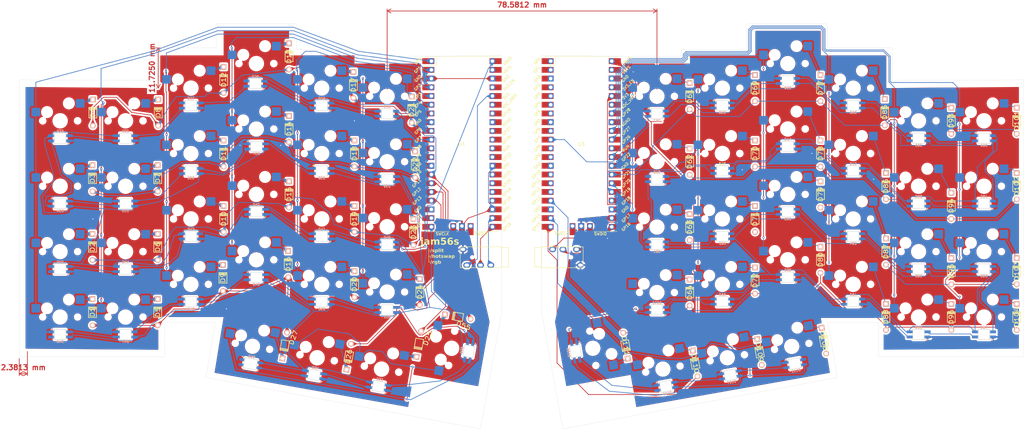
<source format=kicad_pcb>
(kicad_pcb (version 20240108) (generator "pcbnew") (generator_version "8.0")
  (layers (0 "F.Cu" signal) (31 "B.Cu" signal) (34 "B.Paste" user) (35 "F.Paste" user) (36 "B.SilkS" user "B.Silkscreen") (37 "F.SilkS" user "F.Silkscreen") (38 "B.Mask" user) (39 "F.Mask" user) (44 "Edge.Cuts" user))
  (net 0 "")
  (net 1 "Net-(D1-A)")
  (net 2 "Net-(D2-A)")
  (net 3 "Net-(D3-A)")
  (net 4 "Net-(D4-A)")
  (net 5 "Net-(D5-A)")
  (net 6 "Net-(D6-A)")
  (net 7 "Net-(D7-A)")
  (net 8 "Net-(D8-A)")
  (net 9 "Net-(D9-A)")
  (net 10 "Net-(D10-A)")
  (net 11 "Net-(D11-A)")
  (net 12 "Net-(D12-A)")
  (net 13 "Net-(D13-A)")
  (net 14 "Net-(D14-A)")
  (net 15 "Net-(D15-A)")
  (net 16 "Net-(D16-A)")
  (net 17 "Net-(D17-A)")
  (net 18 "Net-(D18-A)")
  (net 19 "Net-(D19-A)")
  (net 20 "Net-(D20-A)")
  (net 21 "Net-(D21-A)")
  (net 22 "Net-(D22-A)")
  (net 23 "Net-(D23-A)")
  (net 24 "Net-(D24-A)")
  (net 25 "Net-(D25-A)")
  (net 26 "Net-(D26-A)")
  (net 27 "Net-(D27-A)")
  (net 38 "Net-(U1-GPIO17)")
  (net 41 "Net-(U1-GPIO16)")
  (net 42 "MATRIX ROW 3")
  (net 43 "MATRIX ROW 2")
  (net 44 "MATRIX ROW 1")
  (net 45 "MATRIX ROW 0")
  (net 46 "GND")
  (net 47 "Net-(D28-DOUT)")
  (net 48 "+5V")
  (net 49 "LED_ROW1")
  (net 50 "Net-(D29-DOUT)")
  (net 51 "Net-(D30-DOUT)")
  (net 52 "Net-(D31-DOUT)")
  (net 53 "Net-(D32-DOUT)")
  (net 54 "LED ROW 2")
  (net 55 "Net-(D34-DOUT)")
  (net 56 "Net-(D35-DOUT)")
  (net 57 "Net-(D36-DOUT)")
  (net 58 "Net-(D37-DOUT)")
  (net 59 "Net-(D38-DOUT)")
  (net 60 "Net-(D39-DOUT)")
  (net 61 "LED ROW 3")
  (net 62 "Net-(D41-DOUT)")
  (net 63 "Net-(D42-DOUT)")
  (net 64 "Net-(D43-DOUT)")
  (net 65 "Net-(D44-DOUT)")
  (net 66 "Net-(D45-DOUT)")
  (net 67 "Net-(D46-DOUT)")
  (net 68 "LED ROW 4")
  (net 69 "Net-(D48-DOUT)")
  (net 70 "Net-(D49-DOUT)")
  (net 71 "Net-(D50-DOUT)")
  (net 72 "Net-(D51-DOUT)")
  (net 73 "Net-(D52-DOUT)")
  (net 74 "Net-(D53-DOUT)")
  (net 75 "MATRIX COL 0")
  (net 76 "MATRIX COL 6")
  (net 77 "MATRIX COL 5")
  (net 78 "MATRIX COL 1")
  (net 79 "MATRIX COL 2")
  (net 80 "MATRIX COL 4")
  (net 81 "+3V3")
  (net 82 "MATRIX COL 3")
  (net 89 "Net-(D55-A)")
  (net 91 "Net-(D54-DOUT)")
  (net 93 "Net-(D57-DOUT)")
  (net 94 "Net-(D58-DOUT)")
  (net 95 "Net-(D59-DOUT)")
  (net 96 "Net-(D60-DOUT)")
  (net 97 "Net-(D61-A)")
  (net 98 "Net-(D62-A)")
  (net 99 "Net-(D63-A)")
  (net 100 "Net-(D64-A)")
  (net 101 "Net-(D65-DOUT)")
  (net 102 "Net-(D67-DOUT)")
  (net 103 "Net-(D68-DOUT)")
  (net 104 "Net-(D69-A)")
  (net 105 "Net-(D70-A)")
  (net 106 "Net-(D71-A)")
  (net 107 "Net-(D72-A)")
  (net 108 "Net-(D73-DOUT)")
  (net 109 "Net-(D74-DOUT)")
  (net 110 "Net-(D75-DOUT)")
  (net 111 "Net-(D77-A)")
  (net 112 "Net-(D78-A)")
  (net 113 "Net-(D79-A)")
  (net 114 "Net-(D80-A)")
  (net 115 "Net-(D81-DOUT)")
  (net 116 "Net-(D82-DOUT)")
  (net 117 "Net-(D84-DOUT)")
  (net 118 "Net-(D85-A)")
  (net 119 "Net-(D86-A)")
  (net 120 "Net-(D87-A)")
  (net 121 "Net-(D88-A)")
  (net 122 "Net-(D89-DOUT)")
  (net 123 "Net-(D90-DOUT)")
  (net 124 "Net-(D100-DIN)")
  (net 125 "Net-(D93-A)")
  (net 126 "Net-(D94-A)")
  (net 127 "Net-(D95-A)")
  (net 128 "Net-(D96-A)")
  (net 129 "Net-(D100-DOUT)")
  (net 130 "Net-(D101-A)")
  (net 131 "Net-(D102-A)")
  (net 132 "Net-(D103-A)")
  (net 133 "Net-(D104-A)")
  (net 134 "Net-(D107-DOUT)")
  (net 135 "Net-(D108-A)")
  (net 136 "Net-(D109-A)")
  (net 137 "Net-(D110-A)")
  (net 138 "Net-(D111-A)")
  (net 149 "R_LED_ROW1")
  (net 150 "R_LED ROW 2")
  (net 151 "R_LED ROW 3")
  (net 152 "R_LED ROW 4")
  (net 153 "R_MATRIX ROW 0")
  (net 154 "R_MATRIX ROW 1")
  (net 155 "R_MATRIX ROW 2")
  (net 156 "R_MATRIX ROW 3")
  (net 157 "R_MATRIX COL 0")
  (net 158 "R_MATRIX COL 1")
  (net 159 "R_MATRIX COL 2")
  (net 160 "R_MATRIX COL 3")
  (net 161 "R_MATRIX COL 4")
  (net 162 "R_MATRIX COL 5")
  (net 163 "R_MATRIX COL 6")
  (net 164 "Net-(D92-DOUT)")
  (net 165 "Net-(D97-DOUT)")
  (net 166 "Net-(D98-DOUT)")
  (net 167 "Net-(D105-DOUT)")
  (net 168 "Net-(D106-DOUT)")
  (net 178 "Net-(U3-GPIO16)")
  (net 179 "Net-(U3-GPIO17)")
  (net 181 "Net-(D83-DOUT)")
  (footprint "Keebio:Diode" (layer "F.Cu") (at 112.6384 163.9521 -100)
    (property "Reference" "D26")
    (property "Value" "D" (hide yes))
  )
  (footprint "Keebio:Diode" (layer "F.Cu") (at 250.03125 85.725 90)
    (property "Reference" "D77")
    (property "Value" "D" (hide yes))
  )
  (footprint "Keebio:Diode" (layer "F.Cu") (at 76.2 104.775 90)
    (property "Reference" "D11")
    (property "Value" "D" (hide yes))
  )
  (footprint "Keebio:Diode" (layer "F.Cu") (at 288.13125 120.015 90)
    (property "Reference" "D94")
    (property "Value" "D" (hide yes))
  )
  (footprint "Keebio:Diode" (layer "F.Cu") (at 230.98125 141.775 90)
    (property "Reference" "D72")
    (property "Value" "D" (hide yes))
  )
  (footprint "Keebio:Diode" (layer "F.Cu") (at 76.2 123.825 90)
    (property "Reference" "D10")
    (property "Value" "D" (hide yes))
  )
  (footprint "Keebio:Diode" (layer "F.Cu") (at 57 112 90)
    (property "Reference" "D7")
    (property "Value" "D" (hide yes))
  )
  (footprint "Keebio:Diode" (layer "F.Cu") (at 38 132 90)
    (property "Reference" "D2")
    (property "Value" "D" (hide yes))
  )
  (footprint "Keebio:Diode" (layer "F.Cu") (at 288.13125 152.4 90)
    (property "Reference" "D96")
    (property "Value" "D" (hide yes))
  )
  (footprint "Keebio:TRRS-PJ-320A" (layer "F.Cu") (at 168.8 135 90)
    (property "Reference" "U4")
    (property "Value" "TRRS")
  )
  (footprint "Keebio:Diode" (layer "F.Cu") (at 268.75 92.75 90)
    (property "Reference" "D85")
    (property "Value" "D" (hide yes))
  )
  (footprint "Pico:RPi_Pico_SMD_TH" (layer "F.Cu") (at 180.34 102)
    (property "Reference" "U3")
    (property "Value" "Pico")
  )
  (footprint "Keebio:Diode" (layer "F.Cu") (at 211.93125 107.15625 90)
    (property "Reference" "D62")
    (property "Value" "D" (hide yes))
  )
  (footprint "Keebio:Diode" (layer "F.Cu") (at 114 84.81 90)
    (property "Reference" "D17")
    (property "Value" "D" (hide yes))
  )
  (footprint "Keebio:Diode" (layer "F.Cu") (at 38 151 90)
    (property "Reference" "D1")
    (property "Value" "D" (hide yes))
  )
  (footprint "Keebio:Diode" (layer "F.Cu") (at 269.08125 133.35 90)
    (property "Reference" "D87")
    (property "Value" "D" (hide yes))
  )
  (footprint "Keebio:Diode" (layer "F.Cu") (at 230.98125 123.825 90)
    (property "Reference" "D71")
    (property "Value" "D" (hide yes))
  )
  (footprint "Keebio:Diode" (layer "F.Cu") (at 133.35 145.1063 90)
    (property "Reference" "D24")
    (property "Value" "D" (hide yes))
  )
  (footprint "Keebio:Diode" (layer "F.Cu") (at 288.13125 95.25 90)
    (property "Reference" "D93")
    (property "Value" "D" (hide yes))
  )
  (footprint "Keebio:Diode" (layer "F.Cu") (at 114.3 104.775 90)
    (property "Reference" "D18")
    (property "Value" "D" (hide yes))
  )
  (footprint "Keebio:Diode" (layer "F.Cu") (at 38 112 90)
    (property "Reference" "D3")
    (property "Value" "D" (hide yes))
  )
  (footprint "Keebio:Diode" (layer "F.Cu") (at 230.98125 85.725 90)
    (property "Reference" "D69")
    (property "Value" "D" (hide yes))
  )
  (footprint "Keebio:Diode" (layer "F.Cu") (at 95.25 97.6312 90)
    (property "Reference" "D14")
    (property "Value" "D" (hide yes))
  )
  (footprint "Keebio:Diode" (layer "F.Cu") (at 57 132 90)
    (property "Reference" "D6")
    (property "Value" "D" (hide yes))
  )
  (footprint "Keebio:TRRS-PJ-320A" (layer "F.Cu") (at 157.2 135 -90)
    (property "Reference" "U2")
    (property "Value" "TRRS")
  )
  (footprint "Keebio:Diode" (layer "F.Cu") (at 95 137 90)
    (property "Reference" "D16")
    (property "Value" "D" (hide yes))
  )
  (footprint "Keebio:Diode" (layer "F.Cu") (at 269.08125 152.4 90)
    (property "Reference" "D88")
    (property "Value" "D" (hide yes))
  )
  (footprint "Keebio:Diode" (layer "F.Cu") (at 133.0384 160.2521 -100)
    (property "Reference" "D25")
    (property "Value" "D" (hide yes))
  )
  (footprint "Keebio:Diode" (layer "F.Cu") (at 250.03125 116.68125 90)
    (property "Reference" "D79")
    (property "Value" "D" (hide yes))
  )
  (footprint "Keebio:Diode" (layer "F.Cu") (at 95.25 76.4828 90)
    (property "Reference" "D13")
    (property "Value" "D" (hide yes))
  )
  (footprint "Keebio:Diode" (layer "F.Cu") (at 307.18125 114.3 90)
    (property "Reference" "D102")
    (property "Value" "D" (hide yes))
  )
  (footprint "Keebio:Diode" (layer "F.Cu") (at 307.18125 139.065 90)
    (property "Reference" "D103")
    (property "Value" "D" (hide yes))
  )
  (footprint "Keebio:Diode" (layer "F.Cu") (at 57.15 92.8687 90)
    (property "Reference" "D8")
    (property "Value" "D" (hide yes))
  )
  (footprint "Keebio:Diode" (layer "F.Cu") (at 307.18125 152.4 90)
    (property "Reference" "D104")
    (property "Value" "D" (hide yes))
  )
  (footprint "Keebio:Diode" (layer "F.Cu") (at 251.037106 159.302302 100)
    (property "Reference" "D108")
    (property "Value" "D" (hide yes))
  )
  (footprint "Keebio:Diode" (layer "F.Cu") (at 269.08125 114.3 90)
    (property "Reference" "D86")
    (property "Value" "D" (hide yes))
  )
  (footprint "Keebio:Diode" (layer "F.Cu") (at 38.1 92.8687 90)
    (property "Reference" "D4")
    (property "Value" "D" (hide yes))
  )
  (footprint "Keebio:Diode" (layer "F.Cu") (at 250.03125 135.73125 90)
    (property "Reference" "D80")
    (property "Value" "D" (hide yes))
  )
  (footprint "Keebio:Diode" (layer "F.Cu") (at 288.13125 139.065 90)
    (property "Reference" "D95")
    (property "Value" "D" (hide yes))
  )
  (footprint "Keebio:Diode" (layer "F.Cu") (at 132 108 90)
    (property "Reference" "D22")
    (property "Value" "D" (hide yes))
  )
  (footprint "Keebio:Diode" (layer "F.Cu") (at 211.93125 145.25625 90)
    (property "Reference" "D64")
    (property "Value" "D" (hide yes))
  )
  (footprint "Keebio:Diode" (layer "F.Cu") (at 76 141 90)
    (property "Reference" "D9")
    (property "Value" "D" (hide yes))
  )
  (footprint "Keebio:Diode" (layer "F.Cu") (at 211.93125 126.20625 90)
    (property "Reference" "D63")
    (property "Value" "D" (hide yes))
  )
  (footprint "Keebio:Diode" (layer "F.Cu") (at 131.5 127.69 90)
    (property "Reference" "D23")
    (property "Value" "D" (hide yes))
  )
  (footprint "Keebio:Diode" (layer "F.Cu") (at 230.98125 104.775 90)
    (property "Reference" "D70")
    (property "Value" "D" (hide yes))
  )
  (footprint "Keebio:Diode" (layer "F.Cu") (at 307.18125 95.25 90)
    (property "Reference" "D101")
    (property "Value" "D" (hide yes))
  )
  (footprint "Keebio:Diode" (layer "F.Cu") (at 213.51593 165.918298 100)
    (property "Reference" "D110")
    (property "Value" "D" (hide yes))
  )
  (footprint "Keebio:Diode" (layer "F.Cu") (at 114.3 142.875 90)
    (property "Reference" "D20")
    (property "Value" "D" (hide yes))
  )
  (footprint "Keebio:Diode" (layer "F.Cu") (at 232.276518 162.6103 100)
    (property "Reference" "D109")
    (property "Value" "D" (hide yes))
  )
  (footprint "Pico:RPi_Pico_SMD_TH" (layer "F.Cu") (at 145.6 102)
    (property "Reference" "U1")
    (property "Value" "Pico")
  )
  (footprint "Keebio:Diode" (layer "F.Cu") (at 57 151 90)
    (property "Reference" "D5")
    (property "Value" "D" (hide yes))
  )
  (footprint "Keebio:Diode" (layer "F.Cu") (at 144.4 152.3 170)
    (property "Reference" "D55")
    (property "Value" "D" (hide yes))
  )
  (footprint "Keebio:Diode" (layer "F.Cu") (at 250.03125 104.775 90)
    (property "Reference" "D78")
    (property "Value" "D" (hide yes))
  )
  (footprint "Keebio:Diode" (layer "F.Cu") (at 114.3 123.825 90)
    (property "Reference" "D19")
    (property "Value" "D" (hide yes))
  )
  (footprint "Keebio:Diode" (layer "F.Cu") (at 211.93125 88.10625 90)
    (property "Reference" "D61")
    (property "Value" "D" (hide yes))
  )
  (footprint "Keebio:Diode" (layer "F.Cu") (at 76.2 83.3437 90)
    (property "Reference" "D12")
    (property "Value" "D" (hide yes))
  )
  (footprint "Keebio:Diode" (layer "F.Cu") (at 94 160.7 -100)
    (property "Reference" "D27")
    (property "Value" "D" (hide yes))
  )
  (footprint "Keebio:Diode" (layer "F.Cu") (at 131 92 90)
    (property "Reference" "D21")
    (property "Value" "D" (hide yes))
  )
  (footprint "Keebio:Diode" (layer "F.Cu") (at 95.25 116.6812 90)
    (property "Reference" "D15")
    (property "Value" "D" (hide yes))
  )
  (footprint "Keebio:Diode" (layer "F.Cu") (at 193.25 160.75 -80)
    (property "Reference" "D111")
    (property "Value" "D" (hide yes))
  )
  (footprint "cheyao:SK6812MINI-E" (layer "B.Cu") (at 47.625 138.43)
    (property "Reference" "D44")
    (property "Value" "SK6812MINI" (hide yes))
    (fp_line (start -1.7 -1.5) (end 1.7 -1.5) (stroke (width 0.12)) (layer "Edge.Cuts"))
    (fp_line (start -1.7 1.5) (end -1.7 -1.5) (stroke (width 0.12)) (layer "Edge.Cuts"))
    (fp_line (start 1.7 -1.5) (end 1.7 1.5) (stroke (width 0.12)) (layer "Edge.Cuts"))
    (fp_line (start 1.7 1.5) (end -1.7 1.5) (stroke (width 0.12)) (layer "Edge.Cuts"))
  )
  (footprint "cheyao:SK6812MINI-E" (layer "B.Cu") (at 221.45625 109.835)
    (property "Reference" "D75")
    (property "Value" "SK6812MINI" (hide yes))
    (fp_line (start -1.7 -1.5) (end 1.7 -1.5) (stroke (width 0.12)) (layer "Edge.Cuts"))
    (fp_line (start -1.7 1.5) (end -1.7 -1.5) (stroke (width 0.12)) (layer "Edge.Cuts"))
    (fp_line (start 1.7 -1.5) (end 1.7 1.5) (stroke (width 0.12)) (layer "Edge.Cuts"))
    (fp_line (start 1.7 1.5) (end -1.7 1.5) (stroke (width 0.12)) (layer "Edge.Cuts"))
  )
  (footprint "MX_Hotswap:MX-Hotswap-1U" (layer "B.Cu") (at 222.896224 164.264299 -170)
    (property "Reference" "S54")
    (property "Value" "SW_Push_45deg")
  )
  (footprint "MX_Hotswap:MX-Hotswap-1U" (layer "B.Cu") (at 47.625 114.3 180)
    (property "Reference" "S7")
    (property "Value" "SW_Push_45deg")
  )
  (footprint "cheyao:SK6812MINI-E" (layer "B.Cu") (at 240.50625 121.74125 180)
    (property "Reference" "D83")
    (property "Value" "SK6812MINI" (hide yes))
    (fp_line (start 1.7 1.5) (end -1.7 1.5) (stroke (width 0.12)) (layer "Edge.Cuts"))
    (fp_line (start 1.7 -1.5) (end 1.7 1.5) (stroke (width 0.12)) (layer "Edge.Cuts"))
    (fp_line (start -1.7 1.5) (end -1.7 -1.5) (stroke (width 0.12)) (layer "Edge.Cuts"))
    (fp_line (start -1.7 -1.5) (end 1.7 -1.5) (stroke (width 0.12)) (layer "Edge.Cuts"))
  )
  (footprint "cheyao:SK6812MINI-E" (layer "B.Cu") (at 85.725 121.7612)
    (property "Reference" "D42")
    (property "Value" "SK6812MINI" (hide yes))
    (fp_line (start -1.7 -1.5) (end 1.7 -1.5) (stroke (width 0.12)) (layer "Edge.Cuts"))
    (fp_line (start -1.7 1.5) (end -1.7 -1.5) (stroke (width 0.12)) (layer "Edge.Cuts"))
    (fp_line (start 1.7 -1.5) (end 1.7 1.5) (stroke (width 0.12)) (layer "Edge.Cuts"))
    (fp_line (start 1.7 1.5) (end -1.7 1.5) (stroke (width 0.12)) (layer "Edge.Cuts"))
  )
  (footprint "cheyao:SK6812MINI-E" (layer "B.Cu") (at 202.40625 131.26625 180)
    (property "Reference" "D81")
    (property "Value" "SK6812MINI" (hide yes))
    (fp_line (start 1.7 1.5) (end -1.7 1.5) (stroke (width 0.12)) (layer "Edge.Cuts"))
    (fp_line (start 1.7 -1.5) (end 1.7 1.5) (stroke (width 0.12)) (layer "Edge.Cuts"))
    (fp_line (start -1.7 1.5) (end -1.7 -1.5) (stroke (width 0.12)) (layer "Edge.Cuts"))
    (fp_line (start -1.7 -1.5) (end 1.7 -1.5) (stroke (width 0.12)) (layer "Edge.Cuts"))
  )
  (footprint "cheyao:SK6812MINI-E" (layer "B.Cu") (at 104.775 109.855 180)
    (property "Reference" "D38")
    (property "Value" "SK6812MINI" (hide yes))
    (fp_line (start 1.7 1.5) (end -1.7 1.5) (stroke (width 0.12)) (layer "Edge.Cuts"))
    (fp_line (start 1.7 -1.5) (end 1.7 1.5) (stroke (width 0.12)) (layer "Edge.Cuts"))
    (fp_line (start -1.7 1.5) (end -1.7 -1.5) (stroke (width 0.12)) (layer "Edge.Cuts"))
    (fp_line (start -1.7 -1.5) (end 1.7 -1.5) (stroke (width 0.12)) (layer "Edge.Cuts"))
  )
  (footprint "MX_Hotswap:MX-Hotswap-1U" (layer "B.Cu") (at 202.40625 88.10625 180)
    (property "Reference" "S29")
    (property "Value" "SW_Push_45deg")
  )
  (footprint "MX_Hotswap:MX-Hotswap-1U" (layer "B.Cu") (at 66.675 104.775 180)
    (property "Reference" "S11")
    (property "Value" "SW_Push_45deg")
  )
  (footprint "cheyao:SK6812MINI-E" (layer "B.Cu") (at 47.625 157.48 180)
    (property "Reference" "D47")
    (property "Value" "SK6812MINI" (hide yes))
    (fp_line (start 1.7 1.5) (end -1.7 1.5) (stroke (width 0.12)) (layer "Edge.Cuts"))
    (fp_line (start 1.7 -1.5) (end 1.7 1.5) (stroke (width 0.12)) (layer "Edge.Cuts"))
    (fp_line (start -1.7 1.5) (end -1.7 -1.5) (stroke (width 0.12)) (layer "Edge.Cuts"))
    (fp_line (start -1.7 -1.5) (end 1.7 -1.5) (stroke (width 0.12)) (layer "Edge.Cuts"))
  )
  (footprint "MX_Hotswap:MX-Hotswap-1U" (layer "B.Cu") (at 221.45625 85.725 180)
    (property "Reference" "S33")
    (property "Value" "SW_Push_45deg")
  )
  (footprint "cheyao:SK6812MINI-E" (layer "B.Cu") (at 205.017736 172.575097 -170)
    (property "Reference" "D106")
    (property "Value" "SK6812MINI" (hide yes))
    (fp_line (start 1.7 1.5) (end -1.7 1.5) (stroke (width 0.12)) (layer "Edge.Cuts"))
    (fp_line (start 1.7 -1.5) (end 1.7 1.5) (stroke (width 0.12)) (layer "Edge.Cuts"))
    (fp_line (start -1.7 1.5) (end -1.7 -1.5) (stroke (width 0.12)) (layer "Edge.Cuts"))
    (fp_line (start -1.7 -1.5) (end 1.7 -1.5) (stroke (width 0.12)) (layer "Edge.Cuts"))
  )
  (footprint "MX_Hotswap:MX-Hotswap-1U" (layer "B.Cu") (at 104.775 142.875 180)
    (property "Reference" "S17")
    (property "Value" "SW_Push_45deg")
  )
  (footprint "MX_Hotswap:MX-Hotswap-1U" (layer "B.Cu") (at 47.625 133.35 180)
    (property "Reference" "S6")
    (property "Value" "SW_Push_45deg")
  )
  (footprint "cheyao:SK6812MINI-E" (layer "B.Cu") (at 278.60625 138.41 180)
    (property "Reference" "D89")
    (property "Value" "SK6812MINI" (hide yes))
    (fp_line (start 1.7 1.5) (end -1.7 1.5) (stroke (width 0.12)) (layer "Edge.Cuts"))
    (fp_line (start 1.7 -1.5) (end 1.7 1.5) (stroke (width 0.12)) (layer "Edge.Cuts"))
    (fp_line (start -1.7 1.5) (end -1.7 -1.5) (stroke (width 0.12)) (layer "Edge.Cuts"))
    (fp_line (start -1.7 -1.5) (end 1.7 -1.5) (stroke (width 0.12)) (layer "Edge.Cuts"))
  )
  (footprint "MX_Hotswap:MX-Hotswap-1U" (layer "B.Cu") (at 85.725 135.7312 180)
    (property "Reference" "S13")
    (property "Value" "SW_Push_45deg")
  )
  (footprint "MX_Hotswap:MX-Hotswap-1U" (layer "B.Cu") (at 297.65625 95.25 180)
    (property "Reference" "S49")
    (property "Value" "SW_Push_45deg")
  )
  (footprint "MX_Hotswap:MX-Hotswap-1U" (layer "B.Cu") (at 204.135636 167.572297 -170)
    (property "Reference" "S55")
    (property "Value" "SW_Push_45deg")
  )
  (footprint "cheyao:SK6812MINI-E" (layer "B.Cu") (at 121.3033 172.5751 -10)
    (property "Reference" "D53")
    (property "Value" "SK6812MINI" (hide yes))
    (fp_line (start -1.7 1.5) (end -1.7 -1.5) (stroke (width 0.12)) (layer "Edge.Cuts"))
    (fp_line (start -1.7 -1.5) (end 1.7 -1.5) (stroke (width 0.12)) (layer "Edge.Cuts"))
    (fp_line (start 1.7 1.5) (end -1.7 1.5) (stroke (width 0.12)) (layer "Edge.Cuts"))
    (fp_line (start 1.7 -1.5) (end 1.7 1.5) (stroke (width 0.12)) (layer "Edge.Cuts"))
  )
  (footprint "cheyao:SK6812MINI-E" (layer "B.Cu") (at 240.50625 102.69125)
    (property "Reference" "D74")
    (property "Value" "SK6812MINI" (hide yes))
    (fp_line (start -1.7 -1.5) (end 1.7 -1.5) (stroke (width 0.12)) (layer "Edge.Cuts"))
    (fp_line (start -1.7 1.5) (end -1.7 -1.5) (stroke (width 0.12)) (layer "Edge.Cuts"))
    (fp_line (start 1.7 -1.5) (end 1.7 1.5) (stroke (width 0.12)) (layer "Edge.Cuts"))
    (fp_line (start 1.7 1.5) (end -1.7 1.5) (stroke (width 0.12)) (layer "Edge.Cuts"))
  )
  (footprint "MX_Hotswap:MX-Hotswap-1U" (layer "B.Cu") (at 28.575 152.4 180)
    (property "Reference" "S1")
    (property "Value" "SW_Push_45deg")
  )
  (footprint "cheyao:SK6812MINI-E" (layer "B.Cu") (at 123.825 131.2862)
    (property "Reference" "D40")
    (property "Value" "SK6812MINI" (hide yes))
    (fp_line (start -1.7 -1.5) (end 1.7 -1.5) (stroke (width 0.12)) (layer "Edge.Cuts"))
    (fp_line (start -1.7 1.5) (end -1.7 -1.5) (stroke (width 0.12)) (layer "Edge.Cuts"))
    (fp_line (start 1.7 -1.5) (end 1.7 1.5) (stroke (width 0.12)) (layer "Edge.Cuts"))
    (fp_line (start 1.7 1.5) (end -1.7 1.5) (stroke (width 0.12)) (layer "Edge.Cuts"))
  )
  (footprint "cheyao:SK6812MINI-E" (layer "B.Cu") (at 202.40625 93.16625 180)
    (property "Reference" "D57")
    (property "Value" "SK6812MINI" (hide yes))
    (fp_line (start 1.7 1.5) (end -1.7 1.5) (stroke (width 0.12)) (layer "Edge.Cuts"))
    (fp_line (start 1.7 -1.5) (end 1.7 1.5) (stroke (width 0.12)) (layer "Edge.Cuts"))
    (fp_line (start -1.7 1.5) (end -1.7 -1.5) (stroke (width 0.12)) (layer "Edge.Cuts"))
    (fp_line (start -1.7 -1.5) (end 1.7 -1.5) (stroke (width 0.12)) (layer "Edge.Cuts"))
  )
  (footprint "MX_Hotswap:MX-Hotswap-1U" (layer "B.Cu") (at 259.55625 123.825 180)
    (property "Reference" "S43")
    (property "Value" "SW_Push_45deg")
  )
  (footprint "cheyao:SK6812MINI-E" (layer "B.Cu") (at 85.4312 84.4112)
    (property "Reference" "D30")
    (property "Value" "SK6812MINI" (hide yes))
    (fp_line (start -1.7 -1.5) (end 1.7 -1.5) (stroke (width 0.12)) (layer "Edge.Cuts"))
    (fp_line (start -1.7 1.5) (end -1.7 -1.5) (stroke (width 0.12)) (layer "Edge.Cuts"))
    (fp_line (start 1.7 -1.5) (end 1.7 1.5) (stroke (width 0.12)) (layer "Edge.Cuts"))
    (fp_line (start 1.7 1.5) (end -1.7 1.5) (stroke (width 0.12)) (layer "Edge.Cuts"))
  )
  (footprint "Keebio:SK6812-MINI-E" (layer "B.Cu") (at 84 166 -10)
    (property "Reference" "D56")
    (property "Value" "SK6812MINI" (hide yes))
    (fp_line (start -1.9 1.3) (end -1.9 -1.3) (stroke (width 0.12)) (layer "Edge.Cuts"))
    (fp_line (start -1.7 -1.500004) (end 1.699998 -1.5) (stroke (width 0.12)) (layer "Edge.Cuts"))
    (fp_line (start 1.7 1.500004) (end -1.699998 1.5) (stroke (width 0.12)) (layer "Edge.Cuts"))
    (fp_line (start 1.9 -1.3) (end 1.9 1.3) (stroke (width 0.12)) (layer "Edge.Cuts"))
    (fp_arc (start -1.699998 1.5) (mid -1.841421 1.441423) (end -1.9 1.3) (stroke (width 0.12)) (layer "Edge.Cuts"))
    (fp_arc (start -1.9 -1.3) (mid -1.841421 -1.441422) (end -1.7 -1.500004) (stroke (width 0.12)) (layer "Edge.Cuts"))
    (fp_arc (start 1.9 1.3) (mid 1.841421 1.441421) (end 1.7 1.500004) (stroke (width 0.12)) (layer "Edge.Cuts"))
    (fp_arc (start 1.699998 -1.5) (mid 1.84142 -1.441423) (end 1.9 -1.3) (stroke (width 0.12)) (layer "Edge.Cuts"))
  )
  (footprint "cheyao:SK6812MINI-E" (layer "B.Cu") (at 223.778324 169.267099 -170)
    (property "Reference" "D107")
    (property "Value" "SK6812MINI" (hide yes))
    (fp_line (start 1.7 1.5) (end -1.7 1.5) (stroke (width 0.12)) (layer "Edge.Cuts"))
    (fp_line (start 1.7 -1.5) (end 1.7 1.5) (stroke (width 0.12)) (layer "Edge.Cuts"))
    (fp_line (start -1.7 1.5) (end -1.7 -1.5) (stroke (width 0.12)) (layer "Edge.Cuts"))
    (fp_line (start -1.7 -1.5) (end 1.7 -1.5) (stroke (width 0.12)) (layer "Edge.Cuts"))
  )
  (footprint "MX_Hotswap:MX-Hotswap-1U" (layer "B.Cu") (at 278.60625 133.35 180)
    (property "Reference" "S47")
    (property "Value" "SW_Push_45deg")
  )
  (footprint "cheyao:SK6812MINI-E" (layer "B.Cu") (at 28.575 157.48 180)
    (property "Reference" "D46")
    (property "Value" "SK6812MINI" (hide yes))
    (fp_line (start 1.7 1.5) (end -1.7 1.5) (stroke (width 0.12)) (layer "Edge.Cuts"))
    (fp_line (start 1.7 -1.5) (end 1.7 1.5) (stroke (width 0.12)) (layer "Edge.Cuts"))
    (fp_line (start -1.7 1.5) (end -1.7 -1.5) (stroke (width 0.12)) (layer "Edge.Cuts"))
    (fp_line (start -1.7 -1.5) (end 1.7 -1.5) (stroke (width 0.12)) (layer "Edge.Cuts"))
  )
  (footprint "cheyao:SK6812MINI-E" (layer "B.Cu") (at 66.675 109.855 180)
    (property "Reference" "D36")
    (property "Value" "SK6812MINI" (hide yes))
    (fp_line (start 1.7 1.5) (end -1.7 1.5) (stroke (width 0.12)) (layer "Edge.Cuts"))
    (fp_line (start 1.7 -1.5) (end 1.7 1.5) (stroke (width 0.12)) (layer "Edge.Cuts"))
    (fp_line (start -1.7 1.5) (end -1.7 -1.5) (stroke (width 0.12)) (layer "Edge.Cuts"))
    (fp_line (start -1.7 -1.5) (end 1.7 -1.5) (stroke (width 0.12)) (layer "Edge.Cuts"))
  )
  (footprint "cheyao:SK6812MINI-E" (layer "B.Cu") (at 66.675 147.955 180)
    (property "Reference" "D48")
    (property "Value" "SK6812MINI" (hide yes))
    (fp_line (start 1.7 1.5) (end -1.7 1.5) (stroke (width 0.12)) (layer "Edge.Cuts"))
    (fp_line (start 1.7 -1.5) (end 1.7 1.5) (stroke (width 0.12)) (layer "Edge.Cuts"))
    (fp_line (start -1.7 1.5) (end -1.7 -1.5) (stroke (width 0.12)) (layer "Edge.Cuts"))
    (fp_line (start -1.7 -1.5) (end 1.7 -1.5) (stroke (width 0.12)) (layer "Edge.Cuts"))
  )
  (footprint "MX_Hotswap:MX-Hotswap-1U" (layer "B.Cu") (at 241.656812 160.956301 -170)
    (property "Reference" "S53")
    (property "Value" "SW_Push_45deg")
  )
  (footprint "cheyao:SK6812MINI-E" (layer "B.Cu") (at 221.45625 90.785 180)
    (property "Reference" "D58")
    (property "Value" "SK6812MINI" (hide yes))
    (fp_line (start 1.7 1.5) (end -1.7 1.5) (stroke (width 0.12)) (layer "Edge.Cuts"))
    (fp_line (start 1.7 -1.5) (end 1.7 1.5) (stroke (width 0.12)) (layer "Edge.Cuts"))
    (fp_line (start -1.7 1.5) (end -1.7 -1.5) (stroke (width 0.12)) (layer "Edge.Cuts"))
    (fp_line (start -1.7 -1.5) (end 1.7 -1.5) (stroke (width 0.12)) (layer "Edge.Cuts"))
  )
  (footprint "MX_Hotswap:MX-Hotswap-1U" (layer "B.Cu") (at 85.725 97.6312 180)
    (property "Reference" "S15")
    (property "Value" "SW_Push_45deg")
  )
  (footprint "MX_Hotswap:MX-Hotswap-1U" (layer "B.Cu") (at 123.825 145.1063 180)
    (property "Reference" "S21")
    (property "Value" "SW_Push_45deg")
  )
  (footprint "cheyao:SK6812MINI-E" (layer "B.Cu") (at 102.5427 169.2671 -10)
    (property "Reference" "D54")
    (property "Value" "SK6812MINI" (hide yes))
    (fp_line (start -1.7 1.5) (end -1.7 -1.5) (stroke (width 0.12)) (layer "Edge.Cuts"))
    (fp_line (start -1.7 -1.5) (end 1.7 -1.5) (stroke (width 0.12)) (layer "Edge.Cuts"))
    (fp_line (start 1.7 1.5) (end -1.7 1.5) (stroke (width 0.12)) (layer "Edge.Cuts"))
    (fp_line (start 1.7 -1.5) (end 1.7 1.5) (stroke (width 0.12)) (layer "Edge.Cuts"))
  )
  (footprint "cheyao:SK6812MINI-E" (layer "B.Cu") (at 202.40625 150.31625)
    (property "Reference" "D100")
    (property "Value" "SK6812MINI" (hide yes))
    (fp_line (start -1.7 -1.5) (end 1.7 -1.5) (stroke (width 0.12)) (layer "Edge.Cuts"))
    (fp_line (start -1.7 1.5) (end -1.7 -1.5) (stroke (width 0.12)) (layer "Edge.Cuts"))
    (fp_line (start 1.7 -1.5) (end 1.7 1.5) (stroke (width 0.12)) (layer "Edge.Cuts"))
    (fp_line (start 1.7 1.5) (end -1.7 1.5) (stroke (width 0.12)) (layer "Edge.Cuts"))
  )
  (footprint "cheyao:SK6812MINI-E" (layer "B.Cu") (at 28.575 119.38 180)
    (property "Reference" "D34")
    (property "Value" "SK6812MINI" (hide yes))
    (fp_line (start 1.7 1.5) (end -1.7 1.5) (stroke (width 0.12)) (layer "Edge.Cuts"))
    (fp_line (start 1.7 -1.5) (end 1.7 1.5) (stroke (width 0.12)) (layer "Edge.Cuts"))
    (fp_line (start -1.7 1.5) (end -1.7 -1.5) (stroke (width 0.12)) (layer "Edge.Cuts"))
    (fp_line (start -1.7 -1.5) (end 1.7 -1.5) (stroke (width 0.12)) (layer "Edge.Cuts"))
  )
  (footprint "MX_Hotswap:MX-Hotswap-1U" (layer "B.Cu") (at 66.675 142.875 180)
    (property "Reference" "S9")
    (property "Value" "SW_Push_45deg")
  )
  (footprint "cheyao:SK6812MINI-E" (layer "B.Cu") (at 297.65625 138.41 180)
    (property "Reference" "D90")
    (property "Value" "SK6812MINI" (hide yes))
    (fp_line (start 1.7 1.5) (end -1.7 1.5) (stroke (width 0.12)) (layer "Edge.Cuts"))
    (fp_line (start 1.7 -1.5) (end 1.7 1.5) (stroke (width 0.12)) (layer "Edge.Cuts"))
    (fp_line (start -1.7 1.5) (end -1.7 -1.5) (stroke (width 0.12)) (layer "Edge.Cuts"))
    (fp_line (start -1.7 -1.5) (end 1.7 -1.5) (stroke (width 0.12)) (layer "Edge.Cuts"))
  )
  (footprint "cheyao:SK6812MINI-E" (layer "B.Cu") (at 85.725 140.8112 180)
    (property "Reference" "D49")
    (property "Value" "SK6812MINI" (hide yes))
    (fp_line (start 1.7 1.5) (end -1.7 1.5) (stroke (width 0.12)) (layer "Edge.Cuts"))
    (fp_line (start 1.7 -1.5) (end 1.7 1.5) (stroke (width 0.12)) (layer "Edge.Cuts"))
    (fp_line (start -1.7 1.5) (end -1.7 -1.5) (stroke (width 0.12)) (layer "Edge.Cuts"))
    (fp_line (start -1.7 -1.5) (end 1.7 -1.5) (stroke (width 0.12)) (layer "Edge.Cuts"))
  )
  (footprint "MX_Hotswap:MX-Hotswap-1U" (layer "B.Cu") (at 85.725 78.5812 180)
    (property "Reference" "S16")
    (property "Value" "SW_Push_45deg")
  )
  (footprint "MX_Hotswap:MX-Hotswap-1U" (layer "B.Cu") (at 28.575 133.35 180)
    (property "Reference" "S2")
    (property "Value" "SW_Push_45deg")
  )
  (footprint "MX_Hotswap:MX-Hotswap-1U" (layer "B.Cu") (at 123.825 126.1063 180)
    (property "Reference" "S22")
    (property "Value" "SW_Push_45deg")
  )
  (footprint "MX_Hotswap:MX-Hotswap-1U" (layer "B.Cu") (at 202.40625 145.25625 180)
    (property "Reference" "S32")
    (property "Value" "SW_Push_45deg")
  )
  (footprint "MX_Hotswap:MX-Hotswap-1U" (layer "B.Cu") (at 221.45625 123.825 180)
    (property "Reference" "S35")
    (property "Value" "SW_Push_45deg")
  )
  (footprint "MX_Hotswap:MX-Hotswap-1U" (layer "B.Cu") (at 47.625 152.4 180)
    (property "Reference" "S5")
    (property "Value" "SW_Push_45deg")
  )
  (footprint "cheyao:SK6812MINI-E" (layer "B.Cu") (at 104.775 90.805)
    (property "Reference" "D29")
    (property "Value" "SK6812MINI" (hide yes))
    (fp_line (start -1.7 -1.5) (end 1.7 -1.5) (stroke (width 0.12)) (layer "Edge.Cuts"))
    (fp_line (start -1.7 1.5) (end -1.7 -1.5) (stroke (width 0.12)) (layer "Edge.Cuts"))
    (fp_line (start 1.7 -1.5) (end 1.7 1.5) (stroke (width 0.12)) (layer "Edge.Cuts"))
    (fp_line (start 1.7 1.5) (end -1.7 1.5) (stroke (width 0.12)) (layer "Edge.Cuts"))
  )
  (footprint "cheyao:SK6812MINI-E" (layer "B.Cu") (at 147.6028 162.3821 80)
    (property "Reference" "D52")
    (property "Value" "SK6812MINI" (hide yes))
    (fp_line (start -1.7 -1.500004) (end 1.7 -1.5) (stroke (width 0.12)) (layer "Edge.Cuts"))
    (fp_line (start 1.7 -1.5) (end 1.7 1.500004) (stroke (width 0.12)) (layer "Edge.Cuts"))
    (fp_line (start -1.7 1.5) (end -1.7 -1.500004) (stroke (width 0.12)) (layer "Edge.Cuts"))
    (fp_line (start 1.7 1.500004) (end -1.7 1.5) (stroke (width 0.12)) (layer "Edge.Cuts"))
  )
  (footprint "cheyao:SK6812MINI-E" (layer "B.Cu") (at 66.675 128.905)
    (property "Reference" "D43")
    (property "Value" "SK6812MINI" (hide yes))
    (fp_line (start -1.7 -1.5) (end 1.7 -1.5) (stroke (width 0.12)) (layer "Edge.Cuts"))
    (fp_line (start -1.7 1.5) (end -1.7 -1.5) (stroke (width 0.12)) (layer "Edge.Cuts"))
    (fp_line (start 1.7 -1.5) (end 1.7 1.5) (stroke (width 0.12)) (layer "Edge.Cuts"))
    (fp_line (start 1.7 1.5) (end -1.7 1.5) (stroke (width 0.12)) (layer "Edge.Cuts"))
  )
  (footprint "MX_Hotswap:MX-Hotswap-1U" (layer "B.Cu") (at 297.65625 133.35 180)
    (property "Reference" "S51")
    (property "Value" "SW_Push_45deg")
  )
  (footprint "MX_Hotswap:MX-Hotswap-1U" (layer "B.Cu") (at 278.60625 152.4 180)
    (property "Reference" "S48")
    (property "Value" "SW_Push_45deg")
  )
  (footprint "MX_Hotswap:MX-Hotswap-1U" (layer "B.Cu") (at 202.40625 107.15625 180)
    (property "Reference" "S30")
    (property "Value" "SW_Push_45deg")
  )
  (footprint "MX_Hotswap:MX-Hotswap-1U" (layer "B.Cu") (at 259.55625 104.775 180)
    (property "Reference" "S42")
    (property "Value" "SW_Push_45deg")
  )
  (footprint "MX_Hotswap:MX-Hotswap-1U" (layer "B.Cu") (at 122.1854 167.5723 170)
    (property "Reference" "S27")
    (property "Value" "SW_Push_45deg")
  )
  (footprint "cheyao:SK6812MINI-E" (layer "B.Cu") (at 221.45625 147.935)
    (property "Reference" "D99")
    (property "Value" "SK6812MINI" (hide yes))
    (fp_line (start -1.7 -1.5) (end 1.7 -1.5) (stroke (width 0.12)) (layer "Edge.Cuts"))
    (fp_line (start -1.7 1.5) (end -1.7 -1.5) (stroke (width 0.12)) (layer "Edge.Cuts"))
    (fp_line (start 1.7 -1.5) (end 1.7 1.5) (stroke (width 0.12)) (layer "Edge.Cuts"))
    (fp_line (start 1.7 1.5) (end -1.7 1.5) (stroke (width 0.12)) (layer "Edge.Cuts"))
  )
  (footprint "MX_Hotswap:MX-Hotswap-1U" (layer "B.Cu") (at 47.625 95.25 180)
    (property "Reference" "S8")
    (property "Value" "SW_Push_45deg")
  )
  (footprint "cheyao:SK6812MINI-E" (layer "B.Cu") (at 242.538912 165.959101 -170)
    (property "Reference" "D112")
    (property "Value" "SK6812MINI" (hide yes))
    (fp_line (start 1.7 1.5) (end -1.7 1.5) (stroke (width 0.12)) (layer "Edge.Cuts"))
    (fp_line (start 1.7 -1.5) (end 1.7 1.5) (stroke (width 0.12)) (layer "Edge.Cuts"))
    (fp_line (start -1.7 1.5) (end -1.7 -1.5) (stroke (width 0.12)) (layer "Edge.Cuts"))
    (fp_line (start -1.7 -1.5) (end 1.7 -1.5) (stroke (width 0.12)) (layer "Edge.Cuts"))
  )
  (footprint "MX_Hotswap:MX-Hotswap-1U" (layer "B.Cu") (at 221.45625 142.875 180)
    (property "Reference" "S36")
    (property "Value" "SW_Push_45deg")
  )
  (footprint "cheyao:SK6812MINI-E" (layer "B.Cu") (at 28.575 138.43)
    (property "Reference" "D45")
    (property "Value" "SK6812MINI" (hide yes))
    (fp_line (start -1.7 -1.5) (end 1.7 -1.5) (stroke (width 0.12)) (layer "Edge.Cuts"))
    (fp_line (start -1.7 1.5) (end -1.7 -1.5) (stroke (width 0.12)) (layer "Edge.Cuts"))
    (fp_line (start 1.7 -1.5) (end 1.7 1.5) (stroke (width 0.12)) (layer "Edge.Cuts"))
    (fp_line (start 1.7 1.5) (end -1.7 1.5) (stroke (width 0.12)) (layer "Edge.Cuts"))
  )
  (footprint "cheyao:SK6812MINI-E" (layer "B.Cu") (at 123.825 150.3362 180)
    (property "Reference" "D51")
    (property "Value" "SK6812MINI" (hide yes))
    (fp_line (start 1.7 1.5) (end -1.7 1.5) (stroke (width 0.12)) (layer "Edge.Cuts"))
    (fp_line (start 1.7 -1.5) (end 1.7 1.5) (stroke (width 0.12)) (layer "Edge.Cuts"))
    (fp_line (start -1.7 1.5) (end -1.7 -1.5) (stroke (width 0.12)) (layer "Edge.Cuts"))
    (fp_line (start -1.7 -1.5) (end 1.7 -1.5) (stroke (width 0.12)) (layer "Edge.Cuts"))
  )
  (footprint "cheyao:SK6812MINI-E" (layer "B.Cu") (at 104.775 147.955 180)
    (property "Reference" "D50")
    (property "Value" "SK6812MINI" (hide yes))
    (fp_line (start 1.7 1.5) (end -1.7 1.5) (stroke (width 0.12)) (layer "Edge.Cuts"))
    (fp_line (start 1.7 -1.5) (end 1.7 1.5) (stroke (width 0.12)) (layer "Edge.Cuts"))
    (fp_line (start -1.7 1.5) (end -1.7 -1.5) (stroke (width 0.12)) (layer "Edge.Cuts"))
    (fp_line (start -1.7 -1.5) (end 1.7 -1.5) (stroke (width 0.12)) (layer "Edge.Cuts"))
  )
  (footprint "MX_Hotswap:MX-Hotswap-1U" (layer "B.Cu") (at 123.825 88.1062 180)
    (property "Reference" "S24")
    (property "Value" "SW_Push_45deg")
  )
  (footprint "MX_Hotswap:MX-Hotswap-1U" (layer "B.Cu") (at 66.675 123.825 180)
    (property "Reference" "S10")
    (property "Value" "SW_Push_45deg")
  )
  (footprint "cheyao:SK6812MINI-E" (layer "B.Cu") (at 297.65625 100.31 180)
    (property "Reference" "D66")
    (property "Value" "SK6812MINI" (hide yes))
    (fp_line (start 1.7 1.5) (end -1.7 1.5) (stroke (width 0.12)) (layer "Edge.Cuts"))
    (fp_line (start 1.7 -1.5) (end 1.7 1.5) (stroke (width 0.12)) (layer "Edge.Cuts"))
    (fp_line (start -1.7 1.5) (end -1.7 -1.5) (stroke (width 0.12)) (layer "Edge.Cuts"))
    (fp_line (start -1.7 -1.5) (end 1.7 -1.5) (stroke (width 0.12)) (layer "Edge.Cuts"))
  )
  (footprint "MX_Hotswap:MX-Hotswap-1U" (layer "B.Cu") (at 221.45625 104.775 180)
    (property "Reference" "S34")
    (property "Value" "SW_Push_45deg")
  )
  (footprint "cheyao:SK6812MINI-E" (layer "B.Cu") (at 240.50625 140.79125)
    (property "Reference" "D98")
    (property "Value" "SK6812MINI" (hide yes))
    (fp_line (start -1.7 -1.5) (end 1.7 -1.5) (stroke (width 0.12)) (layer "Edge.Cuts"))
    (fp_line (start -1.7 1.5) (end -1.7 -1.5) (stroke (width 0.12)) (layer "Edge.Cuts"))
    (fp_line (start 1.7 -1.5) (end 1.7 1.5) (stroke (width 0.12)) (layer "Edge.Cuts"))
    (fp_line (start 1.7 1.5) (end -1.7 1.5) (stroke (width 0.12)) (layer "Edge.Cuts"))
  )
  (footprint "MX_Hotswap:MX-Hotswap-1U" (layer "B.Cu") (at 103.4248 164.2643 170)
    (property "Reference" "S26")
    (property "Value" "SW_Push_45deg")
  )
  (footprint "cheyao:SK6812MINI-E" (layer "B.Cu") (at 278.60625 157.46)
    (property "Reference" "D92")
    (property "Value" "SK6812MINI" (hide yes))
    (fp_line (start -1.7 -1.5) (end 1.7 -1.5) (stroke (width 0.12)) (layer "Edge.Cuts"))
    (fp_line (start -1.7 1.5) (end -1.7 -1.5) (stroke (width 0.12)) (layer "Edge.Cuts"))
    (fp_line (start 1.7 -1.5) (end 1.7 1.5) (stroke (width 0.12)) (layer "Edge.Cuts"))
    (fp_line (start 1.7 1.5) (end -1.7 1.5) (stroke (width 0.12)) (layer "Edge.Cuts"))
  )
  (footprint "MX_Hotswap:MX-Hotswap-1U" (layer "B.Cu") (at 84.5972 160.9179 170)
    (property "Reference" "S25")
    (property "Value" "SW_Push_45deg")
  )
  (footprint "cheyao:SK6812MINI-E" (layer "B.Cu") (at 297.65625 119.36)
    (property "Reference" "D67")
    (property "Value" "SK6812MINI" (hide yes))
    (fp_line (start -1.7 -1.5) (end 1.7 -1.5) (stroke (width 0.12)) (layer "Edge.Cuts"))
    (fp_line (start -1.7 1.5) (end -1.7 -1.5) (stroke (width 0.12)) (layer "Edge.Cuts"))
    (fp_line (start 1.7 -1.5) (end 1.7 1.5) (stroke (width 0.12)) (layer "Edge.Cuts"))
    (fp_line (start 1.7 1.5) (end -1.7 1.5) (stroke (width 0.12)) (layer "Edge.Cuts"))
  )
  (footprint "cheyao:SK6812MINI-E" (layer "B.Cu") (at 123.825 112.2362 180)
    (property "Reference" "D39")
    (property "Value" "SK6812MINI" (hide yes))
    (fp_line (start 1.7 1.5) (end -1.7 1.5) (stroke (width 0.12)) (layer "Edge.Cuts"))
    (fp_line (start 1.7 -1.5) (end 1.7 1.5) (stroke (width 0.12)) (layer "Edge.Cuts"))
    (fp_line (start -1.7 1.5) (end -1.7 -1.5) (stroke (width 0.12)) (layer "Edge.Cuts"))
    (fp_line (start -1.7 -1.5) (end 1.7 -1.5) (stroke (width 0.12)) (layer "Edge.Cuts"))
  )
  (footprint "cheyao:SK6812MINI-E" (layer "B.Cu") (at 259.55625 147.935)
    (property "Reference" "D97")
    (property "Value" "SK6812MINI" (hide yes))
    (fp_line (start -1.7 -1.5) (end 1.7 -1.5) (stroke (width 0.12)) (layer "Edge.Cuts"))
    (fp_line (start -1.7 1.5) (end -1.7 -1.5) (stroke (width 0.12)) (layer "Edge.Cuts"))
    (fp_line (start 1.7 -1.5) (end 1.7 1.5) (stroke (width 0.12)) (layer "Edge.Cuts"))
    (fp_line (start 1.7 1.5) (end -1.7 1.5) (stroke (width 0.12)) (layer "Edge.Cuts"))
  )
  (footprint "cheyao:SK6812MINI-E" (layer "B.Cu") (at 47.625 119.38 180)
    (property "Reference" "D35")
    (property "Value" "SK6812MINI" (hide yes))
    (fp_line (start 1.7 1.5) (end -1.7 1.5) (stroke (width 0.12)) (layer "Edge.Cuts"))
    (fp_line (start 1.7 -1.5) (end 1.7 1.5) (stroke (width 0.12)) (layer "Edge.Cuts"))
    (fp_line (start -1.7 1.5) (end -1.7 -1.5) (stroke (width 0.12)) (layer "Edge.Cuts"))
    (fp_line (start -1.7 -1.5) (end 1.7 -1.5) (stroke (width 0.12)) (layer "Edge.Cuts"))
  )
  (footprint "MX_Hotswap:MX-Hotswap-1U" (layer "B.Cu") (at 183.72105 161.5 100)
    (property "Reference" "S56")
    (property "Value" "SW_Push_45deg")
  )
  (footprint "cheyao:SK6812MINI-E" (layer "B.Cu") (at 28.575 100.33)
    (property "Reference" "D33")
    (property "Value" "SK6812MINI" (hide yes))
    (fp_line (start -1.7 -1.5) (end 1.7 -1.5) (stroke (width 0.12)) (layer "Edge.Cuts"))
    (fp_line (start -1.7 1.5) (end -1.7 -1.5) (stroke (width 0.12)) (layer "Edge.Cuts"))
    (fp_line (start 1.7 -1.5) (end 1.7 1.5) (stroke (width 0.12)) (layer "Edge.Cuts"))
    (fp_line (start 1.7 1.5) (end -1.7 1.5) (stroke (width 0.12)) (layer "Edge.Cuts"))
  )
  (footprint "cheyao:SK6812MINI-E" (layer "B.Cu") (at 278.60625 119.36)
    (property "Reference" "D68")
    (property "Value" "SK6812MINI" (hide yes))
    (fp_line (start -1.7 -1.5) (end 1.7 -1.5) (stroke (width 0.12)) (layer "Edge.Cuts"))
    (fp_line (start -1.7 1.5) (end -1.7 -1.5) (stroke (width 0.12)) (layer "Edge.Cuts"))
    (fp_line (start 1.7 -1.5) (end 1.7 1.5) (stroke (width 0.12)) (layer "Edge.Cuts"))
    (fp_line (start 1.7 1.5) (end -1.7 1.5) (stroke (width 0.12)) (layer "Edge.Cuts"))
  )
  (footprint "MX_Hotswap:MX-Hotswap-1U" (layer "B.Cu") (at 240.50625 135.73125 180)
    (property "Reference" "S40")
    (property "Value" "SW_Push_45deg")
  )
  (footprint "cheyao:SK6812MINI-E" (layer "B.Cu") (at 240.50625 83.64125 180)
    (property "Reference" "D59")
    (property "Value" "SK6812MINI" (hide yes))
    (fp_line (start 1.7 1.5) (end -1.7 1.5) (stroke (width 0.12)) (layer "Edge.Cuts"))
    (fp_line (start 1.7 -1.5) (end 1.7 1.5) (stroke (width 0.12)) (layer "Edge.Cuts"))
    (fp_line (start -1.7 1.5) (end -1.7 -1.5) (stroke (width 0.12)) (layer "Edge.Cuts"))
    (fp_line (start -1.7 -1.5) (end 1.7 -1.5) (stroke (width 0.12)) (layer "Edge.Cuts"))
  )
  (footprint "MX_Hotswap:MX-Hotswap-1U" (layer "B.Cu") (at 259.55625 85.725 180)
    (property "Reference" "S41")
    (property "Value" "SW_Push_45deg")
  )
  (footprint "cheyao:SK6812MINI-E" (layer "B.Cu") (at 85.725 102.7112 180)
    (property "Reference" "D37")
    (property "Value" "SK6812MINI" (hide yes))
    (fp_line (start 1.7 1.5) (end -1.7 1.5) (stroke (width 0.12)) (layer "Edge.Cuts"))
    (fp_line (start 1.7 -1.5) (end 1.7 1.5) (stroke (width 0.12)) (layer "Edge.Cuts"))
    (fp_line (start -1.7 1.5) (end -1.7 -1.5) (stroke (width 0.12)) (layer "Edge.Cuts"))
    (fp_line (start -1.7 -1.5) (end 1.7 -1.5) (stroke (width 0.12)) (layer "Edge.Cuts"))
  )
  (footprint "cheyao:SK6812MINI-E" (layer "B.Cu") (at 221.45625 128.885 180)
    (property "Reference" "D82")
    (property "Value" "SK6812MINI" (hide yes))
    (fp_line (start 1.7 1.5) (end -1.7 1.5) (stroke (width 0.12)) (layer "Edge.Cuts"))
    (fp_line (start 1.7 -1.5) (end 1.7 1.5) (stroke (width 0.12)) (layer "Edge.Cuts"))
    (fp_line (start -1.7 1.5) (end -1.7 -1.5) (stroke (width 0.12)) (layer "Edge.Cuts"))
    (fp_line (start -1.7 -1.5) (end 1.7 -1.5) (stroke (width 0.12)) (layer "Edge.Cuts"))
  )
  (footprint "MX_Hotswap:MX-Hotswap-1U" (layer "B.Cu") (at 297.65625 152.4 180)
    (property "Reference" "S52")
    (property "Value" "SW_Push_45deg")
  )
  (footprint "MX_Hotswap:MX-Hotswap-1U" (layer "B.Cu") (at 240.50625 97.63125 180)
    (property "Reference" "S38")
    (property "Value" "SW_Push_45deg")
  )
  (footprint "MX_Hotswap:MX-Hotswap-1U" (layer "B.Cu") (at 202.40625 126.20625 180)
    (property "Reference" "S31")
    (property "Value" "SW_Push_45deg")
  )
  (footprint "MX_Hotswap:MX-Hotswap-1U" (layer "B.Cu") (at 66.675 85.725 180)
    (property "Reference" "S12")
    (property "Value" "SW_Push_45deg")
  )
  (footprint "MX_Hotswap:MX-Hotswap-1U" (layer "B.Cu") (at 142.6 161.5 -100)
    (property "Reference" "S28")
    (property "Value" "SW_Push_45deg")
  )
  (footprint "cheyao:SK6812MINI-E" (layer "B.Cu") (at 278.60625 100.31 180)
    (property "Reference" "D65")
    (property "Value" "SK6812MINI" (hide yes))
    (fp_line (start 1.7 1.5) (end -1.7 1.5) (stroke (width 0.12)) (layer "Edge.Cuts"))
    (fp_line (start 1.7 -1.5) (end 1.7 1.5) (stroke (width 0.12)) (layer "Edge.Cuts"))
    (fp_line (start -1.7 1.5) (end -1.7 -1.5) (stroke (width 0.12)) (layer "Edge.Cuts"))
    (fp_line (start -1.7 -1.5) (end 1.7 -1.5) (stroke (width 0.12)) (layer "Edge.Cuts"))
  )
  (footprint "MX_Hotswap:MX-Hotswap-1U" (layer "B.Cu") (at 104.775 85.725 180)
    (property "Reference" "S20")
    (property "Value" "SW_Push_45deg")
  )
  (footprint "MX_Hotswap:MX-Hotswap-1U" (layer "B.Cu") (at 278.60625 114.3 180)
    (property "Reference" "S46")
    (property "Value" "SW_Push_45deg")
  )
  (footprint "MX_Hotswap:MX-Hotswap-1U" (layer "B.Cu") (at 28.575 114.3 180)
    (property "Reference" "S3")
    (property "Value" "SW_Push_45deg")
  )
  (footprint "MX_Hotswap:MX-Hotswap-1U" (layer "B.Cu") (at 259.55625 142.875 180)
    (property "Reference" "S44")
    (property "Value" "SW_Push_45deg")
  )
  (footprint "MX_Hotswap:MX-Hotswap-1U" (layer "B.Cu") (at 240.50625 116.68125 180)
    (property "Reference" "S39")
    (property "Value" "SW_Push_45deg")
  )
  (footprint "cheyao:SK6812MINI-E" (layer "B.Cu") (at 66.675 90.805)
    (property "Reference" "D31")
    (property "Value" "SK6812MINI" (hide yes))
    (fp_line (start -1.7 -1.5) (end 1.7 -1.5) (stroke (width 0.12)) (layer "Edge.Cuts"))
    (fp_line (start -1.7 1.5) (end -1.7 -1.5) (stroke (width 0.12)) (layer "Edge.Cuts"))
    (fp_line (start 1.7 -1.5) (end 1.7 1.5) (stroke (width 0.12)) (layer "Edge.Cuts"))
    (fp_line (start 1.7 1.5) (end -1.7 1.5) (stroke (width 0.12)) (layer "Edge.Cuts"))
  )
  (footprint "cheyao:SK6812MINI-E" (layer "B.Cu") (at 259.55625 109.835)
    (property "Reference" "D73")
    (property "Value" "SK6812MINI" (hide yes))
    (fp_line (start -1.7 -1.5) (end 1.7 -1.5) (stroke (width 0.12)) (layer "Edge.Cuts"))
    (fp_line (start -1.7 1.5) (end -1.7 -1.5) (stroke (width 0.12)) (layer "Edge.Cuts"))
    (fp_line (start 1.7 -1.5) (end 1.7 1.5) (stroke (width 0.12)) (layer "Edge.Cuts"))
    (fp_line (start 1.7 1.5) (end -1.7 1.5) (stroke (width 0.12)) (layer "Edge.Cuts"))
  )
  (footprint "cheyao:SK6812MINI-E" (layer "B.Cu") (at 178.71825 162.3821 100)
    (property "Reference" "D105")
    (property "Value" "SK6812MINI" (hide yes))
    (fp_line (start 1.700001 -1.5) (end 1.7 1.5) (stroke (width 0.12)) (layer "Edge.Cuts"))
    (fp_line (start -1.7 -1.5) (end 1.700001 -1.5) (stroke (width 0.12)) (layer "Edge.Cuts"))
    (fp_line (start 1.7 1.5) (end -1.700001 1.5) (stroke (width 0.12)) (layer "Edge.Cuts"))
    (fp_line (start -1.700001 1.5) (end -1.7 -1.5) (stroke (width 0.12)) (layer "Edge.Cuts"))
  )
  (footprint "MX_Hotswap:MX-Hotswap-1U" (layer "B.Cu") (at 278.60625 95.25 180)
    (property "Reference" "S45")
    (property "Value" "SW_Push_45deg")
  )
  (footprint "MX_Hotswap:MX-Hotswap-1U" (layer "B.Cu") (at 85.725 116.6812 180)
    (property "Reference" "S14")
    (property "Value" "SW_Push_45deg")
  )
  (footprint "cheyao:SK6812MINI-E" (layer "B.Cu") (at 202.40625 112.21625)
    (property "Reference" "D76")
    (property "Value" "SK6812MINI" (hide yes))
    (fp_line (start -1.7 -1.5) (end 1.7 -1.5) (stroke (width 0.12)) (layer "Edge.Cuts"))
    (fp_line (start -1.7 1.5) (end -1.7 -1.5) (stroke (width 0.12)) (layer "Edge.Cuts"))
    (fp_line (start 1.7 -1.5) (end 1.7 1.5) (stroke (width 0.12)) (layer "Edge.Cuts"))
    (fp_line (start 1.7 1.5) (end -1.7 1.5) (stroke (width 0.12)) (layer "Edge.Cuts"))
  )
  (footprint "cheyao:SK6812MINI-E" (layer "B.Cu") (at 259.55625 90.785 180)
    (property "Reference" "D60")
    (property "Value" "SK6812MINI" (hide yes))
    (fp_line (start 1.7 1.5) (end -1.7 1.5) (stroke (width 0.12)) (layer "Edge.Cuts"))
    (fp_line (start 1.7 -1.5) (end 1.7 1.5) (stroke (width 0.12)) (layer "Edge.Cuts"))
    (fp_line (start -1.7 1.5) (end -1.7 -1.5) (stroke (width 0.12)) (layer "Edge.Cuts"))
    (fp_line (start -1.7 -1.5) (end 1.7 -1.5) (stroke (width 0.12)) (layer "Edge.Cuts"))
  )
  (footprint "MX_Hotswap:MX-Hotswap-1U" (layer "B.Cu") (at 104.775 123.825 180)
    (property "Reference" "S18")
    (property "Value" "SW_Push_45deg")
  )
  (footprint "MX_Hotswap:MX-Hotswap-1U" (layer "B.Cu") (at 104.775 104.775 180)
    (property "Reference" "S19")
    (property "Value" "SW_Push_45deg")
  )
  (footprint "cheyao:SK6812MINI-E" (layer "B.Cu") (at 297.65625 157.46)
    (property "Reference" "D91")
    (property "Value" "SK6812MINI" (hide yes))
    (fp_line (start -1.7 -1.5) (end 1.7 -1.5) (stroke (width 0.12)) (layer "Edge.Cuts"))
    (fp_line (start -1.7 1.5) (end -1.7 -1.5) (stroke (width 0.12)) (layer "Edge.Cuts"))
    (fp_line (start 1.7 -1.5) (end 1.7 1.5) (stroke (width 0.12)) (layer "Edge.Cuts"))
    (fp_line (start 1.7 1.5) (end -1.7 1.5) (stroke (width 0.12)) (layer "Edge.Cuts"))
  )
  (footprint "MX_Hotswap:MX-Hotswap-1U" (layer "B.Cu") (at 28.575 95.25 180)
    (property "Reference" "S4")
    (property "Value" "SW_Push_45deg")
  )
  (footprint "MX_Hotswap:MX-Hotswap-1U" (layer "B.Cu") (at 240.50625 78.58125 180)
    (property "Reference" "S37")
    (property "Value" "SW_Push_45deg")
  )
  (footprint "cheyao:SK6812MINI-E" (layer "B.Cu") (at 104.775 128.905)
    (property "Reference" "D41")
    (property "Value" "SK6812MINI" (hide yes))
    (fp_line (start -1.7 -1.5) (end 1.7 -1.5) (stroke (width 0.12)) (layer "Edge.Cuts"))
    (fp_line (start -1.7 1.5) (end -1.7 -1.5) (stroke (width 0.12)) (layer "Edge.Cuts"))
    (fp_line (start 1.7 -1.5) (end 1.7 1.5) (stroke (width 0.12)) (layer "Edge.Cuts"))
    (fp_line (start 1.7 1.5) (end -1.7 1.5) (stroke (width 0.12)) (layer "Edge.Cuts"))
  )
  (footprint "cheyao:SK6812MINI-E" (layer "B.Cu") (at 123.825 93.1862)
    (property "Reference" "D28")
    (property "Value" "SK6812MINI" (hide yes))
    (fp_line (start -1.7 -1.5) (end 1.7 -1.5) (stroke (width 0.12)) (layer "Edge.Cuts"))
    (fp_line (start -1.7 1.5) (end -1.7 -1.5) (stroke (width 0.12)) (layer "Edge.Cuts"))
    (fp_line (start 1.7 -1.5) (end 1.7 1.5) (stroke (width 0.12)) (layer "Edge.Cuts"))
    (fp_line (start 1.7 1.5) (end -1.7 1.5) (stroke (width 0.12)) (layer "Edge.Cuts"))
  )
  (footprint "MX_Hotswap:MX-Hotswap-1U" (layer "B.Cu") (at 123.825 107.1562 180)
    (property "Reference" "S23")
    (property "Value" "SW_Push_45deg")
  )
  (footprint "cheyao:SK6812MINI-E" (layer "B.Cu") (at 259.55625 128.885 180)
    (property "Reference" "D84")
    (property "Value" "SK6812MINI" (hide yes))
    (fp_line (start 1.7 1.5) (end -1.7 1.5) (stroke (width 0.12)) (layer "Edge.Cuts"))
    (fp_line (start 1.7 -1.5) (end 1.7 1.5) (stroke (width 0.12)) (layer "Edge.Cuts"))
    (fp_line (start -1.7 1.5) (end -1.7 -1.5) (stroke (width 0.12)) (layer "Edge.Cuts"))
    (fp_line (start -1.7 -1.5) (end 1.7 -1.5) (stroke (width 0.12)) (layer "Edge.Cuts"))
  )
  (footprint "cheyao:SK6812MINI-E" (layer "B.Cu") (at 47.625 100.33)
    (property "Reference" "D32")
    (property "Value" "SK6812MINI" (hide yes))
    (fp_line (start -1.7 -1.5) (end 1.7 -1.5) (stroke (width 0.12)) (layer "Edge.Cuts"))
    (fp_line (start -1.7 1.5) (end -1.7 -1.5) (stroke (width 0.12)) (layer "Edge.Cuts"))
    (fp_line (start 1.7 -1.5) (end 1.7 1.5) (stroke (width 0.12)) (layer "Edge.Cuts"))
    (fp_line (start 1.7 1.5) (end -1.7 1.5) (stroke (width 0.12)) (layer "Edge.Cuts"))
  )
  (footprint "MX_Hotswap:MX-Hotswap-1U" (layer "B.Cu") (at 297.65625 114.3 180)
    (property "Reference" "S50")
    (property "Value" "SW_Push_45deg")
  )
  (gr_poly (pts (xy 309.29375 164) (xy 309.29375 83.34375) (xy 270.9625 83.5) (xy 270.9625 74) (xy 251.9625 74) (xy 251.9625 67) (xy 228.4625 67) (xy 228.4625 74.5) (xy 209.4625 74.5) (xy 209.4625 76.5) (xy 192.6125 76.5) (xy 168.8 76.2) (xy 168.8 151) (xy 174.9625 185) (xy 254.9625 170) (xy 252.14375 154) (xy 266.9625 154) (xy 266.9625 164)) (stroke (width 0.05)) (fill none) (layer "Edge.Cuts"))
  (gr_poly (pts (xy 16.66875 164) (xy 16.66875 83.34375) (xy 55 83.5) (xy 55 74) (xy 74 74) (xy 74 67) (xy 97.5 67) (xy 97.5 74.5) (xy 116.5 74.5) (xy 116.5 76.5) (xy 133.35 76.5) (xy 157.1625 76.2) (xy 157.1625 151) (xy 151 185) (xy 71 170) (xy 73.81875 154) (xy 59 154) (xy 59 164)) (stroke (width 0.05)) (fill none) (layer "Edge.Cuts"))
  (gr_text "D30" (at 85.481249 134.13625 0) (layer "B.SilkS") (effects (font (size 0.7 0.7)) (justify mirror)))
  (gr_text "├/split\n├/hotswap\n└/rgb\n\n" (at 135.5 132.5 0) (layer "F.SilkS") (effects (font (size 1 1) (thickness 0.125)) (justify left top)))
  (gr_text "jam56s" (at 133.5 130.5 0) (layer "F.SilkS") (effects (font (size 2 2) (thickness 0.3) (bold yes)) (justify left)))
  (dimension (type aligned) (layer "F.Cu") (pts (xy 202.40625 88.10625) (xy 123.825 88.1062)) (height 24.837734) (gr_text "78.5812 mm" (at 163.115642 61.468491 -3.645639356e-05) (layer "F.Cu") (effects (font (size 1.5 1.5) (thickness 0.3)))) (format (prefix "") (suffix "") (units 3) (units_format 1) (precision 4)) (style (thickness 0.2) (arrow_length 1.27) (text_position_mode 0) (extension_height 0.58642) (extension_offset 0.5) keep_text_aligned))
  (dimension (type orthogonal) (layer "F.Cu") (pts (xy 19.05 161.925) (xy 16.66875 164)) (height 6.975) (orientation 0) (gr_text "2.3813 mm" (at 17.859375 167.1 0) (layer "F.Cu") (effects (font (size 1.5 1.5) (thickness 0.3)))) (format (prefix "") (suffix "") (units 3) (units_format 1) (precision 4)) (style (thickness 0.2) (arrow_length 1.27) (text_position_mode 0) (extension_height 0.58642) (extension_offset 0.5) keep_text_aligned))
  (dimension (type orthogonal) (layer "F.Cu") (pts (xy 55 74) (xy 57.15 85.725)) (height 2.14656) (orientation 1) (gr_text "11.7250 mm" (at 55.34656 79.8625 90) (layer "F.Cu") (effects (font (size 1.5 1.5) (thickness 0.3)))) (format (prefix "") (suffix "") (units 3) (units_format 1) (precision 4)) (style (thickness 0.2) (arrow_length 1.27) (text_position_mode 0) (extension_height 0.58642) (extension_offset 0.5) keep_text_aligned))
  (segment (start 34.417 147.32) (end 38 147.19) (width 0.2) (layer "B.Cu") (net 1))
  (segment (start 34.417 128.27) (end 38 128.19) (width 0.2) (layer "B.Cu") (net 2))
  (segment (start 38 108.19) (end 34.417 109.22) (width 0.2) (layer "B.Cu") (net 3))
  (segment (start 38.1 89.0587) (end 34.417 90.17) (width 0.2) (layer "B.Cu") (net 4))
  (segment (start 53.467 147.32) (end 57 147.19) (width 0.2) (layer "B.Cu") (net 5))
  (segment (start 53.467 128.27) (end 57 128.19) (width 0.2) (layer "B.Cu") (net 6))
  (segment (start 57 108.19) (end 53.467 109.22) (width 0.2) (layer "B.Cu") (net 7))
  (segment (start 57.15 89.0587) (end 53.467 90.17) (width 0.2) (layer "B.Cu") (net 8))
  (segment (start 72.517 137.795) (end 76 137.19) (width 0.2) (layer "B.Cu") (net 9))
  (segment (start 76.2 120.015) (end 72.517 118.745) (width 0.2) (layer "B.Cu") (net 10))
  (segment (start 76.2 100.965) (end 72.517 99.695) (width 0.2) (layer "B.Cu") (net 11))
  (segment (start 72.517 80.645) (end 76.2 79.5337) (width 0.2) (layer "B.Cu") (net 12))
  (segment (start 91.567 73.5012) (end 95.25 72.6728) (width 0.2) (layer "B.Cu") (net 13))
  (segment (start 95.25 93.8212) (end 91.567 92.5512) (width 0.2) (layer "B.Cu") (net 14))
  (segment (start 93.4085 112.236) (end 94.1228 112.8712) (width 0.2) (layer "B.Cu") (net 15))
  (segment (start 95.25 112.871) (end 93.4085 112.236) (width 0.2) (layer "B.Cu") (net 15))
  (segment (start 93.4085 112.236) (end 91.5671 111.601) (width 0.2) (layer "B.Cu") (net 15))
  (segment (start 91.5671 111.601) (end 91.567 111.601) (width 0.2) (layer "B.Cu") (net 15))
  (segment (start 91.567 111.6012) (end 91.5671 111.601) (width 0.2) (layer "B.Cu") (net 15))
  (segment (start 95.25 112.8712) (end 94.1228 112.8712) (width 0.2) (layer "B.Cu") (net 15))
  (segment (start 91.567 130.651) (end 93.0526 131.7497) (width 0.2) (layer "B.Cu") (net 16))
  (segment (start 93.0526 131.7497) (end 91.567 130.6512) (width 0.2) (layer "B.Cu") (net 16))
  (segment (start 93.0526 131.7497) (end 95 133.19) (width 0.2) (layer "B.Cu") (net 16))
  (segment (start 110.617 80.645) (end 114 81) (width 0.2) (layer "B.Cu") (net 17))
  (segment (start 114.3 100.965) (end 110.617 99.695) (width 0.2) (layer "B.Cu") (net 18))
  (segment (start 110.617 118.745) (end 113.1728 120.015) (width 0.2) (layer "B.Cu") (net 19))
  (segment (start 114.3 120.015) (end 113.1728 120.015) (width 0.2) (layer "B.Cu") (net 19))
  (segment (start 110.617 137.795) (end 114.3 139.065) (width 0.2) (layer "B.Cu") (net 20))
  (segment (start 129.667 83.0262) (end 129.667 86.857) (width 0.2) (layer "B.Cu") (net 21))
  (segment (start 129.667 86.857) (end 131 88.19) (width 0.2) (layer "B.Cu") (net 21))
  (segment (start 132 104.19) (end 130.8335 103.133) (width 0.2) (layer "B.Cu") (net 22))
  (segment (start 130.8335 103.133) (end 129.667 102.076) (width 0.2) (layer "B.Cu") (net 22))
  (segment (start 130.8335 103.133) (end 129.667 102.0762) (width 0.2) (layer "B.Cu") (net 22))
  (segment (start 130.5835 122.453) (end 129.667 121.026) (width 0.2) (layer "B.Cu") (net 23))
  (segment (start 130.5835 122.453) (end 129.667 121.0263) (width 0.2) (layer "B.Cu") (net 23))
  (segment (start 131.5 123.88) (end 130.5835 122.453) (width 0.2) (layer "B.Cu") (net 23))
  (segment (start 131.5085 140.661) (end 132.2228 141.2963) (width 0.2) (layer "B.Cu") (net 24))
  (segment (start 131.5085 140.661) (end 133.35 141.296) (width 0.2) (layer "B.Cu") (net 24))
  (segment (start 133.35 141.2963) (end 132.2228 141.2963) (width 0.2) (layer "B.Cu") (net 24))
  (segment (start 129.667 140.0263) (end 129.6671 140.026) (width 0.2) (layer "B.Cu") (net 24))
  (segment (start 129.667 140.026) (end 129.6671 140.026) (width 0.2) (layer "B.Cu") (net 24))
  (segment (start 129.6671 140.026) (end 131.5085 140.661) (width 0.2) (layer "B.Cu") (net 24))
  (segment (start 130.649 163.744) (end 128.8208 163.5839) (width 0.2) (layer "B.Cu") (net 25))
  (segment (start 128.821 163.584) (end 130.649 163.744) (width 0.2) (layer "B.Cu") (net 25))
  (segment (start 131.563 163.824) (end 132.3768 164.0042) (width 0.2) (layer "B.Cu") (net 25))
  (segment (start 130.649 163.744) (end 131.563 163.824) (width 0.2) (layer "B.Cu") (net 25))
  (segment (start 131.563 163.824) (end 132.477 163.904) (width 0.2) (layer "B.Cu") (net 25))
  (segment (start 110.0602 160.2759) (end 110.06 160.276) (width 0.2) (layer "B.Cu") (net 26))
  (segment (start 111.9768 167.7042) (end 111.977 167.704) (width 0.2) (layer "B.Cu") (net 26))
  (segment (start 110.06 160.276) (end 111.977 167.704) (width 0.2) (layer "B.Cu") (net 26))
  (segment (start 91.2326 156.929) (end 92.0019 159.6775) (width 0.2) (layer "B.Cu") (net 27))
  (segment (start 91.2326 156.9295) (end 92.0019 159.6775) (width 0.2) (layer "B.Cu") (net 27))
  (segment (start 93.3384 164.4521) (end 93.3384 164.452) (width 0.2) (layer "B.Cu") (net 27))
  (segment (start 92.0019 159.6775) (end 93.3384 164.452) (width 0.2) (layer "B.Cu") (net 27))
  (segment (start 153.34 124.74) (end 154.49 123.59) (width 0.2) (layer "B.Cu") (net 38))
  (segment (start 153.34 136.639994) (end 153.34 124.74) (width 0.2) (layer "B.Cu") (net 38))
  (segment (start 153.999998 137.299992) (end 153.34 136.639994) (width 0.2) (layer "B.Cu") (net 38))
  (segment (start 151.000002 137.300004) (end 151.000002 129.619998) (width 0.2) (layer "F.Cu") (net 41))
  (segment (start 151.000002 129.619998) (end 154.49 126.13) (width 0.2) (layer "F.Cu") (net 41))
  (segment (start 61.755001 150.055) (end 70.755002 150.055) (width 0.2) (layer "F.Cu") (net 42))
  (segment (start 95 140.810001) (end 99.989999 145.8) (width 0.2) (layer "F.Cu") (net 42))
  (segment (start 139.5 119.8) (end 139.5 139.2) (width 0.2) (layer "F.Cu") (net 42))
  (segment (start 57 154.810001) (end 61.755001 150.055) (width 0.2) (layer "F.Cu") (net 42))
  (segment (start 136.71 118.51) (end 138.21 118.51) (width 0.2) (layer "F.Cu") (net 42))
  (segment (start 47 155) (end 38 154.81) (width 0.2) (layer "F.Cu") (net 42))
  (segment (start 138.21 118.51) (end 139.5 119.8) (width 0.2) (layer "F.Cu") (net 42))
  (segment (start 70.755002 150.055) (end 76 144.810002) (width 0.2) (layer "F.Cu") (net 42))
  (segment (start 113.414998 145.8) (end 114.3 146.685002) (width 0.2) (layer "F.Cu") (net 42))
  (segment (start 94.7054 154.8578) (end 94.6616 156.9479) (width 0.2) (layer "F.Cu") (net 42))
  (segment (start 95 140.810001) (end 85.8 144.810002) (width 0.2) (layer "F.Cu") (net 42))
  (segment (start 114.3 146.685002) (end 133.349999 148.916302) (width 0.2) (layer "F.Cu") (net 42))
  (segment (start 94.661599 156.947881) (end 95 140.810001) (width 0.2) (layer "F.Cu") (net 42))
  (segment (start 94.6616 156.948) (end 94.7054 154.8578) (width 0.2) (layer "F.Cu") (net 42))
  (segment (start 85.8 144.810002) (end 76 144.810002) (width 0.2) (layer "F.Cu") (net 42))
  (segment (start 99.989999 145.8) (end 113.414998 145.8) (width 0.2) (layer "F.Cu") (net 42))
  (segment (start 133.349999 145.350001) (end 139.5 139.2) (width 0.2) (layer "F.Cu") (net 42))
  (segment (start 133.349999 148.916302) (end 133.349999 145.350001) (width 0.2) (layer "F.Cu") (net 42))
  (segment (start 57 154.81) (end 47 155) (width 0.2) (layer "F.Cu") (net 42))
  (segment (start 136.71 115.97) (end 135.15 115.97) (width 0.2) (layer "F.Cu") (net 43))
  (segment (start 136.1 146.8) (end 135.289 149.8) (width 0.2) (layer "F.Cu") (net 43))
  (segment (start 140.1 142.8) (end 136.1 146.8) (width 0.2) (layer "F.Cu") (net 43))
  (segment (start 132.6 150.4) (end 129.2 149) (width 0.2) (layer "F.Cu") (net 43))
  (segment (start 140.1 116.3) (end 140.1 142.8) (width 0.2) (layer "F.Cu") (net 43))
  (segment (start 133.2 129.800004) (end 131.500001 131.500003) (width 0.2) (layer "F.Cu") (net 43))
  (segment (start 118.009747 160.199981) (end 113.299999 160.199981) (width 0.2) (layer "F.Cu") (net 43))
  (segment (start 135.15 115.97) (end 133.2 117.92) (width 0.2) (layer "F.Cu") (net 43))
  (segment (start 126.6 150.1) (end 126.6 151.609728) (width 0.2) (layer "F.Cu") (net 43))
  (segment (start 135.289 149.8) (end 132.6 150.4) (width 0.2) (layer "F.Cu") (net 43))
  (segment (start 139.77 115.97) (end 140.1 116.3) (width 0.2) (layer "F.Cu") (net 43))
  (segment (start 129.2 149) (end 127.7 149) (width 0.2) (layer "F.Cu") (net 43))
  (segment (start 127.7 149) (end 126.6 150.1) (width 0.2) (layer "F.Cu") (net 43))
  (segment (start 126.6 151.609728) (end 118.009747 160.199981) (width 0.2) (layer "F.Cu") (net 43))
  (segment (start 133.2 117.92) (end 133.2 129.800004) (width 0.2) (layer "F.Cu") (net 43))
  (segment (start 136.71 115.97) (end 139.77 115.97) (width 0.2) (layer "F.Cu") (net 43))
  (segment (start 57 135.81) (end 38 135.81) (width 0.2) (layer "B.Cu") (net 43))
  (segment (start 76.2 127.635) (end 77.6 122) (width 0.2) (layer "B.Cu") (net 43))
  (segment (start 77.6 122) (end 80.5 119) (width 0.2) (layer "B.Cu") (net 43))
  (segment (start 72 126.5) (end 76.2 127.635) (width 0.2) (layer "B.Cu") (net 43))
  (segment (start 93.775 119.9455) (end 95.25 120.491) (width 0.2) (layer "B.Cu") (net 43))
  (segment (start 61 127.5) (end 62.3 126.2) (width 0.2) (layer "B.Cu") (net 43))
  (segment (start 80.5 119) (end 80.8 119.025) (width 0.2) (layer "B.Cu") (net 43))
  (segment (start 122.8 128.5) (end 126.7 128.6) (width 0.2) (layer "B.Cu") (net 43))
  (segment (start 95.25 120.491) (end 97 117.5) (width 0.2) (layer "B.Cu") (net 43))
  (segment (start 107 122) (end 108.5 125.5) (width 0.2) (layer "B.Cu") (net 43))
  (segment (start 71.7 126.2) (end 72 126.5) (width 0.2) (layer "B.Cu") (net 43))
  (segment (start 93.775 119.9455) (end 95.25 120.4912) (width 0.2) (layer "B.Cu") (net 43))
  (segment (start 114.3 127.635) (end 122.8 128.5) (width 0.2) (layer "B.Cu") (net 43))
  (segment (start 97 117.5) (end 102 118) (width 0.2) (layer "B.Cu") (net 43))
  (segment (start 126.7 128.6) (end 131.5 131.5) (width 0.2) (layer "B.Cu") (net 43))
  (segment (start 85.2 119.1) (end 92.3 119.4) (width 0.2) (layer "B.Cu") (net 43))
  (segment (start 92.3 119.4) (end 93.775 119.9455) (width 0.2) (layer "B.Cu") (net 43))
  (segment (start 108.5 125.5) (end 114.3 127.635) (width 0.2) (layer "B.Cu") (net 43))
  (segment (start 62.3 126.2) (end 71.7 126.2) (width 0.2) (layer "B.Cu") (net 43))
  (segment (start 102 118) (end 107 122) (width 0.2) (layer "B.Cu") (net 43))
  (segment (start 80.8 119.025) (end 85.2 119.1) (width 0.2) (layer "B.Cu") (net 43))
  (segment (start 57 135.81) (end 61 127.5) (width 0.2) (layer "B.Cu") (net 43))
  (segment (start 136.71 113.43) (end 138.128698 113.43) (width 0.2) (layer "F.Cu") (net 44))
  (segment (start 132 111.810002) (end 133.619998 113.43) (width 0.2) (layer "F.Cu") (net 44))
  (segment (start 133.619998 113.43) (end 136.71 113.43) (width 0.2) (layer "F.Cu") (net 44))
  (segment (start 140.849349 116.150651) (end 140.849349 149.350633) (width 0.2) (layer "F.Cu") (net 44))
  (segment (start 138.128698 113.43) (end 140.849349 116.150651) (width 0.2) (layer "F.Cu") (net 44))
  (segment (start 136.71 113.43) (end 133.7583 113.43) (width 0.2) (layer "F.Cu") (net 44))
  (segment (start 140.849349 149.350633) (end 140.749991 149.449991) (width 0.2) (layer "F.Cu") (net 44))
  (segment (start 132 111.81) (end 133.7583 113.43) (width 0.2) (layer "F.Cu") (net 44))
  (segment (start 140.749991 149.449991) (end 133.700001 156.49998) (width 0.2) (layer "F.Cu") (net 44))
  (segment (start 120.5 109.5) (end 127.5 110) (width 0.2) (layer "B.Cu") (net 44))
  (segment (start 95.2501 101.4412) (end 95.25 101.441) (width 0.2) (layer "B.Cu") (net 44))
  (segment (start 76.2 108.585) (end 72 107.5) (width 0.2) (layer "B.Cu") (net 44))
  (segment (start 114.3 108.585) (end 109.5 107.5) (width 0.2) (layer "B.Cu") (net 44))
  (segment (start 95.25 101.4412) (end 95.2501 101.4412) (width 0.2) (layer "B.Cu") (net 44))
  (segment (start 96.5 105) (end 95.2501 101.4412) (width 0.2) (layer "B.Cu") (net 44))
  (segment (start 81.4 100) (end 76.2 105.2) (width 0.2) (layer "B.Cu") (net 44))
  (segment (start 95.25 101.441) (end 89 100) (width 0.2) (layer "B.Cu") (net 44))
  (segment (start 72 107.5) (end 64 107.5) (width 0.2) (layer "B.Cu") (net 44))
  (segment (start 102 107.5) (end 96.5 105) (width 0.2) (layer "B.Cu") (net 44))
  (segment (start 89 100) (end 81.4 100) (width 0.2) (layer "B.Cu") (net 44))
  (segment (start 114.3 108.585) (end 120.5 109.5) (width 0.2) (layer "B.Cu") (net 44))
  (segment (start 109.5 107.5) (end 102 107.5) (width 0.2) (layer "B.Cu") (net 44))
  (segment (start 57 115.81) (end 48.5 117) (width 0.2) (layer "B.Cu") (net 44))
  (segment (start 48.5 117) (end 42 117) (width 0.2) (layer "B.Cu") (net 44))
  (segment (start 42 117) (end 38 115.81) (width 0.2) (layer "B.Cu") (net 44))
  (segment (start 76.2 105.2) (end 76.2 108.585) (width 0.2) (layer "B.Cu") (net 44))
  (segment (start 127.5 110) (end 132 111.81) (width 0.2) (layer "B.Cu") (net 44))
  (segment (start 58.5 111) (end 57 115.81) (width 0.2) (layer "B.Cu") (net 44))
  (segment (start 64 107.5) (end 58.5 111) (width 0.2) (layer "B.Cu") (net 44))
  (segment (start 56.075 95.1394) (end 57.15 96.6788) (width 0.2) (layer "F.Cu") (net 45))
  (segment (start 136.71 110.89) (end 141.550794 115.730794) (width 0.2) (layer "F.Cu") (net 45))
  (segment (start 148.1521 152.9616) (end 148.1519 152.9617) (width 0.2) (layer "F.Cu") (net 45))
  (segment (start 148.1519 152.9617) (end 141.4 139) (width 0.2) (layer "F.Cu") (net 45))
  (segment (start 99.2 79.4) (end 95.25 80.2928) (width 0.2) (layer "F.Cu") (net 45))
  (segment (start 105 82.4) (end 99.2 79.4) (width 0.2) (layer "F.Cu") (net 45))
  (segment (start 49.4 92.8) (end 55 93.6) (width 0.2) (layer "F.Cu") (net 45))
  (segment (start 38.1 96.6787) (end 38.1 91.5) (width 0.2) (layer "F.Cu") (net 45))
  (segment (start 141.4 139) (end 141.550794 120) (width 0.2) (layer "F.Cu") (net 45))
  (segment (start 41.2 88.4) (end 45 88.4) (width 0.2) (layer "F.Cu") (net 45))
  (segment (start 141.550794 115.730794) (end 141.550794 120) (width 0.2) (layer "F.Cu") (net 45))
  (segment (start 45 88.4) (end 49.4 92.8) (width 0.2) (layer "F.Cu") (net 45))
  (segment (start 56.075 95.1394) (end 57.15 96.6787) (width 0.2) (layer "F.Cu") (net 45))
  (segment (start 38.1 91.5) (end 41.2 88.4) (width 0.2) (layer "F.Cu") (net 45))
  (segment (start 55 93.6) (end 56.075 95.1394) (width 0.2) (layer "F.Cu") (net 45))
  (segment (start 111 83.8) (end 105 82.4) (width 0.2) (layer "F.Cu") (net 45))
  (segment (start 114 88.62) (end 111 83.8) (width 0.2) (layer "F.Cu") (net 45))
  (segment (start 76.2 87.1537) (end 76.2 87.1538) (width 0.2) (layer "B.Cu") (net 45))
  (segment (start 76.2 87.1538) (end 76.1538 87.2) (width 0.2) (layer "B.Cu") (net 45))
  (segment (start 76.1538 87.2) (end 71.7 87.2) (width 0.2) (layer "B.Cu") (net 45))
  (segment (start 131 95.810001) (end 134.769999 99.58) (width 0.2) (layer "B.Cu") (net 45))
  (segment (start 115.830099 90.4501) (end 114 88.620001) (width 0.2) (layer "B.Cu") (net 45))
  (segment (start 134.769999 99.58) (end 137.186346 99.58) (width 0.2) (layer "B.Cu") (net 45))
  (segment (start 138 100.393654) (end 138 109.6) (width 0.2) (layer "B.Cu") (net 45))
  (segment (start 131 95.810001) (end 131 94.642568) (width 0.2) (layer "B.Cu") (net 45))
  (segment (start 60.8129 90.2129) (end 57.15 96.6787) (width 0.2) (layer "B.Cu") (net 45))
  (segment (start 138 109.6) (end 136.71 110.89) (width 0.2) (layer "B.Cu") (net 45))
  (segment (start 81.5 82) (end 76.2 87.1538) (width 0.2) (layer "B.Cu") (net 45))
  (segment (start 137.186346 99.58) (end 138 100.393654) (width 0.2) (layer "B.Cu") (net 45))
  (segment (start 126.807532 90.4501) (end 115.830099 90.4501) (width 0.2) (layer "B.Cu") (net 45))
  (segment (start 71.7 87.2) (end 70.7 88.2) (width 0.2) (layer "B.Cu") (net 45))
  (segment (start 70.7 88.2) (end 62.4 88.2) (width 0.2) (layer "B.Cu") (net 45))
  (segment (start 131 94.642568) (end 126.807532 90.4501) (width 0.2) (layer "B.Cu") (net 45))
  (segment (start 95.25 80.2928) (end 81.5 82) (width 0.2) (layer "B.Cu") (net 45))
  (segment (start 62.4 88.2) (end 60.8129 90.2129) (width 0.2) (layer "B.Cu") (net 45))
  (segment (start 154.49 121.05) (end 147.4 123.6) (width 0.2) (layer "F.Cu") (net 46))
  (segment (start 147.4 123.6) (end 145.6 125.9) (width 0.2) (layer "F.Cu") (net 46))
  (segment (start 136.71 82.95) (end 154.49 82.95) (width 0.2) (layer "F.Cu") (net 46))
  (segment (start 154.49 121.05) (end 153.3383 121.05) (width 0.2) (layer "F.Cu") (net 46))
  (via (at 227.25 109.5) (size 0.6) (drill 0.3) (layers "F.Cu" "B.Cu") (net 46))
  (via (at 288.25 121.5) (size 0.6) (drill 0.3) (layers "F.Cu" "B.Cu") (net 46))
  (via (at 114.3 95.25) (size 0.6) (drill 0.3) (layers "F.Cu" "B.Cu") (net 46))
  (via (at 247.5 104.75) (size 0.6) (drill 0.3) (layers "F.Cu" "B.Cu") (net 46))
  (via (at 80.9625 102.39375) (size 0.6) (drill 0.3) (layers "F.Cu" "B.Cu") (net 46))
  (via (at 188 129.5) (size 0.6) (drill 0.3) (layers "F.Cu" "B.Cu") (net 46))
  (via (at 77 150) (size 0.6) (drill 0.3) (layers "F.Cu" "B.Cu") (net 46))
  (via (at 92.86875 102.39375) (size 0.6) (drill 0.3) (layers "F.Cu" "B.Cu") (net 46))
  (via (at 265.5 112.25) (size 0.6) (drill 0.3) (layers "F.Cu" "B.Cu") (net 46))
  (via (at 38.1 123.825) (size 0.6) (drill 0.3) (layers "F.Cu" "B.Cu") (net 46))
  (via (at 195.5 81) (size 0.6) (drill 0.3) (layers "F.Cu" "B.Cu") (net 46))
  (segment (start 153.3398 116.4486) (end 153.3383 116.4471) (width 0.2) (layer "B.Cu") (net 46))
  (segment (start 153.3383 116.4471) (end 153.3383 115.4929) (width 0.2) (layer "B.Cu") (net 46))
  (segment (start 153.3383 118.9871) (end 153.3383 118.0329) (width 0.2) (layer "B.Cu") (net 46))
  (segment (start 153.3398 111.3686) (end 153.3383 111.3671) (width 0.2) (layer "B.Cu") (net 46))
  (segment (start 154.49 108.35) (end 154.49 109.5017) (width 0.2) (layer "B.Cu") (net 46))
  (segment (start 180.34 137.06) (end 180.100001 137.299999) (width 0.2) (layer "B.Cu") (net 46))
  (segment (start 154.49 121.05) (end 154.49 119.8983) (width 0.2) (layer "B.Cu") (net 46))
  (segment (start 153.3383 110.4129) (end 153.8646 109.8016) (width 0.2) (layer "B.Cu") (net 46))
  (segment (start 153.3383 118.0329) (end 153.3398 116.4486) (width 0.2) (layer "B.Cu") (net 46))
  (segment (start 153.3383 115.4929) (end 153.3398 113.9086) (width 0.2) (layer "B.Cu") (net 46))
  (segment (start 145.9 131.5983) (end 145.6 127.0517) (width 0.2) (layer "B.Cu") (net 46))
  (segment (start 145.9 132.7) (end 145.9 131.5983) (width 0.2) (layer "B.Cu") (net 46))
  (segment (start 180.34 125.9) (end 180.34 137.06) (width 0.2) (layer "B.Cu") (net 46))
  (segment (start 153.3383 111.3671) (end 153.3383 110.4129) (width 0.2) (layer "B.Cu") (net 46))
  (segment (start 145.6 125.9) (end 145.6 126.4758) (width 0.2) (layer "B.Cu") (net 46))
  (segment (start 153.3383 112.9529) (end 153.3398 111.3686) (width 0.2) (layer "B.Cu") (net 46))
  (segment (start 153.3398 113.9086) (end 153.3383 113.9071) (width 0.2) (layer "B.Cu") (net 46))
  (segment (start 145.6 126.4758) (end 145.6 127.0517) (width 0.2) (layer "B.Cu") (net 46))
  (segment (start 153.8646 109.8016) (end 154.49 109.5017) (width 0.2) (layer "B.Cu") (net 46))
  (segment (start 153.3383 113.9071) (end 153.3383 112.9529) (width 0.2) (layer "B.Cu") (net 46))
  (segment (start 154.49 119.8983) (end 153.8646 119.5984) (width 0.2) (layer "B.Cu") (net 46))
  (segment (start 153.8646 119.5984) (end 153.3383 118.9871) (width 0.2) (layer "B.Cu") (net 46))
  (segment (start 121.225 93.9362) (end 107.375 90.055) (width 0.2) (layer "B.Cu") (net 47))
  (segment (start 200.75 102.185225) (end 200.75 95.5) (width 0.2) (layer "F.Cu") (net 48))
  (segment (start 213.05675 114.491975) (end 200.75 102.185225) (width 0.2) (layer "F.Cu") (net 48))
  (segment (start 200.5 95.5) (end 200.75 95.5) (width 0.2) (layer "F.Cu") (net 48))
  (segment (start 196.12535 91.12535) (end 200.5 95.5) (width 0.2) (layer "F.Cu") (net 48))
  (segment (start 229.5 166.681448) (end 214.25 151.431448) (width 0.2) (layer "F.Cu") (net 48))
  (segment (start 190.79 77.87) (end 196.12535 83.20535) (width 0.2) (layer "F.Cu") (net 48))
  (segment (start 200.75 95.5) (end 203.75 95.5) (width 0.2) (layer "F.Cu") (net 48))
  (segment (start 213.05675 139.05675) (end 213.05675 114.491975) (width 0.2) (layer "F.Cu") (net 48))
  (segment (start 196.12535 83.20535) (end 196.12535 91.12535) (width 0.2) (layer "F.Cu") (net 48))
  (segment (start 214.25 140.25) (end 213.05675 139.05675) (width 0.2) (layer "F.Cu") (net 48))
  (segment (start 214.25 151.431448) (end 214.25 140.25) (width 0.2) (layer "F.Cu") (net 48))
  (segment (start 229.5 169.420882) (end 229.5 166.681448) (width 0.2) (layer "F.Cu") (net 48))
  (segment (start 189.23 77.87) (end 190.79 77.87) (width 0.2) (layer "F.Cu") (net 48))
  (via (at 229.5 169.420882) (size 0.6) (drill 0.3) (layers "F.Cu" "B.Cu") (net 48))
  (segment (start 51.4 136.8) (end 49.4 136.21) (width 0.2) (layer "B.Cu") (net 48))
  (segment (start 282.55625 140.51) (end 299.604778 140.51) (width 0.2) (layer "B.Cu") (net 48))
  (segment (start 102.175 128.155) (end 100.9733 128.155) (width 0.2) (layer "B.Cu") (net 48))
  (segment (start 26.8 112) (end 26 113.8) (width 0.2) (layer "B.Cu") (net 48))
  (segment (start 273.41 102.41) (end 273.41 99.628302) (width 0.2) (layer "B.Cu") (net 48))
  (segment (start 276.006249 156.71) (end 274.95025 156.71) (width 0.2) (layer "B.Cu") (net 48))
  (segment (start 127.6267 112.9862) (end 131.2392 119.7613) (width 0.2) (layer "B.Cu") (net 48))
  (segment (start 30.8 121.6) (end 31.175 120.13) (width 0.2) (layer "B.Cu") (net 48))
  (segment (start 100.6 166.8) (end 100.112436 168.077009) (width 0.2) (layer "B.Cu") (net 48))
  (segment (start 67.4 150.5) (end 68.9 150.2) (width 0.2) (layer "B.Cu") (net 48))
  (segment (start 88.325 141.5613) (end 87.7267 142.436) (width 0.2) (layer "B.Cu") (net 48))
  (segment (start 253.250686 147.185) (end 244.756936 138.69125) (width 0.2) (layer "B.Cu") (net 48))
  (segment (start 235.390907 103.966592) (end 237.416249 101.94125) (width 0.2) (layer "B.Cu") (net 48))
  (segment (start 83.8367 119.9593) (end 87.5053 119.9593) (width 0.2) (layer "B.Cu") (net 48))
  (segment (start 69.275 110.605) (end 70.4767 110.605) (width 0.2) (layer "B.Cu") (net 48))
  (segment (start 29.8 121.8) (end 30.8 121.6) (width 0.2) (layer "B.Cu") (net 48))
  (segment (start 276.933222 155.0845) (end 276.006249 156.011473) (width 0.2) (layer "B.Cu") (net 48))
  (segment (start 261.504778 92.885) (end 255.819315 92.885) (width 0.2) (layer "B.Cu") (net 48))
  (segment (start 25.975 99.58) (end 24 100.4) (width 0.2) (layer "B.Cu") (net 48))
  (segment (start 213.25 90.5) (end 215.635 92.885) (width 0.2) (layer "B.Cu") (net 48))
  (segment (start 87.55 142.6127) (end 70.4767 148.7049) (width 0.2) (layer "B.Cu") (net 48))
  (segment (start 145.4 156.8) (end 145.750897 160.791342) (width 0.2) (layer "B.Cu") (net 48))
  (segment (start 64.6733 127.28) (end 64.075 128.155) (width 0.2) (layer "B.Cu") (net 48))
  (segment (start 300.25625 101.06) (end 300.25625 101.758528) (width 0.2) (layer "B.Cu") (net 48))
  (segment (start 89.301 120.2944) (end 89.7195 120.4869) (width 0.2) (layer "B.Cu") (net 48))
  (segment (start 293.430749 155.0845) (end 276.933222 155.0845) (width 0.2) (layer "B.Cu") (net 48))
  (segment (start 86.7646 165.7259) (end 87.7758 165.9041) (width 0.2) (layer "B.Cu") (net 48))
  (segment (start 135.4432 132.9132) (end 134.254 139.2383) (width 0.2) (layer "B.Cu") (net 48))
  (segment (start 76.578 128.7622) (end 75.7981 128.7622) (width 0.2) (layer "B.Cu") (net 48))
  (segment (start 226.46906 169.55422) (end 226.75 170.75) (width 0.2) (layer "B.Cu") (net 48))
  (segment (start 102.8671 127.1049) (end 102.175 128.155) (width 0.2) (layer "B.Cu") (net 48))
  (segment (start 251.6 130.985) (end 261.765 130.985) (width 0.2) (layer "B.Cu") (net 48))
  (segment (start 102.5 150.701178) (end 106.303822 150.701178) (width 0.2) (layer "B.Cu") (net 48))
  (segment (start 222.373528 132.01625) (end 224.05625 130.333528) (width 0.2) (layer "B.Cu") (net 48))
  (segment (start 131.2392 119.7613) (end 132.6281 122.9384) (width 0.2) (layer "B.Cu") (net 48))
  (segment (start 300.25625 139.858528) (end 295.69625 144.418528) (width 0.2) (layer "B.Cu") (net 48))
  (segment (start 83.125 121.0112) (end 83.8367 119.9593) (width 0.2) (layer "B.Cu") (net 48))
  (segment (start 32.1414 157.662) (end 32.1414 157.9946) (width 0.2) (layer "B.Cu") (net 48))
  (segment (start 274.13125 140.51) (end 280.554778 140.51) (width 0.2) (layer "B.Cu") (net 48))
  (segment (start 34.8904 136.9801) (end 34.8254 136.9443) (width 0.2) (layer "B.Cu") (net 48))
  (segment (start 34.8254 136.9443) (end 34.8107 136.9362) (width 0.2) (layer "B.Cu") (net 48))
  (segment (start 70.4767 148.7049) (end 70.4767 148.705) (width 0.2) (layer "B.Cu") (net 48))
  (segment (start 64.85 127.1033) (end 64.6733 127.28) (width 0.2) (layer "B.Cu") (net 48))
  (segment (start 242.454778 123.84125) (end 243.10625 123.189778) (width 0.2) (layer "B.Cu") (net 48))
  (segment (start 281.20625 101.758528) (end 280.554778 102.41) (width 0.2) (layer "B.Cu") (net 48))
  (segment (start 30.2995 98.5281) (end 29.8959 98.5283) (width 0.2) (layer "B.Cu") (net 48))
  (segment (start 295.69625 144.418528) (end 295.69625 150.626295) (width 0.2) (layer "B.Cu") (net 48))
  (segment (start 26.6672 136.6298) (end 25.975 137.68) (width 0.2) (layer "B.Cu") (net 48))
  (segment (start 108.4204 89.35) (end 106.5989 89.0033) (width 0.2) (layer "B.Cu") (net 48))
  (segment (start 30.4 98.5283) (end 30.3023 98.5283) (width 0.2) (layer "B.Cu") (net 48))
  (segment (start 243.10625 123.189778) (end 243.10625 122.49125) (width 0.2) (layer "B.Cu") (net 48))
  (segment (start 256.956249 109.085) (end 255.736471 109.085) (width 0.2) (layer "B.Cu") (net 48))
  (segment (start 53.1 157.6) (end 55.2 154.6) (width 0.2) (layer "B.Cu") (net 48))
  (segment (start 126.425 151.0862) (end 127.6267 151.0862) (width 0.2) (layer "B.Cu") (net 48))
  (segment (start 206.08375 93.91625) (end 209.5 90.5) (width 0.2) (layer "B.Cu") (net 48))
  (segment (start 224.05625 129.635) (end 224.54625 129.635) (width 0.2) (layer "B.Cu") (net 48))
  (segment (start 256.956249 147.185) (end 253.250686 147.185) (width 0.2) (layer "B.Cu") (net 48))
  (segment (start 224.05625 92.233528) (end 224.05625 91.535) (width 0.2) (layer "B.Cu") (net 48))
  (segment (start 50.8259 158.23) (end 49.4926 159.2817) (width 0.2) (layer "B.Cu") (net 48))
  (segment (start 108.4 168.2) (end 101.6 166.8) (width 0.2) (layer "B.Cu") (net 48))
  (segment (start 121.225 92.4362) (end 120.0233 92.4362) (width 0.2) (layer "B.Cu") (net 48))
  (segment (start 205.00625 93.91625) (end 206.08375 93.91625) (width 0.2) (layer "B.Cu") (net 48))
  (segment (start 274.61 118.61) (end 276.006249 118.61) (width 0.2) (layer "B.Cu") (net 48))
  (segment (start 295.69625 112.526295) (end 295.69625 108.738064) (width 0.2) (layer "B.Cu") (net 48))
  (segment (start 257.607722 107.735) (end 263.735 107.735) (width 0.2) (layer "B.Cu") (net 48))
  (segment (start 120.1751 151.7923) (end 108.5767 148.705) (width 0.2) (layer "B.Cu") (net 48))
  (segment (start 87.7267 142.436) (end 87.55 142.6127) (width 0.2) (layer "B.Cu") (net 48))
  (segment (start 233.931813 106.85) (end 235.390907 105.390906) (width 0.2) (layer "B.Cu") (net 48))
  (segment (start 224.05625 130.333528) (end 224.05625 129.635) (width 0.2) (layer "B.Cu") (net 48))
  (segment (start 224.05625 129.635) (end 225.15625 129.635) (width 0.2) (layer "B.Cu") (net 48))
  (segment (start 205.03375 148.21625) (end 200.457722 148.21625) (width 0.2) (layer "B.Cu") (net 48))
  (segment (start 200.573972 110) (end 209.25 110) (width 0.2) (layer "B.Cu") (net 48))
  (segment (start 59.8 134.6) (end 58.2 136.8) (width 0.2) (layer "B.Cu") (net 48))
  (segment (start 23.4 117.4) (end 24 122) (width 0.2) (layer "B.Cu") (net 48))
  (segment (start 107.375 149.63) (end 107.375 148.705) (width 0.2) (layer "B.Cu") (net 48))
  (segment (start 237.906249 140.04125) (end 232.70875 140.04125) (width 0.2) (layer "B.Cu") (net 48))
  (segment (start 136.2533 149.5869) (end 133.9085 150.0382) (width 0.2) (layer "B.Cu") (net 48))
  (segment (start 122 152.1377) (end 120.1751 151.7923) (width 0.2) (layer "B.Cu") (net 48))
  (segment (start 218.856249 108.386473) (end 219.507722 107.735) (width 0.2) (layer "B.Cu") (net 48))
  (segment (start 295.69625 108.738064) (end 300.25625 104.178064) (width 0.2) (layer "B.Cu") (net 48))
  (segment (start 295.056249 113.166296) (end 295.69625 112.526295) (width 0.2) (layer "B.Cu") (net 48))
  (segment (start 102.95 89.0033) (end 102.7733 89.18) (width 0.2) (layer "B.Cu") (net 48))
  (segment (start 211.15 108.1) (end 217.871249 108.1) (width 0.2) (layer "B.Cu") (net 48))
  (segment (start 243.10625 122.49125) (end 251.6 130.985) (width 0.2) (layer "B.Cu") (net 48))
  (segment (start 281.766251 117.26) (end 283.116251 118.61) (width 0.2) (layer "B.Cu") (net 48))
  (segment (start 202 175.25) (end 188.5 174) (width 0.2) (layer "B.Cu") (net 48))
  (segment (start 295.056249 156.71) (end 293.430749 155.0845) (width 0.2) (layer "B.Cu") (net 48))
  (segment (start 154.49 77.87) (end 154.49 79.0217) (width 0.2) (layer "B.Cu") (net 48))
  (segment (start 225.725565 106.85) (end 233.931813 106.85) (width 0.2) (layer "B.Cu") (net 48))
  (segment (start 49.4926 159.2817) (end 45.8 159.2817) (width 0.2) (layer "B.Cu") (net 48))
  (segment (start 49.6267 121.005) (end 49.45 121.1817) (width 0.2) (layer "B.Cu") (net 48))
  (segment (start 64.075 128.155) (end 61.8 128.8) (width 0.2) (layer "B.Cu") (net 48))
  (segment (start 24 122) (end 27.4 122) (width 0.2) (layer "B.Cu") (net 48))
  (segment (start 68.8 113) (end 60.8 117.2) (width 0.2) (layer "B.Cu") (net 48))
  (segment (start 89.0998 82.9607) (end 87.3247 82.6095) (width 0.2) (layer "B.Cu") (net 48))
  (segment (start 133.9085 150.0382) (end 127.6267 151.0862) (width 0.2) (layer "B.Cu") (net 48))
  (segment (start 126.425 151.0862) (end 125.8267 151.961) (width 0.2) (layer "B.Cu") (net 48))
  (segment (start 26 113.8) (end 23.4 117.4) (width 0.2) (layer "B.Cu") (net 48))
  (segment (start 237.906249 138.843751) (end 237.906249 140.04125) (width 0.2) (layer "B.Cu") (net 48))
  (segment (start 281.20625 139.16) (end 282.55625 140.51) (width 0.2) (layer "B.Cu") (net 48))
  (segment (start 95.147122 163.111695) (end 95.147122 158.054056) (width 0.2) (layer "B.Cu") (net 48))
  (segment (start 121.9172 129.4858) (end 121.225 130.5362) (width 0.2) (layer "B.Cu") (net 48))
  (segment (start 218.856249 146.486473) (end 218.856249 147.185) (width 0.2) (layer "B.Cu") (net 48))
  (segment (start 87.5053 119.9593) (end 89.301 120.2944) (width 0.2) (layer "B.Cu") (net 48))
  (segment (start 242.288185 85.907843) (end 230.407843 85.907843) (width 0.2) (layer "B.Cu") (net 48))
  (segment (start 49.4 136.21) (end 45.8 136.33) (width 0.2) (layer "B.Cu") (net 48))
  (segment (start 100.112436 168.077009) (end 95.147122 163.111695) (width 0.2) (layer "B.Cu") (net 48))
  (segment (start 87.7267 104.336) (end 87.55 104.5127) (width 0.2) (layer "B.Cu") (net 48))
  (segment (start 208 173.75) (end 207.5 174.5) (width 0.2) (layer "B.Cu") (net 48))
  (segment (start 49.45 121.1817) (end 45.6736 121.1827) (width 0.2) (layer "B.Cu") (net 48))
  (segment (start 255.736471 109.085) (end 247.242721 100.59125) (width 0.2) (layer "B.Cu") (net 48))
  (segment (start 106.5989 89.0033) (end 102.95 89.0033) (width 0.2) (layer "B.Cu") (net 48))
  (segment (start 247.242721 100.59125) (end 238.557722 100.59125) (width 0.2) (layer "B.Cu") (net 48))
  (segment (start 273.41 99.628302) (end 265.316698 91.535) (width 0.2) (layer "B.Cu") (net 48))
  (segment (start 45.8 159.2817) (end 32.2591 157.5443) (width 0.2) (layer "B.Cu") (net 48))
  (segment (start 276.006249 156.011473) (end 276.006249 156.71) (width 0.2) (layer "B.Cu") (net 48))
  (segment (start 218.856249 109.085) (end 218.856249 108.386473) (width 0.2) (layer "B.Cu") (net 48))
  (segment (start 232.70875 140.04125) (end 227.5 145.25) (width 0.2) (layer "B.Cu") (net 48))
  (segment (start 34.8254 136.9443) (end 39.1272 129.1405) (width 0.2) (layer "B.Cu") (net 48))
  (segment (start 274.95025 156.71) (end 264.07525 145.835) (width 0.2) (layer "B.Cu") (net 48))
  (segment (start 262.15625 130.59375) (end 262.15625 129.635) (width 0.2) (layer "B.Cu") (net 48))
  (segment (start 134.2422 139.2361) (end 134.254 139.2383) (width 0.2) (layer "B.Cu") (net 48))
  (segment (start 218.856249 147.185) (end 218.771249 147.1) (width 0.2) (layer "B.Cu") (net 48))
  (segment (start 81.9233 121.0112) (end 77.4029 128.0251) (width 0.2) (layer "B.Cu") (net 48))
  (segment (start 101.248 149.4485) (end 102.5 150.701178) (width 0.2) (layer "B.Cu") (net 48))
  (segment (start 244.756936 138.69125) (end 238.05875 138.69125) (width 0.2) (layer "B.Cu") (net 48))
  (segment (start 295.056249 151.266296) (end 295.056249 156.71) (width 0.2) (layer "B.Cu") (net 48))
  (segment (start 77.4029 128.0251) (end 76.8482 128.5875) (width 0.2) (layer "B.Cu") (net 48))
  (segment (start 70.3 127.4433) (end 68.5 127.1033) (width 0.2) (layer "B.Cu") (net 48))
  (segment (start 68.9 150.2) (end 69.275 148.705) (width 0.2) (layer "B.Cu") (net 48))
  (segment (start 88.3255 141.5616) (end 100.5959 149.1221) (width 0.2) (layer "B.Cu") (net 48))
  (segment (start 206.15 147.1) (end 205.03375 148.21625) (width 0.2) (layer "B.Cu") (net 48))
  (segment (start 261.765 130.985) (end 262.15625 130.59375) (width 0.2) (layer "B.Cu") (net 48))
  (segment (start 122 129.4843) (end 121.9172 129.4858) (width 0.2) (layer "B.Cu") (net 48))
  (segment (start 256.956249 146.486473) (end 256.956249 147.185) (width 0.2) (layer "B.Cu") (net 48))
  (segment (start 88.325 141.5613) (end 88.3255 141.5616) (width 0.2) (layer "B.Cu") (net 48))
  (segment (start 69.275 148.705) (end 69.8759 148.705) (width 0.2) (layer "B.Cu") (net 48))
  (segment (start 137.8617 118.9871) (end 137.1871 119.6617) (width 0.2) (layer "B.Cu") (net 48))
  (segment (start 56.6 137.2) (end 51.4 136.8) (width 0.2) (layer "B.Cu") (net 48))
  (segment (start 245.5 167.75) (end 244.75 168.75) (width 0.2) (layer "B.Cu") (net 48))
  (segment (start 29.8959 98.5283) (end 26.75 98.5283) (width 0.2) (layer "B.Cu") (net 48))
  (segment (start 76.6688 128.7609) (end 76.578 128.7622) (width 0.2) (layer "B.Cu") (net 48))
  (segment (start 30.3023 98.5283) (end 30.2995 98.5281) (width 0.2) (layer "B.Cu") (net 48))
  (segment (start 101.6 166.8) (end 100.6 166.8) (width 0.2) (layer "B.Cu") (net 48))
  (segment (start 300.25625 101.758528) (end 299.604778 102.41) (width 0.2) (layer "B.Cu") (net 48))
  (segment (start 55.2 154.6) (end 58.5 152.3) (width 0.2) (layer "B.Cu") (net 48))
  (segment (start 283.116251 118.61) (end 295.056249 118.61) (width 0.2) (layer "B.Cu") (net 48))
  (segment (start 118.873036 171.385009) (end 108.4 168.2) (width 0.2) (layer "B.Cu") (net 48))
  (segment (start 88.325 103.4612) (end 87.7267 104.336) (width 0.2) (layer "B.Cu") (net 48))
  (segment (start 238.557722 100.59125) (end 237.906249 101.242723) (width 0.2) (layer "B.Cu") (net 48))
  (segment (start 224.54625 129.635) (end 230.34 123.84125) (width 0.2) (layer "B.Cu") (net 48))
  (segment (start 134.4662 140.3021) (end 134.3041 140.0581) (width 0.2) (layer "B.Cu") (net 48))
  (segment (start 134.3041 140.0581) (end 127.6267 130.0012) (width 0.2) (layer "B.Cu") (net 48))
  (segment (start 32.3767 158.2299) (end 32.3767 158.23) (width 0.2) (layer "B.Cu") (net 48))
  (segment (start 50.225 158.23) (end 50.8259 158.23) (width 0.2) (layer "B.Cu") (net 48))
  (segment (start 27.4 122) (end 29.8 121.8) (width 0.2) (layer "B.Cu") (net 48))
  (segment (start 209.25 110) (end 211.15 108.1) (width 0.2) (layer "B.Cu") (net 48))
  (segment (start 76.8482 128.5875) (end 76.6688 128.7609) (width 0.2) (layer "B.Cu") (net 48))
  (segment (start 26.75 136.6283) (end 26.6672 136.6298) (width 0.2) (layer "B.Cu") (net 48))
  (segment (start 132.6281 122.9384) (end 134.2422 139.2361) (width 0.2) (layer "B.Cu") (net 48))
  (segment (start 215.635 92.885) (end 223.404778 92.885) (width 0.2) (layer "B.Cu") (net 48))
  (segment (start 102.7733 89.18) (end 102.175 90.055) (width 0.2) (layer "B.Cu") (net 48))
  (segment (start 32.2591 157.5443) (end 32.1414 157.662) (width 0.2) (layer "B.Cu") (net 48))
  (segment (start 179.25 167) (end 178.431129 165.072836) (width 0.2) (layer "B.Cu") (net 48))
  (segment (start 98.9289 167.8685) (end 98.9289 167.8684) (width 0.2) (layer "B.Cu") (net 48))
  (segment (start 125.0278 114.1171) (end 121.9894 114.068) (width 0.2) (layer "B.Cu") (net 48))
  (segment (start 76.2684 111.0379) (end 70.4767 110.605) (width 0.2) (layer "B.Cu") (net 48))
  (segment (start 257.607722 145.835) (end 256.956249 146.486473) (width 0.2) (layer "B.Cu") (net 48))
  (segment (start 136.2533 149.5869) (end 134.4662 140.3021) (width 0.2) (layer "B.Cu") (net 48))
  (segment (start 282.55625 102.41) (end 281.20625 101.06) (width 0.2) (layer "B.Cu") (net 48))
  (segment (start 263.25625 129.635) (end 274.13125 140.51) (width 0.2) (layer "B.Cu") (net 48))
  (segment (start 235.390907 105.390906) (end 235.390907 103.966592) (width 0.2) (layer "B.Cu") (net 48))
  (segment (start 75.7981 128.7622) (end 75.7525 128.7542) (width 0.2) (layer "B.Cu") (net 48))
  (segment (start 134.2464 139.279) (end 134.3224 140.046) (width 0.2) (layer "B.Cu") (net 48))
  (segment (start 87.55 104.5127) (end 76.2684 111.0379) (width 0.2) (layer "B.Cu") (net 48))
  (segment (start 199.806249 110.767723) (end 200.573972 110) (width 0.2) (layer "B.Cu") (net 48))
  (segment (start 45.6736 121.1827) (end 41.3827 120.843) (width 0.2) (layer "B.Cu") (net 48))
  (segment (start 87.7758 165.904) (end 98.9289 167.8685) (width 0.2) (layer "B.Cu") (net 48))
  (segment (start 218.771249 147.1) (end 206.15 147.1) (width 0.2) (layer "B.Cu") (net 48))
  (segment (start 188.5 174) (end 179.25 167) (width 0.2) (layer "B.Cu") (net 48))
  (segment (start 230.407843 85.907843) (end 224.780686 91.535) (width 0.2) (layer "B.Cu") (net 48))
  (segment (start 243.10625 85.089778) (end 242.288185 85.907843) (width 0.2) (layer "B.Cu") (net 48))
  (segment (start 280.554778 102.41) (end 273.41 102.41) (width 0.2) (layer "B.Cu") (net 48))
  (segment (start 26.75 98.5283) (end 26.6671 98.5299) (width 0.2) (layer "B.Cu") (net 48))
  (segment (start 120.0233 130.5362) (end 108.4157 127.4489) (width 0.2) (layer "B.Cu") (net 48))
  (segment (start 217.871249 108.1) (end 218.856249 109.085) (width 0.2) (layer "B.Cu") (net 48))
  (segment (start 207.708472 172.862218) (end 208 173.75) (width 0.2) (layer "B.Cu") (net 48))
  (segment (start 121.225 130.5362) (end 120.0233 130.5362) (width 0.2) (layer "B.Cu") (net 48))
  (segment (start 276.006249 118.61) (end 276.006249 117.911473) (width 0.2) (layer "B.Cu") (net 48))
  (segment (start 281.20625 139.858528) (end 281.20625 139.16) (width 0.2) (layer "B.Cu") (net 48))
  (segment (start 24.2 102.6) (end 26.4 110) (width 0.2) (layer "B.Cu") (net 48))
  (segment (start 102.5 150.701178) (end 102.100589 151.100589) (width 0.2) (layer "B.Cu") (net 48))
  (segment (start 281.20625 101.06) (end 281.20625 101.758528) (width 0.2) (layer "B.Cu") (net 48))
  (segment (start 226.75 170.75) (end 226 172) (width 0.2) (layer "B.Cu") (net 48))
  (segment (start 50.225 158.23) (end 53.1 157.6) (width 0.2) (layer "B.Cu") (net 48))
  (segment (start 69.8759 148.705) (end 70.4767 148.705) (width 0.2) (layer "B.Cu") (net 48))
  (segment (start 31.175 158.23) (end 32.3767 158.23) (width 0.2) (layer "B.Cu") (net 48))
  (segment (start 276.657722 117.26) (end 281.766251 117.26) (width 0.2) (layer "B.Cu") (net 48))
  (segment (start 69.275 110.605) (end 68.8 113) (width 0.2) (layer "B.Cu") (net 48))
  (segment (start 127.4502 129.8247) (end 125.6346 129.4843) (width 0.2) (layer "B.Cu") (net 48))
  (segment (start 121.9894 114.068) (end 120.2711 113.7085) (width 0.2) (layer "B.Cu") (net 48))
  (segment (start 199.806249 111.46625) (end 199.806249 110.767723) (width 0.2) (layer "B.Cu") (net 48))
  (segment (start 126.425 112.9862) (end 125.8267 113.861) (width 0.2) (layer "B.Cu") (net 48))
  (segment (start 102.175 90.055) (end 100.9733 90.055) (width 0.2) (layer "B.Cu") (net 48))
  (segment (start 125.8267 151.961) (end 125.65 152.1377) (width 0.2) (layer "B.Cu") (net 48))
  (segment (start 299.604778 140.51) (end 300.25625 139.858528) (width 0.2) (layer "B.Cu") (net 48))
  (segment (start 153.8646 79.3216) (end 153.3383 79.9329) (width 0.2) (layer "B.Cu") (net 48))
  (segment (start 245.229648 166.246222) (end 245.5 167.75) (width 0.2) (layer "B.Cu") (net 48))
  (segment (start 100.1124 168.077) (end 98.9289 167.8684) (width 0.2) (layer "B.Cu") (net 48))
  (segment (start 137.1871 119.6617) (end 135.6379 119.9237) (width 0.2) (layer "B.Cu") (net 48))
  (segment (start 220.092722 145.25) (end 218.856249 146.486473) (width 0.2) (layer "B.Cu") (net 48))
  (segment (start 50.225 120.13) (end 49.6267 121.005) (width 0.2) (layer "B.Cu") (net 48))
  (segment (start 263.735 107.735) (end 274.61 118.61) (width 0.2) (layer "B.Cu") (net 48))
  (segment (start 30.3994 136.6283) (end 26.75 136.6283) (width 0.2) (layer "B.Cu") (net 48))
  (segment (start 265.316698 91.535) (end 262.15625 91.535) (width 0.2) (layer "B.Cu") (net 48))
  (segment (start 88.325 141.5612) (end 88.325 141.5613) (width 0.2) (layer "B.Cu") (net 48))
  (segment (start 108.4157 127.4489) (end 106.6 127.1033) (width 0.2) (layer "B.Cu") (net 48))
  (segment (start 106.6 127.1033) (end 102.95 127.1033) (width 0.2) (layer "B.Cu") (net 48))
  (segment (start 134.3224 140.046) (end 134.3041 140.0581) (width 0.2) (layer "B.Cu") (net 48))
  (segment (start 300.25625 139.16) (end 300.25625 139.858528) (width 0.2) (layer "B.Cu") (net 48))
  (segment (start 39.1272 129.1405) (end 41.3827 120.843) (width 0.2) (layer "B.Cu") (net 48))
  (segment (start 56.8 119) (end 50.225 120.13) (width 0.2) (layer "B.Cu") (net 48))
  (segment (start 295.056249 118.61) (end 295.056249 113.166296) (width 0.2) (layer "B.Cu") (net 48))
  (segment (start 126.425 112.9862) (end 127.6267 112.9862) (width 0.2) (layer "B.Cu") (net 48))
  (segment (start 26.4 110) (end 26.8 112) (width 0.2) (layer "B.Cu") (net 48))
  (segment (start 31.175 120.13) (end 32.3767 120.13) (width 0.2) (layer "B.Cu") (net 48))
  (segment (start 135.5321 120.0458) (end 135.4432 132.9132) (width 0.2) (layer "B.Cu") (net 48))
  (segment (start 145.750897 160.791342) (end 145 164.4) (width 0.2) (layer "B.Cu") (net 48))
  (segment (start 45.025 137.68) (end 43.88 137.68) (width 0.2) (layer "B.Cu") (net 48))
  (segment (start 24 100.4) (end 24.2 102.6) (width 0.2) (layer "B.Cu") (net 48))
  (segment (start 227.5 145.25) (end 220.092722 145.25) (width 0.2) (layer "B.Cu") (net 48))
  (segment (start 295.69625 150.626295) (end 295.056249 151.266296) (width 0.2) (layer "B.Cu") (net 48))
  (segment (start 106.303822 150.701178) (end 107.375 149.63) (width 0.2) (layer "B.Cu") (net 48))
  (segment (start 58.5 152.3) (end 62.1 150.5) (width 0.2) (layer "B.Cu") (net 48))
  (segment (start 43.8233 137.68) (end 34.8904 136.9801) (width 0.2) (layer "B.Cu") (net 48))
  (segment (start 142.986936 151.813064) (end 145.4 156.8) (width 0.2) (layer "B.Cu") (net 48))
  (segment (start 135.6379 119.9237) (end 135.5321 120.0458) (width 0.2) (layer "B.Cu") (net 48))
  (segment (start 225.15625 129.635) (end 235.5625 140.04125) (width 0.2) (layer "B.Cu") (net 48))
  (segment (start 154.49 79.0217) (end 153.8646 79.3216) (width 0.2) (layer "B.Cu") (net 48))
  (segment (start 60.8 117.2) (end 56.8 119) (width 0.2) (layer "B.Cu") (net 48))
  (segment (start 224.780686 91.535) (end 224.05625 91.535) (width 0.2) (layer "B.Cu") (net 48))
  (segment (start 299.604778 102.41) (end 282.55625 102.41) (width 0.2) (layer "B.Cu") (net 48))
  (segment (start 125.6602 114.0275) (end 125.0278 114.1171) (width 0.2) (layer "B.Cu") (net 48))
  (segment (start 207.5 174.5) (end 202 175.25) (width 0.2) (layer "B.Cu") (net 48))
  (segment (start 125.6346 129.4843) (end 122 129.4843) (width 0.2) (layer "B.Cu") (net 48))
  (segment (start 125.65 152.1377) (end 122 152.1377) (width 0.2) (layer "B.Cu") (net 48))
  (segment (start 44.8 136.6) (end 45.025 137.68) (width 0.2) (layer "B.Cu") (net 48))
  (segment (start 68.5 127.1033) (end 64.85 127.1033) (width 0.2) (layer "B.Cu") (net 48))
  (segment (start 262.15625 129.635) (end 263.25625 129.635) (width 0.2) (layer "B.Cu") (net 48))
  (segment (start 145 164.4) (end 146.412711 164.812362) (width 0.2) (layer "B.Cu") (net 48))
  (segment (start 45.025 99.58) (end 43.8233 99.58) (width 0.2) (layer "B.Cu") (net 48))
  (segment (start 75.7525 128.7542) (end 70.3 127.4433) (width 0.2) (layer "B.Cu") (net 48))
  (segment (start 238.05875 138.69125) (end 237.906249 138.843751) (width 0.2) (layer "B.Cu") (net 48))
  (segment (start 255.819315 92.885) (end 247.325565 84.39125) (width 0.2) (layer "B.Cu") (net 48))
  (segment (start 87.3247 82.6095) (end 83.6062 82.6095) (width 0.2) (layer "B.Cu") (net 48))
  (segment (start 300.25625 104.178064) (end 300.25625 101.06) (width 0.2) (layer "B.Cu") (net 48))
  (segment (start 100.9733 90.055) (end 89.0998 82.9607) (width 0.2) (layer "B.Cu") (net 48))
  (segment (start 134.254 139.2383) (end 134.2464 139.279) (width 0.2) (layer "B.Cu") (net 48))
  (segment (start 243.10625 84.39125) (end 243.10625 85.089778) (width 0.2) (layer "B.Cu") (net 48))
  (segment (start 224.840565 107.735) (end 225.725565 106.85) (width 0.2) (layer "B.Cu") (net 48))
  (segment (start 200.457722 148.21625) (end 199.806249 148.867723) (width 0.2) (layer "B.Cu") (net 48))
  (segment (start 95.147122 158.054056) (end 102.100589 151.100589) (width 0.2) (layer "B.Cu") (net 48))
  (segment (start 237.906249 101.242723) (end 237.906249 101.94125) (width 0.2) (layer "B.Cu") (net 48))
  (segment (start 264.07525 145.835) (end 257.607722 145.835) (width 0.2) (layer "B.Cu") (net 48))
  (segment (start 276.006249 117.911473) (end 276.657722 117.26) (width 0.2) (layer "B.Cu") (net 48))
  (segment (start 34.8107 136.9362) (end 30.3994 136.6283) (width 0.2) (layer "B.Cu") (net 48))
  (segment (start 262.15625 91.535) (end 262.15625 92.233528) (width 0.2) (layer "B.Cu") (net 48))
  (segment (start 209.5 90.5) (end 213.25 90.5) (width 0.2) (layer "B.Cu") (net 48))
  (segment (start 120.0233 92.4362) (end 108.4204 89.35) (width 0.2) (layer "B.Cu") (net 48))
  (segment (start 26.6671 98.5299) (end 25.975 99.58) (width 0.2) (layer "B.Cu") (net 48))
  (segment (start 45.8 136.33) (end 44.8 136.6) (width 0.2) (layer "B.Cu") (net 48))
  (segment (start 256.956249 109.085) (end 256.956249 108.386473) (width 0.2) (layer "B.Cu") (net 48))
  (segment (start 205.00625 132.01625) (end 222.373528 132.01625) (width 0.2) (layer "B.Cu") (net 48))
  (segment (start 120.2711 113.7085) (end 108.5767 110.605) (width 0.2) (layer "B.Cu") (net 48))
  (segment (start 247.325565 84.39125) (end 243.10625 84.39125) (width 0.2) (layer "B.Cu") (net 48))
  (segment (start 153.3383 79.9329) (end 137.8617 118.9871) (width 0.2) (layer "B.Cu") (net 48))
  (segment (start 43.88 137.68) (end 43.8233 137.68) (width 0.2) (layer "B.Cu") (net 48))
  (segment (start 141.4425 150.3804) (end 136.2533 149.5869) (width 0.2) (layer "B.Cu") (net 48))
  (segment (start 61.8 128.8) (end 59.8 134.6) (width 0.2) (layer "B.Cu") (net 48))
  (segment (start 107.375 110.605) (end 108.5767 110.605) (width 0.2) (layer "B.Cu") (net 48))
  (segment (start 83.523 82.6115) (end 82.8312 83.6612) (width 0.2) (layer "B.Cu") (net 48))
  (segment (start 62.1 150.5) (end 67.4 150.5) (width 0.2) (layer "B.Cu") (net 48))
  (segment (start 127.6267 130.0012) (end 127.4502 129.8247) (width 0.2) (layer "B.Cu") (net 48))
  (segment (start 32.1414 157.9946) (end 32.3767 158.2299) (width 0.2) (layer "B.Cu") (net 48))
  (segment (start 262.15625 92.233528) (end 261.504778 92.885) (width 0.2) (layer "B.Cu") (net 48))
  (segment (start 199.806249 148.867723) (end 199.806249 149.56625) (width 0.2) (layer "B.Cu") (net 48))
  (segment (start 83.6062 82.6095) (end 83.523 82.6115) (width 0.2) (layer "B.Cu") (net 48))
  (segment (start 87.7758 165.9041) (end 87.7758 165.904) (width 0.2) (layer "B.Cu") (net 48))
  (segment (start 107.375 148.705) (end 108.5767 148.705) (width 0.2) (layer "B.Cu") (net 48))
  (segment (start 41.3827 120.843) (end 32.3767 120.13) (width 0.2) (layer "B.Cu") (net 48))
  (segment (start 100.5959 149.1221) (end 101.248 149.4485) (width 0.2) (layer "B.Cu") (net 48))
  (segment (start 223.404778 92.885) (end 224.05625 92.233528) (width 0.2) (layer "B.Cu") (net 48))
  (segment (start 44.8 136.6) (end 43.88 137.68) (width 0.2) (layer "B.Cu") (net 48))
  (segment (start 89.7195 120.4869) (end 100.9733 128.155) (width 0.2) (layer "B.Cu") (net 48))
  (segment (start 280.554778 140.51) (end 281.20625 139.858528) (width 0.2) (layer "B.Cu") (net 48))
  (segment (start 235.5625 140.04125) (end 237.906249 140.04125) (width 0.2) (layer "B.Cu") (net 48))
  (segment (start 244.75 168.75) (end 226.46906 169.55422) (width 0.2) (layer "B.Cu") (net 48))
  (segment (start 125.8267 113.861) (end 125.6602 114.0275) (width 0.2) (layer "B.Cu") (net 48))
  (segment (start 256.956249 108.386473) (end 257.607722 107.735) (width 0.2) (layer "B.Cu") (net 48))
  (segment (start 230.34 123.84125) (end 242.454778 123.84125) (width 0.2) (layer "B.Cu") (net 48))
  (segment (start 43.8233 99.58) (end 30.4 98.5283) (width 0.2) (layer "B.Cu") (net 48))
  (segment (start 58.2 136.8) (end 56.6 137.2) (width 0.2) (layer "B.Cu") (net 48))
  (segment (start 102.95 127.1033) (end 102.8671 127.1049) (width 0.2) (layer "B.Cu") (net 48))
  (segment (start 142.986936 151.813064) (end 141.4425 150.3804) (width 0.2) (layer "B.Cu") (net 48))
  (segment (start 83.125 121.0112) (end 81.9233 121.0112) (width 0.2) (layer "B.Cu") (net 48))
  (segment (start 226 172) (end 207.708472 172.862218) (width 0.2) (layer "B.Cu") (net 48))
  (segment (start 219.507722 107.735) (end 224.840565 107.735) (width 0.2) (layer "B.Cu") (net 48))
  (segment (start 237.416249 101.94125) (end 237.906249 101.94125) (width 0.2) (layer "B.Cu") (net 48))
  (segment (start 129.2 94.7212) (end 126.915 92.4362) (width 0.2) (layer "B.Cu") (net 49))
  (segment (start 126.915 92.4362) (end 126.425 92.4362) (width 0.2) (layer "B.Cu") (net 49))
  (segment (start 136.71 100.73) (end 132.93 100.73) (width 0.2) (layer "B.Cu") (net 49))
  (segment (start 132.93 100.73) (end 129.2 97) (width 0.2) (layer "B.Cu") (net 49))
  (segment (start 129.2 97) (end 129.2 94.7212) (width 0.2) (layer "B.Cu") (net 49))
  (segment (start 102.175 91.555) (end 88.0312 83.6612) (width 0.2) (layer "B.Cu") (net 50))
  (segment (start 77.8 89.6) (end 69.275 90.055) (width 0.2) (layer "B.Cu") (net 51))
  (segment (start 82.8312 85.1612) (end 77.8 89.6) (width 0.2) (layer "B.Cu") (net 51))
  (segment (start 64.075 91.555) (end 57.2 99) (width 0.2) (layer "B.Cu") (net 52))
  (segment (start 57.2 99) (end 50.225 99.58) (width 0.2) (layer "B.Cu") (net 52))
  (segment (start 45.025 101.08) (end 31.175 99.58) (width 0.2) (layer "B.Cu") (net 53))
  (segment (start 28.8 111) (end 31.8 113.4) (width 0.2) (layer "B.Cu") (net 54))
  (segment (start 24.4 119.8) (end 25.975 120.13) (width 0.2) (layer "B.Cu") (net 54))
  (segment (start 28.8 117.2) (end 24.715789 117.2) (width 0.2) (layer "B.Cu") (net 54))
  (segment (start 25.975 101.08) (end 28.8 111) (width 0.2) (layer "B.Cu") (net 54))
  (segment (start 31.8 113.4) (end 31.8 116) (width 0.2) (layer "B.Cu") (net 54))
  (segment (start 24.2 118.6) (end 24.4 119.8) (width 0.2) (layer "B.Cu") (net 54))
  (segment (start 24.715789 117.2) (end 24.2 118.6) (width 0.2) (layer "B.Cu") (net 54))
  (segment (start 31.8 116) (end 28.8 117.2) (width 0.2) (layer "B.Cu") (net 54))
  (segment (start 31.175 118.63) (end 45.025 120.13) (width 0.2) (layer "B.Cu") (net 55))
  (segment (start 50.225 118.63) (end 57.2 117.8) (width 0.2) (layer "B.Cu") (net 56))
  (segment (start 57.2 117.8) (end 64.075 110.605) (width 0.2) (layer "B.Cu") (net 56))
  (segment (start 81.4625 105.8305) (end 83.125 103.461) (width 0.2) (layer "B.Cu") (net 57))
  (segment (start 76.2 110.6) (end 79.8 108.2) (width 0.2) (layer "B.Cu") (net 57))
  (segment (start 79.8 108.2) (end 81.4625 105.8305) (width 0.2) (layer "B.Cu") (net 57))
  (segment (start 69.275 109.105) (end 76.2 110.6) (width 0.2) (layer "B.Cu") (net 57))
  (segment (start 89.5267 101.9613) (end 100.9733 110.605) (width 0.2) (layer "B.Cu") (net 58))
  (segment (start 88.325 101.9612) (end 89.5267 101.9612) (width 0.2) (layer "B.Cu") (net 58))
  (segment (start 102.175 110.605) (end 100.9733 110.605) (width 0.2) (layer "B.Cu") (net 58))
  (segment (start 89.5267 101.9612) (end 89.5267 101.9613) (width 0.2) (layer "B.Cu") (net 58))
  (segment (start 120.0233 112.9862) (end 108.4104 109.105) (width 0.2) (layer "B.Cu") (net 59))
  (segment (start 121.225 112.9862) (end 120.0233 112.9862) (width 0.2) (layer "B.Cu") (net 59))
  (segment (start 107.375 109.105) (end 108.4104 109.105) (width 0.2) (layer "B.Cu") (net 59))
  (segment (start 131.855 132.6815) (end 134.8418 131.8902) (width 0.2) (layer "F.Cu") (net 60))
  (segment (start 128.3073 132.6815) (end 131.855 132.6815) (width 0.2) (layer "F.Cu") (net 60))
  (via (at 134.8418 131.8902) (size 0.6) (drill 0.3) (layers "F.Cu" "B.Cu") (net 60))
  (via (at 128.3073 132.6815) (size 0.6) (drill 0.3) (layers "F.Cu" "B.Cu") (net 60))
  (segment (start 127.6267 111.4862) (end 131.3739 119.0667) (width 0.2) (layer "B.Cu") (net 60))
  (segment (start 131.3739 119.0667) (end 133.0105 122.8106) (width 0.2) (layer "B.Cu") (net 60))
  (segment (start 127.45 131.3245) (end 126.425 130.5362) (width 0.2) (layer "B.Cu") (net 60))
  (segment (start 133.0173 122.8308) (end 134.8418 124.6553) (width 0.2) (layer "B.Cu") (net 60))
  (segment (start 128.3073 132.6815) (end 127.6267 131.5012) (width 0.2) (layer "B.Cu") (net 60))
  (segment (start 126.425 111.4862) (end 127.6267 111.4862) (width 0.2) (layer "B.Cu") (net 60))
  (segment (start 134.8418 124.6553) (end 134.8418 131.8902) (width 0.2) (layer "B.Cu") (net 60))
  (segment (start 133.0105 122.8106) (end 133.0173 122.8308) (width 0.2) (layer "B.Cu") (net 60))
  (segment (start 127.6267 131.5012) (end 127.45 131.3245) (width 0.2) (layer "B.Cu") (net 60))
  (segment (start 107.375 128.155) (end 108.5767 128.155) (width 0.2) (layer "B.Cu") (net 61))
  (segment (start 108.5767 128.155) (end 120.1896 132.0362) (width 0.2) (layer "B.Cu") (net 61))
  (segment (start 121.225 132.0362) (end 120.1896 132.0362) (width 0.2) (layer "B.Cu") (net 61))
  (segment (start 100.9733 129.6549) (end 89.5267 121.0112) (width 0.2) (layer "B.Cu") (net 62))
  (segment (start 102.175 129.655) (end 100.9733 129.655) (width 0.2) (layer "B.Cu") (net 62))
  (segment (start 100.9733 129.655) (end 100.9733 129.6549) (width 0.2) (layer "B.Cu") (net 62))
  (segment (start 88.325 121.0112) (end 89.5267 121.0112) (width 0.2) (layer "B.Cu") (net 62))
  (segment (start 60.4 136.6) (end 62.6 134.6) (width 0.2) (layer "B.Cu") (net 64))
  (segment (start 50.225 137.68) (end 58.4 137.6) (width 0.2) (layer "B.Cu") (net 64))
  (segment (start 62.6 134.6) (end 64.075 129.655) (width 0.2) (layer "B.Cu") (net 64))
  (segment (start 58.4 137.6) (end 60.4 136.6) (width 0.2) (layer "B.Cu") (net 64))
  (segment (start 45.025 139.18) (end 43.8233 139.18) (width 0.2) (layer "B.Cu") (net 65))
  (segment (start 32.3767 137.68) (end 43.8233 139.18) (width 0.2) (layer "B.Cu") (net 65))
  (segment (start 31.175 137.68) (end 32.3767 137.68) (width 0.2) (layer "B.Cu") (net 65))
  (segment (start 45.025 158.23) (end 43.8233 158.23) (width 0.2) (layer "B.Cu") (net 67))
  (segment (start 32.3767 156.73) (end 43.8233 158.23) (width 0.2) (layer "B.Cu") (net 67))
  (segment (start 31.175 156.73) (end 32.3767 156.73) (width 0.2) (layer "B.Cu") (net 67))
  (segment (start 50.225 156.73) (end 54.9 152.7) (width 0.2) (layer "B.Cu") (net 68))
  (segment (start 60.6 149) (end 64.075 148.705) (width 0.2) (layer "B.Cu") (net 68))
  (segment (start 54.9 152.7) (end 60.6 149) (width 0.2) (layer "B.Cu") (net 68))
  (segment (start 83.125 141.5612) (end 81.9233 141.5612) (width 0.2) (layer "B.Cu") (net 69))
  (segment (start 76.467 145.9372) (end 70.4767 147.205) (width 0.2) (layer "B.Cu") (net 69))
  (segment (start 81.9233 141.5612) (end 76.467 145.9372) (width 0.2) (layer "B.Cu") (net 69))
  (segment (start 69.275 147.205) (end 70.4767 147.205) (width 0.2) (layer "B.Cu") (net 69))
  (segment (start 88.325 140.0612) (end 89.5267 140.0612) (width 0.2) (layer "B.Cu") (net 70))
  (segment (start 100.9733 148.7049) (end 89.5267 140.0612) (width 0.2) (layer "B.Cu") (net 70))
  (segment (start 102.175 148.705) (end 100.9733 148.705) (width 0.2) (layer "B.Cu") (net 70))
  (segment (start 100.9733 148.705) (end 100.9733 148.7049) (width 0.2) (layer "B.Cu") (net 70))
  (segment (start 107.375 147.205) (end 108.4104 147.205) (width 0.2) (layer "B.Cu") (net 71))
  (segment (start 120.0233 151.0862) (end 108.4104 147.205) (width 0.2) (layer "B.Cu") (net 71))
  (segment (start 121.225 151.0862) (end 120.0233 151.0862) (width 0.2) (layer "B.Cu") (net 71))
  (segment (start 137.0573 155.6684) (end 137.0108 155.6873) (width 0.2) (layer "F.Cu") (net 72))
  (segment (start 132.5728 156.9669) (end 127.842 149.7506) (width 0.2) (layer "F.Cu") (net 72))
  (segment (start 133.2331 157.6272) (end 132.5728 156.9669) (width 0.2) (layer "F.Cu") (net 72))
  (segment (start 142.8915 155.1042) (end 137.0573 155.6684) (width 0.2) (layer "F.Cu") (net 72))
  (segment (start 142.9011 155.0946) (end 142.8915 155.1042) (width 0.2) (layer "F.Cu") (net 72))
  (segment (start 144.0632 155.0946) (end 142.9011 155.0946) (width 0.2) (layer "F.Cu") (net 72))
  (segment (start 146.290729 156.309271) (end 144.0632 155.0946) (width 0.2) (layer "F.Cu") (net 72))
  (segment (start 134.2182 157.576) (end 134.167 157.6272) (width 0.2) (layer "F.Cu") (net 72))
  (segment (start 134.167 157.6272) (end 133.2331 157.6272) (width 0.2) (layer "F.Cu") (net 72))
  (segment (start 137.0108 155.6873) (end 134.2182 157.576) (width 0.2) (layer "F.Cu") (net 72))
  (via (at 146.290729 156.309271) (size 0.6) (drill 0.3) (layers "F.Cu" "B.Cu") (net 72))
  (via (at 127.842 149.7506) (size 0.6) (drill 0.3) (layers "F.Cu" "B.Cu") (net 72))
  (segment (start 126.425 149.5862) (end 127.6267 149.5862) (width 0.2) (layer "B.Cu") (net 72))
  (segment (start 147.315683 159.691367) (end 146.290729 156.309271) (width 0.2) (layer "B.Cu") (net 72))
  (segment (start 127.6267 149.5862) (end 127.842 149.7506) (width 0.2) (layer "B.Cu") (net 72))
  (segment (start 139.2 171) (end 131 172) (width 0.2) (layer "B.Cu") (net 73))
  (segment (start 131 172) (end 123.994036 172.287979) (width 0.2) (layer "B.Cu") (net 73))
  (segment (start 147.889917 165.072833) (end 144.2 168.6) (width 0.2) (layer "B.Cu") (net 73))
  (segment (start 144.2 168.6) (end 139.2 171) (width 0.2) (layer "B.Cu") (net 73))
  (segment (start 106.417 169.1886) (end 106.4169 169.1888) (width 0.2) (layer "B.Cu") (net 74))
  (segment (start 105.2334 168.98) (end 106.417 169.1886) (width 0.2) (layer "B.Cu") (net 74))
  (segment (start 118.6126 172.8622) (end 117.429 172.6536) (width 0.2) (layer "B.Cu") (net 74))
  (segment (start 106.4169 169.1888) (end 117.429 172.6536) (width 0.2) (layer "B.Cu") (net 74))
  (segment (start 21.49 92.71) (end 21.49 111.76) (width 0.2) (layer "B.Cu") (net 75))
  (segment (start 21.49 111.76) (end 21.49 130.81) (width 0.2) (layer "B.Cu") (net 75))
  (segment (start 21.5 84) (end 21.49 92.71) (width 0.2) (layer "B.Cu") (net 75))
  (segment (start 74.5 68) (end 55.5 75) (width 0.2) (layer "B.Cu") (net 75))
  (segment (start 55.5 75) (end 21.5 84) (width 0.2) (layer "B.Cu") (net 75))
  (segment (start 115.5 75) (end 96.5 68) (width 0.2) (layer "B.Cu") (net 75))
  (segment (start 96.5 68) (end 74.5 68) (width 0.2) (layer "B.Cu") (net 75))
  (segment (start 21.49 130.81) (end 21.49 149.86) (width 0.2) (layer "B.Cu") (net 75))
  (segment (start 136.71 77.87) (end 115.5 75) (width 0.2) (layer "B.Cu") (net 75))
  (segment (start 131.2 166.910239) (end 129.6 176.324111) (width 0.2) (layer "F.Cu") (net 76))
  (via (at 129.6 176.324111) (size 0.6) (drill 0.3) (layers "F.Cu" "B.Cu") (net 76))
  (via (at 131.2 166.910239) (size 0.6) (drill 0.3) (layers "F.Cu" "B.Cu") (net 76))
  (segment (start 78.060903 157.186191) (end 78.060903 159.4) (width 0.2) (layer "B.Cu") (net 76))
  (segment (start 78.060903 159.4) (end 80 167.6) (width 0.2) (layer "B.Cu") (net 76))
  (segment (start 103.7 155.9) (end 112.8 157.3) (width 0.2) (layer "B.Cu") (net 76))
  (segment (start 96.8885 160.5326) (end 96.8887 160.5329) (width 0.2) (layer "B.Cu") (net 76))
  (segment (start 116 160) (end 115.649 163.8406) (width 0.2) (layer "B.Cu") (net 76))
  (segment (start 129.6 176.324111) (end 130.6 176.5) (width 0.2) (layer "B.Cu") (net 76))
  (segment (start 112.8 157.3) (end 116 160) (width 0.2) (layer "B.Cu") (net 76))
  (segment (start 145.546013 169.046013) (end 150.009258 164.582768) (width 0.2) (layer "B.Cu") (net 76))
  (segment (start 122.5 162.5) (end 125 166) (width 0.2) (layer "B.Cu") (net 76))
  (segment (start 138.8683 168.0363) (end 138.868 168.036) (width 0.2) (layer "B.Cu") (net 76))
  (segment (start 125 166) (end 131.2 166.910239) (width 0.2) (layer "B.Cu") (net 76))
  (segment (start 136.71 144.924863) (end 136.71 126.13) (width 0.2) (layer "B.Cu") (net 76))
  (segment (start 150.009258 164.582768) (end 150.009258 158.224121) (width 0.2) (layer "B.Cu") (net 76))
  (segment (start 115.6491 163.8406) (end 115.649 163.8406) (width 0.2) (layer "B.Cu") (net 76))
  (segment (start 115.649 163.841) (end 118.5 162) (width 0.2) (layer "B.Cu") (net 76))
  (segment (start 131.2 166.910239) (end 138.868 168.036) (width 0.2) (layer "B.Cu") (net 76))
  (segment (start 98.4273 159.527) (end 103.7 155.9) (width 0.2) (layer "B.Cu") (net 76))
  (segment (start 96.8887 160.5329) (end 98.4273 159.527) (width 0.2) (layer "B.Cu") (net 76))
  (segment (start 130.6 176.5) (end 145.546013 169.046013) (width 0.2) (layer "B.Cu") (net 76))
  (segment (start 118.5 162) (end 122.5 162.5) (width 0.2) (layer "B.Cu") (net 76))
  (segment (start 115.649 163.8406) (end 115.649 163.841) (width 0.2) (layer "B.Cu") (net 76))
  (segment (start 150.009258 158.224121) (end 136.71 144.924863) (width 0.2) (layer "B.Cu") (net 76))
  (segment (start 80 167.6) (end 129.6 176.324111) (width 0.2) (layer "B.Cu") (net 76))
  (segment (start 116.74 120) (end 116.74 139) (width 0.2) (layer "F.Cu") (net 77))
  (segment (start 136.71 93.11) (end 127.797328 93.11) (width 0.2) (layer "F.Cu") (net 77))
  (segment (start 116.74 82.8) (end 116.74 91.0181) (width 0.2) (layer "F.Cu") (net 77))
  (segment (start 127.797328 93.11) (end 125.705428 91.0181) (width 0.2) (layer "F.Cu") (net 77))
  (segment (start 116.74 91.0181) (end 116.74 101.2) (width 0.2) (layer "F.Cu") (net 77))
  (segment (start 125.705428 91.0181) (end 116.74 91.0181) (width 0.2) (layer "F.Cu") (net 77))
  (segment (start 116.74 101.2) (end 116.74 120) (width 0.2) (layer "F.Cu") (net 77))
  (via (at 116.74 101.2) (size 0.6) (drill 0.3) (layers "F.Cu" "B.Cu") (net 77))
  (via (at 116.74 82.8) (size 0.6) (drill 0.3) (layers "F.Cu" "B.Cu") (net 77))
  (via (at 116.74 139) (size 0.6) (drill 0.3) (layers "F.Cu" "B.Cu") (net 77))
  (via (at 116.74 120) (size 0.6) (drill 0.3) (layers "F.Cu" "B.Cu") (net 77))
  (segment (start 116.74 142.566) (end 116.74 139) (width 0.2) (layer "B.Cu") (net 77))
  (segment (start 116.74 123.566) (end 116.74 123.5663) (width 0.2) (layer "B.Cu") (net 77))
  (segment (start 116.74 104.616) (end 116.74 104.6162) (width 0.2) (layer "B.Cu") (net 77))
  (segment (start 116.74 85.5662) (end 116.74 82.8) (width 0.2) (layer "B.Cu") (net 77))
  (segment (start 116.74 104.616) (end 116.74 101.2) (width 0.2) (layer "B.Cu") (net 77))
  (segment (start 116.74 123.566) (end 116.74 120) (width 0.2) (layer "B.Cu") (net 77))
  (segment (start 116.74 142.566) (end 116.74 142.5663) (width 0.2) (layer "B.Cu") (net 77))
  (segment (start 40.54 109.2) (end 40.54 128.4) (width 0.2) (layer "F.Cu") (net 78))
  (segment (start 40.54 128.4) (end 40.54 147.4) (width 0.2) (layer "F.Cu") (net 78))
  (segment (start 40.54 90.66) (end 41.2 90) (width 0.2) (layer "F.Cu") (net 78))
  (segment (start 40.54 109.2) (end 40.54 90.66) (width 0.2) (layer "F.Cu") (net 78))
  (via (at 40.54 128.4) (size 0.6) (drill 0.3) (layers "F.Cu" "B.Cu") (net 78))
  (via (at 40.54 109.2) (size 0.6) (drill 0.3) (layers "F.Cu" "B.Cu") (net 78))
  (via (at 41.2 90) (size 0.6) (drill 0.3) (layers "F.Cu" "B.Cu") (net 78))
  (via (at 40.54 147.4) (size 0.6) (drill 0.3) (layers "F.Cu" "B.Cu") (net 78))
  (segment (start 96.5 69) (end 115 76) (width 0.2) (layer "B.Cu") (net 78))
  (segment (start 40.54 149.86) (end 40.54 147.4) (width 0.2) (layer "B.Cu") (net 78))
  (segment (start 115 76) (end 133 78.5) (width 0.2) (layer "B.Cu") (net 78))
  (segment (start 40.5 80) (end 55 76) (width 0.2) (layer "B.Cu") (net 78))
  (segment (start 74.5 69) (end 96.5 69) (width 0.2) (layer "B.Cu") (net 78))
  (segment (start 40.54 92.71) (end 41.2 90) (width 0.2) (layer "B.Cu") (net 78))
  (segment (start 40.5 89.3) (end 40.5 80) (width 0.2) (layer "B.Cu") (net 78))
  (segment (start 41.2 90) (end 40.5 89.3) (width 0.2) (layer "B.Cu") (net 78))
  (segment (start 40.54 111.76) (end 40.54 109.2) (width 0.2) (layer "B.Cu") (net 78))
  (segment (start 40.54 130.81) (end 40.54 128.4) (width 0.2) (layer "B.Cu") (net 78))
  (segment (start 133 78.5) (end 135 80.4515) (width 0.2) (layer "B.Cu") (net 78))
  (segment (start 135 80.4515) (end 136.71 80.41) (width 0.2) (layer "B.Cu") (net 78))
  (segment (start 55 76) (end 74.5 69) (width 0.2) (layer "B.Cu") (net 78))
  (segment (start 59.59 99.2) (end 59.59 86.99) (width 0.2) (layer "F.Cu") (net 79))
  (segment (start 59.4 86.8) (end 59.4 80.8) (width 0.2) (layer "F.Cu") (net 79))
  (segment (start 59.59 99.2) (end 59.59 118.8) (width 0.2) (layer "F.Cu") (net 79))
  (segment (start 59.59 118.8) (end 59.59 138) (width 0.2) (layer "F.Cu") (net 79))
  (segment (start 59.59 86.99) (end 59.4 86.8) (width 0.2) (layer "F.Cu") (net 79))
  (via (at 59.59 99.2) (size 0.6) (drill 0.3) (layers "F.Cu" "B.Cu") (net 79))
  (via (at 59.59 138) (size 0.6) (drill 0.3) (layers "F.Cu" "B.Cu") (net 79))
  (via (at 59.4 80.8) (size 0.6) (drill 0.3) (layers "F.Cu" "B.Cu") (net 79))
  (via (at 59.59 118.8) (size 0.6) (drill 0.3) (layers "F.Cu" "B.Cu") (net 79))
  (segment (start 130.5 79) (end 133 79.5) (width 0.2) (layer "B.Cu") (net 79))
  (segment (start 59.4 80.8) (end 59.4 80) (width 0.2) (layer "B.Cu") (net 79))
  (segment (start 59.59 140.335) (end 59.59 138) (width 0.2) (layer "B.Cu") (net 79))
  (segment (start 59.5 79.9) (end 59.5 75.5) (width 0.2) (layer "B.Cu") (net 79))
  (segment (start 133.858 84.6417) (end 135 85.4953) (width 0.2) (layer "B.Cu") (net 79))
  (segment (start 59.59 121.285) (end 59.59 118.8) (width 0.2) (layer "B.Cu") (net 79))
  (segment (start 135 85.4953) (end 136.71 85.49) (width 0.2) (layer "B.Cu") (net 79))
  (segment (start 59.59 83.185) (end 59.59 80.99) (width 0.2) (layer "B.Cu") (net 79))
  (segment (start 115 77) (end 130.5 79) (width 0.2) (layer "B.Cu") (net 79))
  (segment (start 59.5 75.5) (end 74.5 70) (width 0.2) (layer "B.Cu") (net 79))
  (segment (start 96.5 70) (end 115 77) (width 0.2) (layer "B.Cu") (net 79))
  (segment (start 74.5 70) (end 96.5 70) (width 0.2) (layer "B.Cu") (net 79))
  (segment (start 59.4 80) (end 59.5 79.9) (width 0.2) (layer "B.Cu") (net 79))
  (segment (start 59.59 102.235) (end 59.59 99.2) (width 0.2) (layer "B.Cu") (net 79))
  (segment (start 133 79.5) (end 133.5 81) (width 0.2) (layer "B.Cu") (net 79))
  (segment (start 59.59 80.99) (end 59.4 80.8) (width 0.2) (layer "B.Cu") (net 79))
  (segment (start 133.5 81) (end 133.858 84.6417) (width 0.2) (layer "B.Cu") (net 79))
  (segment (start 97.5 80.4) (end 97.6832 80.5832) (width 0.2) (layer "F.Cu") (net 80))
  (segment (start 97.6832 98.7932) (end 97.69 98.8) (width 0.2) (layer "F.Cu") (net 80))
  (segment (start 97.69 98.8) (end 97.69 118.4) (width 0.2) (layer "F.Cu") (net 80))
  (segment (start 97.6832 80.5832) (end 97.6832 98.7932) (width 0.2) (layer "F.Cu") (net 80))
  (segment (start 97.69 118.4) (end 97.69 137) (width 0.2) (layer "F.Cu") (net 80))
  (via (at 97.69 98.8) (size 0.6) (drill 0.3) (layers "F.Cu" "B.Cu") (net 80))
  (via (at 97.69 137) (size 0.6) (drill 0.3) (layers "F.Cu" "B.Cu") (net 80))
  (via (at 97.5 80.4) (size 0.6) (drill 0.3) (layers "F.Cu" "B.Cu") (net 80))
  (via (at 97.69 118.4) (size 0.6) (drill 0.3) (layers "F.Cu" "B.Cu") (net 80))
  (segment (start 131.5 86.381) (end 133 87.881) (width 0.2) (layer "B.Cu") (net 80))
  (segment (start 115 79) (end 128 80.5) (width 0.2) (layer "B.Cu") (net 80))
  (segment (start 97.5 77.5) (end 100 75) (width 0.2) (layer "B.Cu") (net 80))
  (segment (start 103 75) (end 115 79) (width 0.2) (layer "B.Cu") (net 80))
  (segment (start 128 80.5) (end 131.5 81.5) (width 0.2) (layer "B.Cu") (net 80))
  (segment (start 133 88.5) (end 135 90.5) (width 0.2) (layer "B.Cu") (net 80))
  (segment (start 97.5 80.4) (end 97.5 77.5) (width 0.2) (layer "B.Cu") (net 80))
  (segment (start 97.69 80.59) (end 97.5 80.4) (width 0.2) (layer "B.Cu") (net 80))
  (segment (start 97.69 102.235) (end 97.69 98.8) (width 0.2) (layer "B.Cu") (net 80))
  (segment (start 133 87.881) (end 133 88.5) (width 0.2) (layer "B.Cu") (net 80))
  (segment (start 131.5 81.5) (end 131.5 86.381) (width 0.2) (layer "B.Cu") (net 80))
  (segment (start 97.69 83.185) (end 97.69 80.59) (width 0.2) (layer "B.Cu") (net 80))
  (segment (start 100 75) (end 103 75) (width 0.2) (layer "B.Cu") (net 80))
  (segment (start 97.69 121.285) (end 97.69 118.4) (width 0.2) (layer "B.Cu") (net 80))
  (segment (start 97.69 140.335) (end 97.69 137) (width 0.2) (layer "B.Cu") (net 80))
  (segment (start 135 90.5) (end 136.71 90.57) (width 0.2) (layer "B.Cu") (net 80))
  (segment (start 178.999998 132.700001) (end 180.685685 132.700001) (width 0.2) (layer "F.Cu") (net 81))
  (segment (start 188.31 124.75) (end 192.17 124.75) (width 0.2) (layer "F.Cu") (net 81))
  (segment (start 180.685685 132.700001) (end 188.08 125.305686) (width 0.2) (layer "F.Cu") (net 81))
  (segment (start 188.08 124.98) (end 188.31 124.75) (width 0.2) (layer "F.Cu") (net 81))
  (segment (start 192.18 119.66) (end 188.08 119.66) (width 0.2) (layer "F.Cu") (net 81))
  (segment (start 192.18 124.74) (end 192.18 119.66) (width 0.2) (layer "F.Cu") (net 81))
  (segment (start 192.17 124.75) (end 192.18 124.74) (width 0.2) (layer "F.Cu") (net 81))
  (segment (start 188 119.58) (end 188 89.26) (width 0.2) (layer "F.Cu") (net 81))
  (segment (start 188.08 119.66) (end 188 119.58) (width 0.2) (layer "F.Cu") (net 81))
  (segment (start 188.08 125.305686) (end 188.08 124.98) (width 0.2) (layer "F.Cu") (net 81))
  (segment (start 188 89.26) (end 189.23 88.03) (width 0.2) (layer "F.Cu") (net 81))
  (segment (start 150.1 135.5) (end 150.1 90.9) (width 0.2) (layer "B.Cu") (net 81))
  (segment (start 147 137.3) (end 150.1 135.5) (width 0.2) (layer "B.Cu") (net 81))
  (segment (start 152.97 88.03) (end 154.49 88.03) (width 0.2) (layer "B.Cu") (net 81))
  (segment (start 150.1 90.9) (end 152.97 88.03) (width 0.2) (layer "B.Cu") (net 81))
  (segment (start 78.6384 74.0791) (end 78.6384 92.3986) (width 0.2) (layer "F.Cu") (net 82))
  (segment (start 78.64 111.4) (end 78.64 92.4002) (width 0.2) (layer "F.Cu") (net 82))
  (segment (start 78.5593 74) (end 78.6384 74.0791) (width 0.2) (layer "F.Cu") (net 82))
  (segment (start 78.64 92.4002) (end 78.6398 92.4) (width 0.2) (layer "F.Cu") (net 82))
  (segment (start 78.64 130.6) (end 78.64 111.4) (width 0.2) (layer "F.Cu") (net 82))
  (segment (start 78.6384 92.3986) (end 78.6398 92.4) (width 0.2) (layer "F.Cu") (net 82))
  (via (at 78.64 111.4) (size 0.6) (drill 0.3) (layers "F.Cu" "B.Cu") (net 82))
  (via (at 78.64 130.6) (size 0.6) (drill 0.3) (layers "F.Cu" "B.Cu") (net 82))
  (via (at 78.6398 92.4) (size 0.6) (drill 0.3) (layers "F.Cu" "B.Cu") (net 82))
  (via (at 78.5593 74) (size 0.6) (drill 0.3) (layers "F.Cu" "B.Cu") (net 82))
  (segment (start 80 71) (end 96.5 71) (width 0.2) (layer "B.Cu") (net 82))
  (segment (start 133.091 86.4091) (end 135 88) (width 0.2) (layer "B.Cu") (net 82))
  (segment (start 78.5 72.5) (end 80 71) (width 0.2) (layer "B.Cu") (net 82))
  (segment (start 78.64 133.191) (end 78.64 133.1912) (width 0.2) (layer "B.Cu") (net 82))
  (segment (start 78.64 114.141) (end 78.64 111.4) (width 0.2) (layer "B.Cu") (net 82))
  (segment (start 78.64 76.0412) (end 78.5593 74) (width 0.2) (layer "B.Cu") (net 82))
  (segment (start 78.5593 74) (end 78.5 73.9407) (width 0.2) (layer "B.Cu") (net 82))
  (segment (start 78.64 95.0912) (end 78.6398 92.4) (width 0.2) (layer "B.Cu") (net 82))
  (segment (start 78.64 114.141) (end 78.64 114.1412) (width 0.2) (layer "B.Cu") (net 82))
  (segment (start 135 88) (end 136.71 88.03) (width 0.2) (layer "B.Cu") (net 82))
  (segment (start 96.5 71) (end 115 78) (width 0.2) (layer "B.Cu") (net 82))
  (segment (start 78.5 73.9407) (end 78.5 72.5) (width 0.2) (layer "B.Cu") (net 82))
  (segment (start 130 80) (end 132.5 81) (width 0.2) (layer "B.Cu") (net 82))
  (segment (start 115 78) (end 130 80) (width 0.2) (layer "B.Cu") (net 82))
  (segment (start 132.5 81) (end 133.091 86.4091) (width 0.2) (layer "B.Cu") (net 82))
  (segment (start 78.64 133.191) (end 78.64 130.6) (width 0.2) (layer "B.Cu") (net 82))
  (segment (start 139.63 153.2515) (end 140.648 151.638) (width 0.2) (layer "B.Cu") (net 89))
  (segment (start 138.6121 154.8649) (end 139.63 153.2515) (width 0.2) (layer "B.Cu") (net 89))
  (segment (start 140.6479 151.6384) (end 140.4522 152.7485) (width 0.2) (layer "B.Cu") (net 89))
  (segment (start 139.63 153.2515) (end 140.4521 152.7485) (width 0.2) (layer "B.Cu") (net 89))
  (segment (start 140.4521 152.7485) (end 140.4522 152.7485) (width 0.2) (layer "B.Cu") (net 89))
  (segment (start 138.612 154.865) (end 138.6121 154.8649) (width 0.2) (layer "B.Cu") (net 89))
  (segment (start 138.6116 154.8646) (end 138.6121 154.8649) (width 0.2) (layer "B.Cu") (net 89))
  (segment (start 99.852 169.5542) (end 98.6684 169.3456) (width 0.2) (layer "B.Cu") (net 91))
  (segment (start 98.6684 169.3459) (end 98.6684 169.3456) (width 0.2) (layer "B.Cu") (net 91))
  (segment (start 86.5041 167.2031) (end 98.6684 169.3459) (width 0.2) (layer "B.Cu") (net 91))
  (segment (start 205.00625 92.41625) (end 207.9225 89.5) (width 0.2) (layer "B.Cu") (net 93))
  (segment (start 215.285 91.535) (end 218.85625 91.535) (width 0.2) (layer "B.Cu") (net 93))
  (segment (start 213.25 89.5) (end 215.285 91.535) (width 0.2) (layer "B.Cu") (net 93))
  (segment (start 207.9225 89.5) (end 213.25 89.5) (width 0.2) (layer "B.Cu") (net 93))
  (segment (start 225.715 90.035) (end 231.35875 84.39125) (width 0.2) (layer "B.Cu") (net 94))
  (segment (start 224.05625 90.035) (end 225.715 90.035) (width 0.2) (layer "B.Cu") (net 94))
  (segment (start 231.35875 84.39125) (end 237.90625 84.39125) (width 0.2) (layer "B.Cu") (net 94))
  (segment (start 255.035 91.535) (end 256.95625 91.535) (width 0.2) (layer "B.Cu") (net 95))
  (segment (start 246.39125 82.89125) (end 255.035 91.535) (width 0.2) (layer "B.Cu") (net 95))
  (segment (start 243.10625 82.89125) (end 246.39125 82.89125) (width 0.2) (layer "B.Cu") (net 95))
  (segment (start 267.25 91.276398) (end 267.25 92.538014) (width 0.2) (layer "B.Cu") (net 96))
  (segment (start 262.15625 90.035) (end 266.008602 90.035) (width 0.2) (layer "B.Cu") (net 96))
  (segment (start 266.008602 90.035) (end 267.25 91.276398) (width 0.2) (layer "B.Cu") (net 96))
  (segment (start 275.771986 101.06) (end 276.00625 101.06) (width 0.2) (layer "B.Cu") (net 96))
  (segment (start 267.25 92.538014) (end 275.771986 101.06) (width 0.2) (layer "B.Cu") (net 96))
  (segment (start 208.24825 83.02625) (end 211.93125 84.29625) (width 0.2) (layer "B.Cu") (net 97))
  (segment (start 208.24825 102.07625) (end 211.93125 103.34625) (width 0.2) (layer "B.Cu") (net 98))
  (segment (start 208.24825 121.12625) (end 211.93125 122.39625) (width 0.2) (layer "B.Cu") (net 99))
  (segment (start 208.24825 140.17625) (end 211.93125 141.44625) (width 0.2) (layer "B.Cu") (net 100))
  (segment (start 281.20625 99.56) (end 282.06 99.56) (width 0.2) (layer "B.Cu") (net 101))
  (segment (start 284.25 101.75) (end 294.36625 101.75) (width 0.2) (layer "B.Cu") (net 101))
  (segment (start 282.06 99.56) (end 284.25 101.75) (width 0.2) (layer "B.Cu") (net 101))
  (segment (start 294.36625 101.75) (end 295.05625 101.06) (width 0.2) (layer "B.Cu") (net 101))
  (segment (start 283.196251 120.11) (end 295.056249 120.11) (width 0.2) (layer "B.Cu") (net 102))
  (segment (start 281.696251 118.61) (end 283.196251 120.11) (width 0.2) (layer "B.Cu") (net 102))
  (segment (start 281.206251 118.61) (end 281.696251 118.61) (width 0.2) (layer "B.Cu") (net 102))
  (segment (start 264.491249 109.085) (end 262.156251 109.085) (width 0.2) (layer "B.Cu") (net 103))
  (segment (start 276.006249 120.11) (end 275.516249 120.11) (width 0.2) (layer "B.Cu") (net 103))
  (segment (start 275.516249 120.11) (end 264.491249 109.085) (width 0.2) (layer "B.Cu") (net 103))
  (segment (start 227.29825 80.645) (end 230.98125 81.915) (width 0.2) (layer "B.Cu") (net 104))
  (segment (start 227.29825 99.695) (end 230.98125 100.965) (width 0.2) (layer "B.Cu") (net 105))
  (segment (start 227.29825 118.745) (end 230.98125 120.015) (width 0.2) (layer "B.Cu") (net 106))
  (segment (start 227.29825 137.795) (end 230.98125 137.965) (width 0.2) (layer "B.Cu") (net 107))
  (segment (start 256.956249 110.585) (end 256.466249 110.585) (width 0.2) (layer "B.Cu") (net 108))
  (segment (start 247.822499 101.94125) (end 243.106251 101.94125) (width 0.2) (layer "B.Cu") (net 108))
  (segment (start 256.466249 110.585) (end 247.822499 101.94125) (width 0.2) (layer "B.Cu") (net 108))
  (segment (start 234.097499 107.25) (end 225.891251 107.25) (width 0.2) (layer "B.Cu") (net 109))
  (segment (start 237.906249 103.44125) (end 234.097499 107.25) (width 0.2) (layer "B.Cu") (net 109))
  (segment (start 225.891251 107.25) (end 224.056251 109.085) (width 0.2) (layer "B.Cu") (net 109))
  (segment (start 218.366249 110.585) (end 216.281249 108.5) (width 0.2) (layer "B.Cu") (net 110))
  (segment (start 216.281249 108.5) (end 211.5 108.5) (width 0.2) (layer "B.Cu") (net 110))
  (segment (start 218.856249 110.585) (end 218.366249 110.585) (width 0.2) (layer "B.Cu") (net 110))
  (segment (start 208.53375 111.46625) (end 205.006251 111.46625) (width 0.2) (layer "B.Cu") (net 110))
  (segment (start 211.5 108.5) (end 208.53375 111.46625) (width 0.2) (layer "B.Cu") (net 110))
  (segment (start 250.03125 81.915) (end 246.34825 73.50125) (width 0.2) (layer "B.Cu") (net 111))
  (segment (start 246.34825 92.55125) (end 250.03125 100.965) (width 0.2) (layer "B.Cu") (net 112))
  (segment (start 246.34825 111.60125) (end 250.03125 112.87125) (width 0.2) (layer "B.Cu") (net 113))
  (segment (start 250.03125 131.92125) (end 246.34825 130.65125) (width 0.2) (layer "B.Cu") (net 114))
  (segment (start 205.63175 131.14175) (end 217.3495 131.14175) (width 0.2) (layer "B.Cu") (net 115))
  (segment (start 217.3495 131.14175) (end 218.85625 129.635) (width 0.2) (layer "B.Cu") (net 115))
  (segment (start 205.00625 130.51625) (end 205.63175 131.14175) (width 0.2) (layer "B.Cu") (net 115))
  (segment (start 229.7 122.49125) (end 237.90625 122.49125) (width 0.2) (layer "B.Cu") (net 116))
  (segment (start 224.05625 128.135) (end 229.7 122.49125) (width 0.2) (layer "B.Cu") (net 116))
  (segment (start 262.64625 128.135) (end 273.67125 139.16) (width 0.2) (layer "B.Cu") (net 117))
  (segment (start 262.15625 128.135) (end 262.64625 128.135) (width 0.2) (layer "B.Cu") (net 117))
  (segment (start 273.67125 139.16) (end 276.00625 139.16) (width 0.2) (layer "B.Cu") (net 117))
  (segment (start 265.39825 80.645) (end 268.75 88.94) (width 0.2) (layer "B.Cu") (net 118))
  (segment (start 269.08125 110.49) (end 265.39825 99.695) (width 0.2) (layer "B.Cu") (net 119))
  (segment (start 265.39825 118.745) (end 269.08125 129.54) (width 0.2) (layer "B.Cu") (net 120))
  (segment (start 265.39825 137.795) (end 269.08125 148.59) (width 0.2) (layer "B.Cu") (net 121))
  (segment (start 281.20625 137.66) (end 281.69625 137.66) (width 0.2) (layer "B.Cu") (net 122))
  (segment (start 281.69625 137.66) (end 283.19625 139.16) (width 0.2) (layer "B.Cu") (net 122))
  (segment (start 283.19625 139.16) (end 295.05625 139.16) (width 0.2) (layer "B.Cu") (net 122))
  (segment (start 300.256251 151.685226) (end 300.256251 156.71) (width 0.2) (layer "B.Cu") (net 123))
  (segment (start 301.75 139.5) (end 296.25 145) (width 0.2) (layer "B.Cu") (net 123))
  (segment (start 300.25625 137.66) (end 301.16 137.66) (width 0.2) (layer "B.Cu") (net 123))
  (segment (start 301.75 138.25) (end 301.75 139.5) (width 0.2) (layer "B.Cu") (net 123))
  (segment (start 296.25 147.678975) (end 300.256251 151.685226) (width 0.2) (layer "B.Cu") (net 123))
  (segment (start 301.16 137.66) (end 301.75 138.25) (width 0.2) (layer "B.Cu") (net 123))
  (segment (start 296.25 145) (end 296.25 147.678975) (width 0.2) (layer "B.Cu") (net 123))
  (segment (start 216.185 148.685) (end 215 147.5) (width 0.2) (layer "B.Cu") (net 124))
  (segment (start 207.072501 147.5) (end 205.006251 149.56625) (width 0.2) (layer "B.Cu") (net 124))
  (segment (start 215 147.5) (end 207.072501 147.5) (width 0.2) (layer "B.Cu") (net 124))
  (segment (start 218.856249 148.685) (end 216.185 148.685) (width 0.2) (layer "B.Cu") (net 124))
  (segment (start 288.13125 91.44) (end 284.44825 90.17) (width 0.2) (layer "B.Cu") (net 125))
  (segment (start 284.44825 109.22) (end 288.13125 116.205) (width 0.2) (layer "B.Cu") (net 126))
  (segment (start 284.44825 128.27) (end 288.13125 135.255) (width 0.2) (layer "B.Cu") (net 127))
  (segment (start 288.13125 148.59) (end 284.44825 147.32) (width 0.2) (layer "B.Cu") (net 128))
  (segment (start 176.75 156) (end 182.057377 152.557377) (width 0.2) (layer "F.Cu") (net 129))
  (segment (start 196.25 150) (end 182.057377 152.557377) (width 0.2) (layer "F.Cu") (net 129))
  (via (at 196.25 150) (size 0.6) (drill 0.3) (layers "F.Cu" "B.Cu") (net 129))
  (via (at 176.75 156) (size 0.6) (drill 0.3) (layers "F.Cu" "B.Cu") (net 129))
  (segment (start 177.528159 159.951836) (end 176.75 156) (width 0.2) (layer "B.Cu") (net 129))
  (segment (start 199.806249 151.06625) (end 197.31625 151.06625) (width 0.2) (layer "B.Cu") (net 129))
  (segment (start 197.31625 151.06625) (end 196.25 150) (width 0.2) (layer "B.Cu") (net 129))
  (segment (start 303.49825 90.17) (end 307.18125 91.44) (width 0.2) (layer "B.Cu") (net 130))
  (segment (start 305.91125 109.22) (end 307.18125 110.49) (width 0.2) (layer "B.Cu") (net 131))
  (segment (start 303.49825 109.22) (end 305.91125 109.22) (width 0.2) (layer "B.Cu") (net 131))
  (segment (start 303.49825 128.27) (end 307.18125 135.255) (width 0.2) (layer "B.Cu") (net 132))
  (segment (start 303.49825 147.32) (end 307.18125 148.59) (width 0.2) (layer "B.Cu") (net 133))
  (segment (start 226.208588 168.077008) (end 240.108648 167.149192) (width 0.2) (layer "B.Cu") (net 134))
  (segment (start 250.375506 155.550184) (end 246.527926 154.939025) (width 0.2) (layer "B.Cu") (net 135))
  (segment (start 231.614918 158.858182) (end 227.767338 158.247023) (width 0.2) (layer "B.Cu") (net 136))
  (segment (start 212.85433 162.16618) (end 209.00675 161.555021) (width 0.2) (layer "B.Cu") (net 137))
  (segment (start 189.738326 166.371114) (end 194 164.5) (width 0.2) (layer "B.Cu") (net 138))
  (segment (start 189.466346 107.2) (end 181.95 107.2) (width 0.2) (layer "B.Cu") (net 149))
  (segment (start 175.48 100.73) (end 171.45 100.73) (width 0.2) (layer "B.Cu") (net 149))
  (segment (start 199.80625 96.860096) (end 189.466346 107.2) (width 0.2) (layer "B.Cu") (net 149))
  (segment (start 181.95 107.2) (end 175.48 100.73) (width 0.2) (layer "B.Cu") (net 149))
  (segment (start 199.80625 93.91625) (end 199.80625 96.860096) (width 0.2) (layer "B.Cu") (net 149))
  (segment (start 300.25 112.25) (end 300.25 112.75) (width 0.2) (layer "B.Cu") (net 150))
  (segment (start 300.25 112.75) (end 300.256251 112.756251) (width 0.2) (layer "B.Cu") (net 150))
  (segment (start 300.74625 99.56) (end 301.45625 100.27) (width 0.2) (layer "B.Cu") (net 150))
  (segment (start 301.45625 103.54375) (end 298 107) (width 0.2) (layer "B.Cu") (net 150))
  (segment (start 300.256251 112.756251) (end 300.256251 118.61) (width 0.2) (layer "B.Cu") (net 150))
  (segment (start 298 107) (end 298 110) (width 0.2) (layer "B.Cu") (net 150))
  (segment (start 301.45625 100.27) (end 301.45625 103.54375) (width 0.2) (layer "B.Cu") (net 150))
  (segment (start 298 110) (end 300.25 112.25) (width 0.2) (layer "B.Cu") (net 150))
  (segment (start 300.25625 99.56) (end 300.74625 99.56) (width 0.2) (layer "B.Cu") (net 150))
  (segment (start 199.571986 132.01625) (end 199.80625 132.01625) (width 0.2) (layer "B.Cu") (net 151))
  (segment (start 200.75 118.75) (end 200.75 124.547725) (width 0.2) (layer "B.Cu") (net 151))
  (segment (start 197.75 130.194264) (end 199.571986 132.01625) (width 0.2) (layer "B.Cu") (net 151))
  (segment (start 199.806249 117.806249) (end 200.75 118.75) (width 0.2) (layer "B.Cu") (net 151))
  (segment (start 197.75 127.547725) (end 197.75 130.194264) (width 0.2) (layer "B.Cu") (net 151))
  (segment (start 200.75 124.547725) (end 197.75 127.547725) (width 0.2) (layer "B.Cu") (net 151))
  (segment (start 199.806249 112.96625) (end 199.806249 117.806249) (width 0.2) (layer "B.Cu") (net 151))
  (segment (start 281.831751 157.3355) (end 293.691749 157.3355) (width 0.2) (layer "B.Cu") (net 152))
  (segment (start 281.206251 156.71) (end 281.831751 157.3355) (width 0.2) (layer "B.Cu") (net 152))
  (segment (start 294.566249 158.21) (end 295.056249 158.21) (width 0.2) (layer "B.Cu") (net 152))
  (segment (start 293.691749 157.3355) (end 294.566249 158.21) (width 0.2) (layer "B.Cu") (net 152))
  (segment (start 272.32535 95.32535) (end 272.32535 95.91925) (width 0.2) (layer "F.Cu") (net 153))
  (segment (start 268.75 96.56) (end 270.41 94.9) (width 0.2) (layer "F.Cu") (net 153))
  (segment (start 274 97.5939) (end 286.66515 97.5939) (width 0.2) (layer "F.Cu") (net 153))
  (segment (start 270.41 94.9) (end 271.9 94.9) (width 0.2) (layer "F.Cu") (net 153))
  (segment (start 286.66515 97.5939) (end 288.13125 99.06) (width 0.2) (layer "F.Cu") (net 153))
  (segment (start 272.32535 95.91925) (end 274 97.5939) (width 0.2) (layer "F.Cu") (net 153))
  (segment (start 271.9 94.9) (end 272.32535 95.32535) (width 0.2) (layer "F.Cu") (net 153))
  (segment (start 201.08125 102.76625) (end 201.08125 105.099579) (width 0.2) (layer "B.Cu") (net 153))
  (segment (start 196.440829 109.74) (end 188.51 109.74) (width 0.2) (layer "B.Cu") (net 153))
  (segment (start 201.08125 105.099579) (end 196.440829 109.74) (width 0.2) (layer "B.Cu") (net 153))
  (segment (start 257.05625 96.56) (end 268.75 96.56) (width 0.2) (layer "B.Cu") (net 153))
  (segment (start 305.87125 97.75) (end 307.18125 99.06) (width 0.2) (layer "B.Cu") (net 153))
  (segment (start 288.13125 99.06) (end 289.44125 97.75) (width 0.2) (layer "B.Cu") (net 153))
  (segment (start 226.51625 94) (end 230.98125 89.535) (width 0.2) (layer "B.Cu") (net 153))
  (segment (start 250.03125 89.535) (end 257.05625 96.56) (width 0.2) (layer "B.Cu") (net 153))
  (segment (start 230.98125 89.535) (end 250.03125 89.535) (width 0.2) (layer "B.Cu") (net 153))
  (segment (start 188.08 114.82) (end 189.23 115.97) (width 0.2) (layer "B.Cu") (net 153))
  (segment (start 211.93125 91.91625) (end 214.015 94) (width 0.2) (layer "B.Cu") (net 153))
  (segment (start 188.08 110.17) (end 188.08 114.82) (width 0.2) (layer "B.Cu") (net 153))
  (segment (start 214.015 94) (end 226.51625 94) (width 0.2) (layer "B.Cu") (net 153))
  (segment (start 188.51 109.74) (end 188.08 110.17) (width 0.2) (layer "B.Cu") (net 153))
  (segment (start 289.44125 97.75) (end 305.87125 97.75) (width 0.2) (layer "B.Cu") (net 153))
  (segment (start 211.93125 91.91625) (end 201.08125 102.76625) (width 0.2) (layer "B.Cu") (net 153))
  (segment (start 227.63125 111.935) (end 230.98125 108.585) (width 0.2) (layer "B.Cu") (net 154))
  (segment (start 262.90625 111.935) (end 269.08125 118.11) (width 0.2) (layer "B.Cu") (net 154))
  (segment (start 250.03125 108.585) (end 253.38125 111.935) (width 0.2) (layer "B.Cu") (net 154))
  (segment (start 269.08125 118.11) (end 272.096249 118.11) (width 0.2) (layer "B.Cu") (net 154))
  (segment (start 212.9 111.935) (end 227.63125 111.935) (width 0.2) (layer "B.Cu") (net 154))
  (segment (start 230.98125 108.585) (end 250.03125 108.585) (width 0.2) (layer "B.Cu") (net 154))
  (segment (start 253.38125 111.935) (end 262.90625 111.935) (width 0.2) (layer "B.Cu") (net 154))
  (segment (start 277.811249 123.825) (end 288.13125 123.825) (width 0.2) (layer "B.Cu") (net 154))
  (segment (start 301.46625 123.825) (end 307.18125 118.11) (width 0.2) (layer "B.Cu") (net 154))
  (segment (start 272.096249 118.11) (end 277.811249 123.825) (width 0.2) (layer "B.Cu") (net 154))
  (segment (start 288.13125 123.825) (end 301.46625 123.825) (width 0.2) (layer "B.Cu") (net 154))
  (segment (start 211.93125 110.96625) (end 212.9 111.935) (width 0.2) (layer "B.Cu") (net 154))
  (segment (start 288.13125 142.875) (end 307.18125 142.875) (width 0.2) (layer "F.Cu") (net 155))
  (segment (start 170.699999 126.880001) (end 171.45 126.13) (width 0.2) (layer "F.Cu") (net 155))
  (segment (start 173.299999 165.799999) (end 173.299999 135.799999) (width 0.2) (layer "F.Cu") (net 155))
  (segment (start 173.299999 135.799999) (end 170.699999 133.199999) (width 0.2) (layer "F.Cu") (net 155))
  (segment (start 182.481552 174.981552) (end 173.299999 165.799999) (width 0.2) (layer "F.Cu") (net 155))
  (segment (start 208.866394 174.981552) (end 182.481552 174.981552) (width 0.2) (layer "F.Cu") (net 155))
  (segment (start 214.17753 169.670416) (end 208.866394 174.981552) (width 0.2) (layer "F.Cu") (net 155))
  (segment (start 170.699999 133.199999) (end 170.699999 126.880001) (width 0.2) (layer "F.Cu") (net 155))
  (segment (start 269.08125 137.16) (end 274.79625 142.875) (width 0.2) (layer "B.Cu") (net 155))
  (segment (start 274.79625 142.875) (end 288.13125 142.875) (width 0.2) (layer "B.Cu") (net 155))
  (segment (start 203.999618 156.997882) (end 192.5884 156.997882) (width 0.2) (layer "F.Cu") (net 156))
  (segment (start 306.33125 155.36) (end 288.98125 155.36) (width 0.2) (layer "F.Cu") (net 156))
  (segment (start 269.93125 155.36) (end 287.28125 155.36) (width 0.2) (layer "F.Cu") (net 156))
  (segment (start 287.28125 155.36) (end 288.13125 156.21) (width 0.2) (layer "F.Cu") (net 156))
  (segment (start 269.08125 155.042567) (end 265.538683 151.5) (width 0.2) (layer "F.Cu") (net 156))
  (segment (start 307.18125 156.21) (end 306.33125 155.36) (width 0.2) (layer "F.Cu") (net 156))
  (segment (start 250.036361 142.463639) (end 246.915 145.585) (width 0.2) (layer "F.Cu") (net 156))
  (segment (start 250.03125 142.458528) (end 250.03125 139.54125) (width 0.2) (layer "F.Cu") (net 156))
  (segment (start 211.93125 149.06625) (end 203.999618 156.997882) (width 0.2) (layer "F.Cu") (net 156))
  (segment (start 269.08125 156.21) (end 269.93125 155.36) (width 0.2) (layer "F.Cu") (net 156))
  (segment (start 269.08125 156.21) (end 269.08125 155.042567) (width 0.2) (layer "F.Cu") (net 156))
  (segment (start 265.538683 151.5) (end 259.072722 151.5) (width 0.2) (layer "F.Cu") (net 156))
  (segment (start 246.915 145.585) (end 230.98125 145.585) (width 0.2) (layer "F.Cu") (net 156))
  (segment (start 250.036361 142.463639) (end 250.03125 142.458528) (width 0.2) (layer "F.Cu") (net 156))
  (segment (start 259.072722 151.5) (end 250.036361 142.463639) (width 0.2) (layer "F.Cu") (net 156))
  (segment (start 288.98125 155.36) (end 288.13125 156.21) (width 0.2) (layer "F.Cu") (net 156))
  (segment (start 229.165 145.585) (end 224.25 150.5) (width 0.2) (layer "B.Cu") (net 156))
  (segment (start 171.45 118.51) (end 171.51 118.51) (width 0.2) (layer "B.Cu") (net 156))
  (segment (start 176.5 123.5) (end 176.5 141) (width 0.2) (layer "B.Cu") (net 156))
  (segment (start 224.25 150.5) (end 213.365 150.5) (width 0.2) (layer "B.Cu") (net 156))
  (segment (start 213.365 150.5) (end 211.93125 149.06625) (width 0.2) (layer "B.Cu") (net 156))
  (segment (start 230.98125 145.585) (end 229.165 145.585) (width 0.2) (layer "B.Cu") (net 156))
  (segment (start 192.497882 156.997882) (end 192.5884 156.997882) (width 0.2) (layer "B.Cu") (net 156))
  (segment (start 176.5 141) (end 192.497882 156.997882) (width 0.2) (layer "B.Cu") (net 156))
  (segment (start 171.51 118.51) (end 176.5 123.5) (width 0.2) (layer "B.Cu") (net 156))
  (segment (start 195.32125 121) (end 195.32125 107.5) (width 0.2) (layer "F.Cu") (net 157))
  (segment (start 195.32125 107.5) (end 195.32125 87.75) (width 0.2) (layer "F.Cu") (net 157))
  (via (at 195.32125 87.75) (size 0.6) (drill 0.3) (layers "F.Cu" "B.Cu") (net 157))
  (via (at 195.32125 121) (size 0.6) (drill 0.3) (layers "F.Cu" "B.Cu") (net 157))
  (via (at 195.32125 107.5) (size 0.6) (drill 0.3) (layers "F.Cu" "B.Cu") (net 157))
  (segment (start 195.32125 107.5) (end 195.32125 104.61625) (width 0.2) (layer "B.Cu") (net 157))
  (segment (start 195.32125 119.52125) (end 189.23 113.43) (width 0.2) (layer "B.Cu") (net 157))
  (segment (start 195.32125 123.66625) (end 195.32125 121) (width 0.2) (layer "B.Cu") (net 157))
  (segment (start 195.32125 85.56625) (end 195.32125 87.75) (width 0.2) (layer "B.Cu") (net 157))
  (segment (start 195.32125 121) (end 195.32125 119.52125) (width 0.2) (layer "B.Cu") (net 157))
  (segment (start 214.37125 136.5) (end 214.37125 136.62875) (width 0.2) (layer "F.Cu") (net 158))
  (segment (start 214.37125 105) (end 214.37125 117.75) (width 0.2) (layer "F.Cu") (net 158))
  (segment (start 214.37125 117.75) (end 214.37125 136.5) (width 0.2) (layer "F.Cu") (net 158))
  (segment (start 214.37125 105) (end 214.37125 86.5) (width 0.2) (layer "F.Cu") (net 158))
  (via (at 214.37125 117.75) (size 0.6) (drill 0.3) (layers "F.Cu" "B.Cu") (net 158))
  (via (at 214.37125 136.5) (size 0.6) (drill 0.3) (layers "F.Cu" "B.Cu") (net 158))
  (via (at 214.37125 86.5) (size 0.6) (drill 0.3) (layers "F.Cu" "B.Cu") (net 158))
  (via (at 214.37125 105) (size 0.6) (drill 0.3) (layers "F.Cu" "B.Cu") (net 158))
  (segment (start 207.1061 109.50015) (end 209.303125 107.303125) (width 0.2) (layer "B.Cu") (net 158))
  (segment (start 196.36015 110.89) (end 197.75 109.50015) (width 0.2) (layer "B.Cu") (net 158))
  (segment (start 214.37125 102.235) (end 214.37125 105) (width 0.2) (layer "B.Cu") (net 158))
  (segment (start 197.75 109.50015) (end 207.1061 109.50015) (width 0.2) (layer "B.Cu") (net 158))
  (segment (start 214.37125 121.285) (end 214.37125 117.75) (width 0.2) (layer "B.Cu") (net 158))
  (segment (start 209.303125 107.303125) (end 210.553125 107.303125) (width 0.2) (layer "B.Cu") (net 158))
  (segment (start 189.23 110.89) (end 196.36015 110.89) (width 0.2) (layer "B.Cu") (net 158))
  (segment (start 214.37125 83.185) (end 214.37125 86.5) (width 0.2) (layer "B.Cu") (net 158))
  (segment (start 214.37125 103.485) (end 214.37125 102.235) (width 0.2) (layer "B.Cu") (net 158))
  (segment (start 214.37125 140.335) (end 214.37125 136.5) (width 0.2) (layer "B.Cu") (net 158))
  (segment (start 210.553125 107.303125) (end 214.37125 103.485) (width 0.2) (layer "B.Cu") (net 158))
  (segment (start 233.42125 98.75) (end 233.42125 80) (width 0.2) (layer "F.Cu") (net 159))
  (segment (start 233.42125 129.25) (end 233.42125 117.5) (width 0.2) (layer "F.Cu") (net 159))
  (segment (start 233.42125 117.5) (end 233.42125 98.75) (width 0.2) (layer "F.Cu") (net 159))
  (via (at 233.42125 98.75) (size 0.6) (drill 0.3) (layers "F.Cu" "B.Cu") (net 159))
  (via (at 233.42125 129.25) (size 0.6) (drill 0.3) (layers "F.Cu" "B.Cu") (net 159))
  (via (at 233.42125 117.5) (size 0.6) (drill 0.3) (layers "F.Cu" "B.Cu") (net 159))
  (via (at 233.42125 80) (size 0.6) (drill 0.3) (layers "F.Cu" "B.Cu") (net 159))
  (segment (start 191.75 103.25) (end 191.75 81.547058) (width 0.2) (layer "B.Cu") (net 159))
  (segment (start 189.23 105.81) (end 191.5 103.54) (width 0.2) (layer "B.Cu") (net 159))
  (segment (start 233.42125 76.04125) (end 233.42125 80) (width 0.2) (layer "B.Cu") (net 159))
  (segment (start 191.75 81.547058) (end 194.997058 78.3) (width 0.2) (layer "B.Cu") (net 159))
  (segment (start 211.364215 76.3) (end 233.1625 76.3) (width 0.2) (layer "B.Cu") (net 159))
  (segment (start 211.2625 77.245586) (end 211.2625 76.401715) (width 0.2) (layer "B.Cu") (net 159))
  (segment (start 233.42125 114.14125) (end 233.42125 117.5) (width 0.2) (layer "B.Cu") (net 159))
  (segment (start 211.2625 76.401715) (end 211.364215 76.3) (width 0.2) (layer "B.Cu") (net 159))
  (segment (start 191.5 103.5) (end 191.75 103.25) (width 0.2) (layer "B.Cu") (net 159))
  (segment (start 233.42125 95.09125) (end 233.42125 98.75) (width 0.2) (layer "B.Cu") (net 159))
  (segment (start 233.42125 133.19125) (end 233.42125 129.25) (width 0.2) (layer "B.Cu") (net 159))
  (segment (start 210.208086 78.3) (end 211.2625 77.245586) (width 0.2) (layer "B.Cu") (net 159))
  (segment (start 233.1625 76.3) (end 233.42125 76.04125) (width 0.2) (layer "B.Cu") (net 159))
  (segment (start 194.997058 78.3) (end 210.208086 78.3) (width 0.2) (layer "B.Cu") (net 159))
  (segment (start 191.5 103.54) (end 191.5 103.5) (width 0.2) (layer "B.Cu") (net 159))
  (segment (start 252.5 105) (end 252.5 87.25) (width 0.2) (layer "F.Cu") (net 160))
  (segment (start 252.5 136.5) (end 252.5 124.75) (width 0.2) (layer "F.Cu") (net 160))
  (segment (start 252.5 124.75) (end 252.5 105) (width 0.2) (layer "F.Cu") (net 160))
  (via (at 252.5 87.25) (size 0.6) (drill 0.3) (layers "F.Cu" "B.Cu") (net 160))
  (via (at 252.5 136.5) (size 0.6) (drill 0.3) (layers "F.Cu" "B.Cu") (net 160))
  (via (at 252.5 124.75) (size 0.6) (drill 0.3) (layers "F.Cu" "B.Cu") (net 160))
  (via (at 252.5 105) (size 0.6) (drill 0.3) (layers "F.Cu" "B.Cu") (net 160))
  (segment (start 250.018628 68.4) (end 230.481372 68.4) (width 0.2) (layer "B.Cu") (net 160))
  (segment (start 250.5625 74.5799) (end 250.5625 68.943872) (width 0.2) (layer "B.Cu") (net 160))
  (segment (start 250.5625 68.943872) (end 250.018628 68.4) (width 0.2) (layer "B.Cu") (net 160))
  (segment (start 229.9 68.981372) (end 229.9 75.0424) (width 0.2) (layer "B.Cu") (net 160))
  (segment (start 191.25 98.71) (end 189.23 100.73) (width 0.2) (layer "B.Cu") (net 160))
  (segment (start 230.481372 68.4) (end 229.9 68.981372) (width 0.2) (layer "B.Cu") (net 160))
  (segment (start 210.0424 77.9) (end 194.831372 77.9) (width 0.2) (layer "B.Cu") (net 160))
  (segment (start 252.5 121.39125) (end 252.5 124.75) (width 0.2) (layer "B.Cu") (net 160))
  (segment (start 252.5 83.29125) (end 252.5 87.25) (width 0.2) (layer "B.Cu") (net 160))
  (segment (start 210.8625 77.0799) (end 210.0424 77.9) (width 0.2) (layer "B.Cu") (net 160))
  (segment (start 252.47125 76.48865) (end 250.5625 74.5799) (width 0.2) (layer "B.Cu") (net 160))
  (segment (start 229.9 75.0424) (end 229.0424 75.9) (width 0.2) (layer "B.Cu") (net 160))
  (segment (start 210.8625 76.236029) (end 210.8625 77.0799) (width 0.2) (layer "B.Cu") (net 160))
  (segment (start 252.5 140.44125) (end 252.5 136.5) (width 0.2) (layer "B.Cu") (net 160))
  (segment (start 252.5 102.34125) (end 252.5 105) (width 0.2) (layer "B.Cu") (net 160))
  (segment (start 191.3 81.431372) (end 191.3 92.17137) (width 0.2) (layer "B.Cu") (net 160))
  (segment (start 194.831372 77.9) (end 191.3 81.431372) (width 0.2) (layer "B.Cu") (net 160))
  (segment (start 229.0424 75.9) (end 211.198529 75.9) (width 0.2) (layer "B.Cu") (net 160))
  (segment (start 191.25 92.22137) (end 191.25 98.71) (width 0.2) (layer "B.Cu") (net 160))
  (segment (start 191.3 92.17137) (end 191.25 92.22137) (width 0.2) (layer "B.Cu") (net 160))
  (segment (start 211.198529 75.9) (end 210.8625 76.236029) (width 0.2) (layer "B.Cu") (net 160))
  (segment (start 252.47125 83.185) (end 252.47125 76.48865) (width 0.2) (layer "B.Cu") (net 160))
  (segment (start 271.52125 134.62875) (end 271.5 134.65) (width 0.2) (layer "F.Cu") (net 161))
  (segment (start 271.52125 114.25) (end 271.52125 134.62875) (width 0.2) (layer "F.Cu") (net 161))
  (segment (start 271.5 146) (end 271.5 134.65) (width 0.2) (layer "F.Cu") (net 161))
  (segment (start 271.52125 114.25) (end 271.52125 95.97875) (width 0.2) (layer "F.Cu") (net 161))
  (segment (start 271.52125 95.97875) (end 271.530258 95.969742) (width 0.2) (layer "F.Cu") (net 161))
  (via (at 271.52125 114.25) (size 0.6) (drill 0.3) (layers "F.Cu" "B.Cu") (net 161))
  (via (at 271.5 134.65) (size 0.6) (drill 0.3) (layers "F.Cu" "B.Cu") (net 161))
  (via (at 271.5 146) (size 0.6) (drill 0.3) (layers "F.Cu" "B.Cu") (net 161))
  (via (at 271.530258 95.969742) (size 0.6) (drill 0.3) (layers "F.Cu" "B.Cu") (net 161))
  (segment (start 211.032843 75.5) (end 210.4625 76.070343) (width 0.2) (layer "B.Cu") (net 161))
  (segment (start 210.4625 76.070343) (end 210.4625 76.914214) (width 0.2) (layer "B.Cu") (net 161))
  (segment (start 190.9 81.265686) (end 190.9 92.005685) (width 0.2) (layer "B.Cu") (net 161))
  (segment (start 269.9625 76.665686) (end 268.296814 75) (width 0.2) (layer "B.Cu") (net 161))
  (segment (start 229.5 74.876714) (end 228.876714 75.5) (width 0.2) (layer "B.Cu") (net 161))
  (segment (start 271.52125 85.472964) (end 269.9625 83.914214) (width 0.2) (layer "B.Cu") (net 161))
  (segment (start 268.296814 75) (end 251.548286 75) (width 0.2) (layer "B.Cu") (net 161))
  (segment (start 271.52125 111.76) (end 271.52125 114.25) (width 0.2) (layer "B.Cu") (net 161))
  (segment (start 269.9625 83.914214) (end 269.9625 76.665686) (width 0.2) (layer "B.Cu") (net 161))
  (segment (start 271.5 149.94125) (end 271.5 146) (width 0.2) (layer "B.Cu") (net 161))
  (segment (start 271.52125 130.81) (end 271.52125 134.62875) (width 0.2) (layer "B.Cu") (net 161))
  (segment (start 229.5 68.815686) (end 229.5 74.876714) (width 0.2) (layer "B.Cu") (net 161))
  (segment (start 271.52125 95.960734) (end 271.52125 95.52125) (width 0.2) (layer "B.Cu") (net 161))
  (segment (start 250.9625 68.778186) (end 250.184314 68) (width 0.2) (layer "B.Cu") (net 161))
  (segment (start 251.548286 75) (end 250.9625 74.414214) (width 0.2) (layer "B.Cu") (net 161))
  (segment (start 190.75 92.155685) (end 190.75 96.67) (width 0.2) (layer "B.Cu") (net 161))
  (segment (start 271.52125 134.62875) (end 271.5 134.65) (width 0.2) (layer "B.Cu") (net 161))
  (segment (start 194.665686 77.5) (end 190.9 81.265686) (width 0.2) (layer "B.Cu") (net 161))
  (segment (start 190.9 92.005685) (end 190.75 92.155685) (width 0.2) (layer "B.Cu") (net 161))
  (segment (start 228.876714 75.5) (end 211.032843 75.5) (width 0.2) (layer "B.Cu") (net 161))
  (segment (start 190.75 96.67) (end 189.23 98.19) (width 0.2) (layer "B.Cu") (net 161))
  (segment (start 210.4625 76.914214) (end 209.876714 77.5) (width 0.2) (layer "B.Cu") (net 161))
  (segment (start 209.876714 77.5) (end 194.665686 77.5) (width 0.2) (layer "B.Cu") (net 161))
  (segment (start 250.184314 68) (end 230.315686 68) (width 0.2) (layer "B.Cu") (net 161))
  (segment (start 271.52125 92.71) (end 271.52125 85.472964) (width 0.2) (layer "B.Cu") (net 161))
  (segment (start 271.52125 92.71) (end 271.52125 95.960734) (width 0.2) (layer "B.Cu") (net 161))
  (segment (start 250.9625 74.414214) (end 250.9625 68.778186) (width 0.2) (layer "B.Cu") (net 161))
  (segment (start 271.530258 95.969742) (end 271.52125 95.960734) (width 0.2) (layer "B.Cu") (net 161))
  (segment (start 230.315686 68) (end 229.5 68.815686) (width 0.2) (layer "B.Cu") (net 161))
  (segment (start 286.5 141.5) (end 286.5 142.835448) (width 0.2) (layer "F.Cu") (net 162))
  (segment (start 286.5 142.835448) (end 290.164552 146.5) (width 0.2) (layer "F.Cu") (net 162))
  (segment (start 290.57125 137.42875) (end 286.5 141.5) (width 0.2) (layer "F.Cu") (net 162))
  (segment (start 290.57125 115.25) (end 290.57125 135) (width 0.2) (layer "F.Cu") (net 162))
  (segment (start 290.164552 146.5) (end 290.57125 146.5) (width 0.2) (layer "F.Cu") (net 162))
  (segment (start 290.57125 96.25) (end 290.57125 115.25) (width 0.2) (layer "F.Cu") (net 162))
  (segment (start 290.57125 135) (end 290.57125 137.42875) (width 0.2) (layer "F.Cu") (net 162))
  (via (at 290.57125 115.25) (size 0.6) (drill 0.3) (layers "F.Cu" "B.Cu") (net 162))
  (via (at 290.57125 146.5) (size 0.6) (drill 0.3) (layers "F.Cu" "B.Cu") (net 162))
  (via (at 290.57125 96.25) (size 0.6) (drill 0.3) (layers "F.Cu" "B.Cu") (net 162))
  (via (at 290.57125 135) (size 0.6) (drill 0.3) (layers "F.Cu" "B.Cu") (net 162))
  (segment (start 290.57125 149.86) (end 290.57125 146.5) (width 0.2) (layer "B.Cu") (net 162))
  (segment (start 210.0625 76.748528) (end 209.711028 77.1) (width 0.2) (layer "B.Cu") (net 162))
  (segment (start 270.713972 84.1) (end 270.3625 83.748528) (width 0.2) (layer "B.Cu") (net 162))
  (segment (start 268.4625 74.6) (end 251.713972 74.6) (width 0.2) (layer "B.Cu") (net 162))
  (segment (start 229.0625 74.748528) (end 228.711028 75.1) (width 0.2) (layer "B.Cu") (net 162))
  (segment (start 251.3625 68.6125) (end 250.35 67.6) (width 0.2) (layer "B.Cu") (net 162))
  (segment (start 290.57125 135) (end 290.57125 135.32125) (width 0.2) (layer "B.Cu") (net 162))
  (segment (start 251.3625 74.248528) (end 251.3625 68.6125) (width 0.2) (layer "B.Cu") (net 162))
  (segment (start 230.15 67.6) (end 229.0625 68.6875) (width 0.2) (layer "B.Cu") (net 162))
  (segment (start 209.711028 77.1) (end 194.5 77.1) (width 0.2) (layer "B.Cu") (net 162))
  (segment (start 210.867157 75.1) (end 210.0625 75.904657) (width 0.2) (layer "B.Cu") (net 162))
  (segment (start 251.713972 74.6) (end 251.3625 74.248528) (width 0.2) (layer "B.Cu") (net 162))
  (segment (start 290.57125 146.5) (end 290.57125 146.42875) (width 0.2) (layer "B.Cu") (net 162))
  (segment (start 210.0625 75.904657) (end 210.0625 76.748528) (width 0.2) (layer "B.Cu") (net 162))
  (segment (start 190.5 91.84) (end 189.23 93.11) (width 0.2) (layer "B.Cu") (net 162))
  (segment (start 228.711028 75.1) (end 210.867157 75.1) (width 0.2) (layer "B.Cu") (net 162))
  (segment (start 290.57125 130.81) (end 290.57125 135) (width 0.2) (layer "B.Cu") (net 162))
  (segment (start 290.57125 92.71) (end 290.57125 96.25) (width 0.2) (layer "B.Cu") (net 162))
  (segment (start 194.5 77.1) (end 190.5 81.1) (width 0.2) (layer "B.Cu") (net 162))
  (segment (start 250.35 67.6) (end 230.15 67.6) (width 0.2) (layer "B.Cu") (net 162))
  (segment (start 229.0625 68.6875) (end 229.0625 74.748528) (width 0.2) (layer "B.Cu") (net 162))
  (segment (start 288.430662 84.1) (end 270.713972 84.1) (width 0.2) (layer "B.Cu") (net 162))
  (segment (start 290.57125 86.097604) (end 288.502154 84.028508) (width 0.2) (layer "B.Cu") (net 162))
  (segment (start 270.3625 83.748528) (end 270.3625 76.5) (width 0.2) (layer "B.Cu") (net 162))
  (segment (start 290.57125 111.76) (end 290.57125 115.25) (width 0.2) (layer "B.Cu") (net 162))
  (segment (start 190.5 81.1) (end 190.5 91.84) (width 0.2) (layer "B.Cu") (net 162))
  (segment (start 290.57125 92.71) (end 290.57125 86.097604) (width 0.2) (layer "B.Cu") (net 162))
  (segment (start 288.502154 84.028508) (end 288.430662 84.1) (width 0.2) (layer "B.Cu") (net 162))
  (segment (start 270.3625 76.5) (end 268.4625 74.6) (width 0.2) (layer "B.Cu") (net 162))
  (segment (start 290.57125 115.25) (end 290.57125 115.57125) (width 0.2) (layer "B.Cu") (net 162))
  (segment (start 173.5 142.589407) (end 173.5 125.64) (width 0.2) (layer "B.Cu") (net 163))
  (segment (start 215.477795 162.993185) (end 218.25 160) (width 0.2) (layer "B.Cu") (net 163))
  (segment (start 218.25 160) (end 226.25 161.5) (width 0.2) (layer "B.Cu") (net 163))
  (segment (start 184.992164 154.081571) (end 173.5 142.589407) (width 0.2) (layer "B.Cu") (net 163))
  (segment (start 194.296836 162.703164) (end 196.717207 165.123535) (width 0.2) (layer "B.Cu") (net 163))
  (segment (start 204.25 164.25) (end 209.5 164.5) (width 0.2) (layer "B.Cu") (net 163))
  (segment (start 173.5 125.64) (end 171.45 123.59) (width 0.2) (layer "B.Cu") (net 163))
  (segment (start 209.5 164.5) (end 215.477795 162.993185) (width 0.2) (layer "B.Cu") (net 163))
  (segment (start 194.296836 162.703164) (end 204.25 164.25) (width 0.2) (layer "B.Cu") (net 163))
  (segment (start 185.675243 154.081571) (end 194.296836 162.703164) (width 0.2) (layer "B.Cu") (net 163))
  (segment (start 184.992164 154.081571) (end 185.675243 154.081571) (width 0.2) (layer "B.Cu") (net 163))
  (segment (start 226.25 161.5) (end 234.238383 159.685187) (width 0.2) (layer "B.Cu") (net 163))
  (segment (start 196.717207 165.123535) (end 196.717207 166.301183) (width 0.2) (layer "B.Cu") (net 163))
  (segment (start 275.516249 158.21) (end 264.491249 147.185) (width 0.2) (layer "B.Cu") (net 164))
  (segment (start 276.006249 158.21) (end 275.516249 158.21) (width 0.2) (layer "B.Cu") (net 164))
  (segment (start 264.491249 147.185) (end 262.156251 147.185) (width 0.2) (layer "B.Cu") (net 164))
  (segment (start 245.54125 140.04125) (end 254.185 148.685) (width 0.2) (layer "B.Cu") (net 165))
  (segment (start 243.106251 140.04125) (end 245.54125 140.04125) (width 0.2) (layer "B.Cu") (net 165))
  (segment (start 254.185 148.685) (end 256.956249 148.685) (width 0.2) (layer "B.Cu") (net 165))
  (segment (start 226.315 147.185) (end 231.95875 141.54125) (width 0.2) (layer "B.Cu") (net 166))
  (segment (start 231.95875 141.54125) (end 237.906249 141.54125) (width 0.2) (layer "B.Cu") (net 166))
  (segment (start 224.056251 147.185) (end 226.315 147.185) (width 0.2) (layer "B.Cu") (net 166))
  (segment (start 179.908341 164.812364) (end 189.25 172.283456) (width 0.2) (layer "B.Cu") (net 167))
  (segment (start 202.587472 173.765188) (end 189.25 172.283456) (width 0.2) (layer "B.Cu") (net 167))
  (segment (start 207.448 171.385006) (end 221.34806 170.45719) (width 0.2) (layer "B.Cu") (net 168))
  (segment (start 176.100003 133.800001) (end 181.559999 133.800001) (width 0.2) (layer "F.Cu") (net 178))
  (segment (start 181.559999 133.800001) (end 189.23 126.13) (width 0.2) (layer "F.Cu") (net 178))
  (segment (start 174.999998 132.699996) (end 176.100003 133.800001) (width 0.2) (layer "F.Cu") (net 178))
  (segment (start 187.41 123.59) (end 185.66 125.34) (width 0.2) (layer "F.Cu") (net 179))
  (segment (start 185.66 125.34) (end 185.66 127.16) (width 0.2) (layer "F.Cu") (net 179))
  (segment (start 175.300004 129.400001) (end 171.999999 132.700006) (width 0.2) (layer "F.Cu") (net 179))
  (segment (start 185.66 127.16) (end 183.419999 129.400001) (width 0.2) (layer "F.Cu") (net 179))
  (segment (start 183.419999 129.400001) (end 175.300004 129.400001) (width 0.2) (layer "F.Cu") (net 179))
  (segment (start 189.23 123.59) (end 187.41 123.59) (width 0.2) (layer "F.Cu") (net 179))
  (segment (start 252.24 129.635) (end 256.95625 129.635) (width 0.2) (layer "B.Cu") (net 181))
  (segment (start 243.59625 120.99125) (end 252.24 129.635) (width 0.2) (layer "B.Cu") (net 181))
  (segment (start 243.10625 120.99125) (end 243.59625 120.99125) (width 0.2) (layer "B.Cu") (net 181))
  (zone (net 46) (net_name "GND") (layers "F&B.Cu") (connect_pads (clearance 0.5)) (min_thickness 0.25) (fill yes (thermal_gap 0.5) (thermal_bridge_width 0.5))
    (polygon (pts (xy 307.821036 85.399997) (xy 269.171036 85.724997) (xy 269.171036 76.199997) (xy 250.121036 76.199997) (xy 250.121036 69.056197) (xy 231.071036 69.056197) (xy 231.071036 76.199997) (xy 212.021036 76.199997) (xy 212.021036 78.581197) (xy 192.971036 78.581197) (xy 189.606606 77.870131) (xy 189.617596 122.749997) (xy 179.453207 123.692249) (xy 172.686743 153.773702) (xy 175.994741 172.53429) (xy 194.755342 169.226296) (xy 196.409341 178.60659) (xy 252.758129 168.644192) (xy 250.121036 152.649997) (xy 268.421036 152.649997) (xy 268.421036 161.924997) (xy 307.821036 161.599997)))
  )
  (zone (net 46) (net_name "GND") (layers "F&B.Cu") (connect_pads (clearance 0.5)) (min_thickness 0.25) (fill yes (thermal_gap 0.5) (thermal_bridge_width 0.5))
    (polygon (pts (xy 18.49656 85.4) (xy 57.14656 85.725) (xy 57.14656 76.2) (xy 76.19656 76.2) (xy 76.19656 69.0562) (xy 95.24656 69.0562) (xy 95.24656 76.2) (xy 114.29656 76.2) (xy 114.29656 78.5812) (xy 133.34656 78.5812) (xy 136.71099 77.870134) (xy 136.7 123.5) (xy 146.864389 124.442252) (xy 153.630853 153.773705) (xy 150.322855 172.534293) (xy 131.562254 169.226299) (xy 129.908255 178.606593) (xy 73.559467 168.644195) (xy 76.19656 152.4) (xy 57.14656 152.4) (xy 57.14656 161.925) (xy 18.49656 161.6)))
  )
)
</source>
